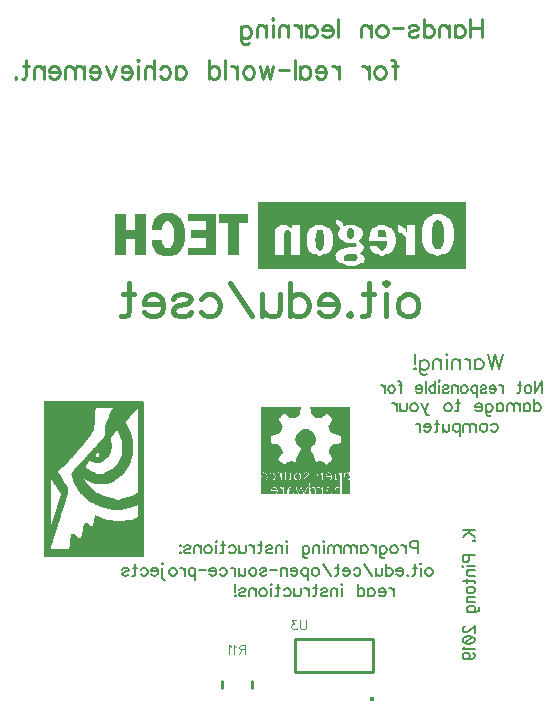
<source format=gbr>
G04 DipTrace 3.3.1.3*
G04 BottomSilk.gbr*
%MOIN*%
G04 #@! TF.FileFunction,Legend,Bot*
G04 #@! TF.Part,Single*
%ADD10C,0.009843*%
%ADD12C,0.003*%
%ADD31C,0.015403*%
%ADD77C,0.004632*%
%ADD78C,0.00772*%
%ADD79C,0.006176*%
%ADD80C,0.009264*%
%ADD82C,0.016983*%
%FSLAX26Y26*%
G04*
G70*
G90*
G75*
G01*
G04 BotSilk*
%LPD*%
X1306292Y891241D2*
D10*
Y914800D1*
X1207859Y891241D2*
Y914800D1*
D31*
X1707861Y855216D3*
X1708901Y944448D2*
D10*
X1449071D1*
X1708901Y1054696D2*
X1449071D1*
Y944448D2*
Y1054696D1*
X1708901Y944448D2*
Y1054696D1*
X1335427Y1828451D2*
D12*
X1467427D1*
X1500427D2*
X1629427D1*
X1335427Y1825451D2*
X1466401D1*
X1500891D2*
X1629427D1*
X1335427Y1822451D2*
X1465509D1*
X1501634D2*
X1629427D1*
X1335427Y1819451D2*
X1464940D1*
X1502411D2*
X1629427D1*
X1335427Y1816451D2*
X1464634D1*
X1502948D2*
X1629427D1*
X1335427Y1813451D2*
X1464396D1*
X1503333D2*
X1629427D1*
X1335427Y1810451D2*
X1463948D1*
X1503854D2*
X1629427D1*
X1335427Y1807451D2*
X1463068D1*
X1504766D2*
X1629427D1*
X1335427Y1804451D2*
X1407427D1*
X1419902D2*
X1461558D1*
X1506289D2*
X1548902D1*
X1560427D2*
X1629427D1*
X1335427Y1801451D2*
X1404427D1*
X1423761D2*
X1459440D1*
X1508413D2*
X1543761D1*
X1563427D2*
X1629427D1*
X1335427Y1798451D2*
X1401439D1*
X1428009D2*
X1454294D1*
X1513560D2*
X1539009D1*
X1566415D2*
X1629427D1*
X1335427Y1795451D2*
X1398556D1*
X1432605D2*
X1447720D1*
X1520134D2*
X1534605D1*
X1569286D2*
X1629427D1*
X1335427Y1792451D2*
X1396067D1*
X1437427D2*
X1440427D1*
X1527427D2*
X1530427D1*
X1571681D2*
X1629427D1*
X1335427Y1789451D2*
X1394038D1*
X1573499D2*
X1629427D1*
X1335427Y1786451D2*
X1393466D1*
X1573354D2*
X1629427D1*
X1335427Y1783451D2*
X1394500D1*
X1572506D2*
X1629427D1*
X1335427Y1780451D2*
X1396250D1*
X1571061D2*
X1629427D1*
X1335427Y1777451D2*
X1398314D1*
X1569257D2*
X1629427D1*
X1335427Y1774451D2*
X1400345D1*
X1567380D2*
X1629427D1*
X1335427Y1771451D2*
X1402353D1*
X1565436D2*
X1629427D1*
X1335427Y1768451D2*
X1404190D1*
X1563538D2*
X1629427D1*
X1335427Y1765451D2*
X1405653D1*
X1561880D2*
X1629427D1*
X1335427Y1762451D2*
X1405436D1*
X1561363D2*
X1629427D1*
X1335427Y1759451D2*
X1404651D1*
X1561993D2*
X1629427D1*
X1335427Y1756451D2*
X1403571D1*
X1563026D2*
X1629427D1*
X1335427Y1753451D2*
X1402491D1*
X1479427D2*
X1488427D1*
X1564312D2*
X1629427D1*
X1335427Y1750451D2*
X1401427D1*
X1472632D2*
X1495222D1*
X1565775D2*
X1629427D1*
X1335427Y1747451D2*
X1400205D1*
X1467016D2*
X1500827D1*
X1567733D2*
X1629427D1*
X1335427Y1744451D2*
X1397324D1*
X1462587D2*
X1505162D1*
X1570420D2*
X1629427D1*
X1335427Y1741451D2*
X1389448D1*
X1459023D2*
X1508448D1*
X1578356D2*
X1629427D1*
X1335427Y1738451D2*
X1378315D1*
X1456234D2*
X1510902D1*
X1589520D2*
X1629427D1*
X1335427Y1735451D2*
X1365427D1*
X1454026D2*
X1512747D1*
X1602427D2*
X1629427D1*
X1335427Y1732451D2*
X1365427D1*
X1453194D2*
X1514048D1*
X1602427D2*
X1629427D1*
X1335427Y1729451D2*
X1365427D1*
X1452633D2*
X1514797D1*
X1602427D2*
X1629427D1*
X1335427Y1726451D2*
X1365427D1*
X1451967D2*
X1515165D1*
X1602427D2*
X1629427D1*
X1335427Y1723451D2*
X1365427D1*
X1450857D2*
X1515325D1*
X1602427D2*
X1629427D1*
X1335427Y1720451D2*
X1365427D1*
X1449427D2*
X1515389D1*
X1602427D2*
X1629427D1*
X1335427Y1717451D2*
X1365427D1*
X1450824D2*
X1515402D1*
X1602427D2*
X1629427D1*
X1335427Y1714451D2*
X1365427D1*
X1451802D2*
X1515294D1*
X1602427D2*
X1629427D1*
X1335427Y1711451D2*
X1365427D1*
X1452726D2*
X1514797D1*
X1602427D2*
X1629427D1*
X1335427Y1708451D2*
X1365427D1*
X1454044D2*
X1513580D1*
X1602427D2*
X1629427D1*
X1335427Y1705451D2*
X1377954D1*
X1455832D2*
X1511593D1*
X1589900D2*
X1629427D1*
X1335427Y1702451D2*
X1387576D1*
X1458036D2*
X1509083D1*
X1580278D2*
X1629427D1*
X1335427Y1699451D2*
X1394715D1*
X1460785D2*
X1506306D1*
X1573139D2*
X1629427D1*
X1335427Y1696451D2*
X1397690D1*
X1463956D2*
X1503519D1*
X1570062D2*
X1629427D1*
X1335427Y1693451D2*
X1399717D1*
X1467200D2*
X1501156D1*
X1567743D2*
X1629427D1*
X1335427Y1690451D2*
X1401137D1*
X1470427D2*
X1499352D1*
X1565893D2*
X1629427D1*
X1335427Y1687451D2*
X1402447D1*
X1468579D2*
X1499487D1*
X1564276D2*
X1629427D1*
X1335427Y1684451D2*
X1403889D1*
X1466961D2*
X1500242D1*
X1562951D2*
X1629427D1*
X1335427Y1681451D2*
X1405564D1*
X1465643D2*
X1501398D1*
X1561948D2*
X1629427D1*
X1335427Y1678451D2*
X1407427D1*
X1464530D2*
X1502761D1*
X1562654D2*
X1629427D1*
X1335427Y1675451D2*
X1404891D1*
X1463349D2*
X1504205D1*
X1563987D2*
X1629427D1*
X1335427Y1672451D2*
X1402646D1*
X1462029D2*
X1505677D1*
X1565633D2*
X1629427D1*
X1335427Y1669451D2*
X1400528D1*
X1460618D2*
X1507074D1*
X1567490D2*
X1629427D1*
X1335427Y1666451D2*
X1398436D1*
X1459153D2*
X1508285D1*
X1569466D2*
X1629427D1*
X1335427Y1663451D2*
X1396434D1*
X1457670D2*
X1509352D1*
X1571301D2*
X1629427D1*
X1335427Y1660451D2*
X1394338D1*
X1456185D2*
X1510515D1*
X1572774D2*
X1629427D1*
X1335427Y1657451D2*
X1391961D1*
X1454794D2*
X1511819D1*
X1573869D2*
X1629427D1*
X1335427Y1654451D2*
X1389427D1*
X1453678D2*
X1513149D1*
X1573391D2*
X1629427D1*
X1335427Y1651451D2*
X1393453D1*
X1452953D2*
X1514360D1*
X1571443D2*
X1629427D1*
X1335427Y1648451D2*
X1397346D1*
X1434427D2*
X1440427D1*
X1452427D2*
X1515427D1*
X1527427D2*
X1533427D1*
X1569010D2*
X1629427D1*
X1335427Y1645451D2*
X1400917D1*
X1429480D2*
X1538278D1*
X1566264D2*
X1629427D1*
X1335427Y1642451D2*
X1404226D1*
X1424500D2*
X1542912D1*
X1563367D2*
X1629427D1*
X1335427Y1639451D2*
X1407427D1*
X1419427D2*
X1547270D1*
X1560407D2*
X1629427D1*
X1335427Y1636451D2*
X1551427D1*
X1557427D2*
X1629427D1*
X1335427Y1633451D2*
X1629427D1*
X1335427Y1630451D2*
X1629427D1*
X1335427Y1627451D2*
X1629427D1*
X1335427Y1624451D2*
X1629427D1*
X1335427Y1621451D2*
X1629427D1*
X1335427Y1618451D2*
X1629404D1*
X1335439Y1615451D2*
X1629175D1*
X1335544Y1612451D2*
X1628630D1*
X1335927Y1609451D2*
X1341427D1*
X1347427D2*
X1368427D1*
X1374427D2*
X1389427D1*
X1395427D2*
X1401427D1*
X1407427D2*
X1413427D1*
X1419427D2*
X1453492D1*
X1458439D2*
X1482427D1*
X1488427D2*
X1525606D1*
X1530553D2*
X1557427D1*
X1563427D2*
X1620415D1*
X1626427D2*
X1626292D1*
X1336646Y1606451D2*
X1335427D1*
X1341427D2*
X1347427D1*
X1353427D2*
X1362427D1*
X1368427D2*
X1374427D1*
X1380301D2*
X1395427D1*
X1407427D2*
X1413427D1*
X1419427D2*
X1431427D1*
X1437427D2*
X1449598D1*
X1455556D2*
X1458427D1*
X1467891D2*
X1476427D1*
X1482427D2*
X1491240D1*
X1497266D2*
X1521550D1*
X1528055D2*
X1532837D1*
X1542427D2*
X1552017D1*
X1557427D2*
X1563427D1*
X1568952D2*
X1582017D1*
X1588017D2*
X1592837D1*
X1605427D2*
X1610963D1*
X1620427D2*
X1623298D1*
X1340031Y1603451D2*
X1350427D1*
X1356427D2*
X1376826D1*
X1382788D2*
X1396812D1*
X1407427D2*
X1413427D1*
X1419427D2*
X1431427D1*
X1437427D2*
X1446870D1*
X1453055D2*
X1460837D1*
X1468634D2*
X1489927D1*
X1496876D2*
X1519951D1*
X1526273D2*
X1534592D1*
X1542427D2*
X1550262D1*
X1555833D2*
X1565021D1*
X1571079D2*
X1580262D1*
X1586262D2*
X1594592D1*
X1605427D2*
X1610219D1*
X1618016D2*
X1625799D1*
X1339104Y1600451D2*
X1378819D1*
X1384816D2*
X1397673D1*
X1407427D2*
X1413427D1*
X1419427D2*
X1431427D1*
X1437427D2*
X1444825D1*
X1451285D2*
X1462580D1*
X1469399D2*
X1486095D1*
X1494773D2*
X1519079D1*
X1525261D2*
X1535597D1*
X1542427D2*
X1549254D1*
X1554427D2*
X1566427D1*
X1572697D2*
X1579257D1*
X1585269D2*
X1595597D1*
X1605427D2*
X1609435D1*
X1616251D2*
X1627569D1*
X1359427Y1597451D2*
X1379436D1*
X1385435D2*
X1398109D1*
X1407427D2*
X1413427D1*
X1419427D2*
X1431380D1*
X1437415D2*
X1444220D1*
X1450102D2*
X1463752D1*
X1469808D2*
X1481812D1*
X1490233D2*
X1518683D1*
X1524771D2*
X1536084D1*
X1542427D2*
X1548744D1*
X1573897D2*
X1578782D1*
X1584923D2*
X1596084D1*
X1605427D2*
X1608864D1*
X1615177D2*
X1628752D1*
X1335427Y1594451D2*
X1353427D1*
X1359427D2*
X1378807D1*
X1384827D2*
X1398303D1*
X1407427D2*
X1413427D1*
X1419427D2*
X1431240D1*
X1437301D2*
X1444218D1*
X1450209D2*
X1463566D1*
X1469866D2*
X1478315D1*
X1485730D2*
X1518522D1*
X1524560D2*
X1536295D1*
X1542427D2*
X1566427D1*
X1573545D2*
X1578685D1*
X1585011D2*
X1596295D1*
X1605427D2*
X1608427D1*
X1614427D2*
X1628645D1*
X1335427Y1591451D2*
X1376289D1*
X1383732D2*
X1398381D1*
X1407427D2*
X1413427D1*
X1419427D2*
X1429833D1*
X1436837D2*
X1444786D1*
X1452264D2*
X1462706D1*
X1468577D2*
X1475760D1*
X1482237D2*
X1518460D1*
X1524476D2*
X1536379D1*
X1542427D2*
X1565876D1*
X1572604D2*
X1579065D1*
X1586812D2*
X1596379D1*
X1605427D2*
X1626590D1*
X1335427Y1588451D2*
X1350427D1*
X1356427D2*
X1369976D1*
X1382208D2*
X1398412D1*
X1407427D2*
X1413427D1*
X1419427D2*
X1425158D1*
X1435812D2*
X1445605D1*
X1457847D2*
X1461427D1*
X1466661D2*
X1475580D1*
X1479427D2*
X1518438D1*
X1524443D2*
X1536411D1*
X1542427D2*
X1564823D1*
X1571159D2*
X1580058D1*
X1591258D2*
X1596410D1*
X1605427D2*
X1613156D1*
X1617427D2*
X1621007D1*
X1335427Y1585451D2*
D3*
X1341427D2*
X1347427D1*
X1353427D2*
X1362427D1*
X1380427D2*
X1398427D1*
X1407427D2*
X1413427D1*
X1419427D2*
D3*
X1434427D2*
X1446427D1*
X1464427D2*
X1476427D1*
X1485427D2*
X1488427D1*
X1497427D2*
X1518427D1*
X1524427D2*
X1536427D1*
X1542427D2*
X1551427D1*
X1557427D2*
X1563427D1*
X1569427D2*
X1581427D1*
X1596427D2*
X1596421D1*
X1605427D2*
X1618629D1*
X1335427Y1582451D2*
X1596425D1*
X1605427D2*
X1623517D1*
X1335427Y1579451D2*
X1596426D1*
X1605427D2*
X1627209D1*
X1335427Y1576451D2*
X1596427D1*
X1605427D2*
X1628381D1*
X1335427Y1573451D2*
X1494427D1*
X1500427D2*
X1596427D1*
X1605427D2*
X1628994D1*
X1335427Y1570451D2*
X1494427D1*
X1500439D2*
X1596427D1*
X1605427D2*
X1629261D1*
X1335427Y1567451D2*
X1494427D1*
X1500553D2*
X1596427D1*
X1605427D2*
X1629367D1*
X1335427Y1564451D2*
X1494427D1*
X1501017D2*
X1596427D1*
X1605427D2*
X1629406D1*
X1335427Y1561451D2*
X1371902D1*
X1386301D2*
X1394122D1*
X1407427D2*
D3*
X1413427D2*
X1425902D1*
X1443427D2*
X1449541D1*
X1455541D2*
X1467427D1*
X1473427D2*
X1486005D1*
X1492005D2*
X1494427D1*
X1502042D2*
X1501772D1*
X1515301D2*
X1521427D1*
X1533427D2*
X1536427D1*
X1542427D2*
X1552017D1*
X1569427D2*
X1582017D1*
X1596427D2*
D3*
X1605427D2*
X1629420D1*
X1335427Y1558451D2*
X1369763D1*
X1374427D2*
X1383427D1*
X1388799D2*
X1400129D1*
X1413427D2*
X1423763D1*
X1428427D2*
X1449926D1*
X1455926D2*
X1464427D1*
X1473427D2*
X1484145D1*
X1490145D2*
X1494427D1*
X1503427D2*
X1507421D1*
X1517799D2*
X1533427D1*
X1542427D2*
X1550262D1*
X1554427D2*
X1580262D1*
X1587427D2*
X1596427D1*
X1605427D2*
X1629425D1*
X1335427Y1555451D2*
X1368039D1*
X1374427D2*
X1385021D1*
X1390581D2*
X1404607D1*
X1413427D2*
X1422040D1*
X1428427D2*
X1450645D1*
X1456645D2*
X1482758D1*
X1488758D2*
X1494427D1*
X1502054D2*
X1511698D1*
X1519581D2*
X1534812D1*
X1542427D2*
X1549257D1*
X1554427D2*
X1579257D1*
X1586042D2*
X1596427D1*
X1605427D2*
X1629426D1*
X1335427Y1552451D2*
X1366774D1*
X1374427D2*
X1386427D1*
X1391582D2*
X1406079D1*
X1413427D2*
X1420783D1*
X1428427D2*
X1451422D1*
X1457422D2*
X1470427D1*
X1476427D2*
X1481552D1*
X1487540D2*
X1494427D1*
X1501298D2*
X1513751D1*
X1520582D2*
X1535673D1*
X1542427D2*
X1548770D1*
X1554427D2*
X1578770D1*
X1585181D2*
X1596427D1*
X1605427D2*
X1629427D1*
X1335427Y1549451D2*
X1365987D1*
X1391957D2*
X1406861D1*
X1413427D2*
X1420049D1*
X1436378D2*
X1451991D1*
X1457991D2*
X1461427D1*
X1467427D2*
X1470427D1*
X1476427D2*
X1480564D1*
X1486446D2*
X1494427D1*
X1501246D2*
X1514427D1*
X1520957D2*
X1536109D1*
X1542427D2*
X1548559D1*
X1563010D2*
X1578559D1*
X1584745D2*
X1596427D1*
X1605427D2*
X1629427D1*
X1335427Y1546451D2*
X1386427D1*
X1391705D2*
X1407209D1*
X1413427D2*
X1419686D1*
X1428427D2*
X1440427D1*
X1442513D2*
X1452427D1*
X1458427D2*
X1479909D1*
X1485373D2*
X1494427D1*
X1501796D2*
X1513923D1*
X1520705D2*
X1536303D1*
X1542427D2*
X1548475D1*
X1554427D2*
X1566427D1*
X1569720D2*
X1578475D1*
X1584551D2*
X1596427D1*
X1605427D2*
X1629427D1*
X1335427Y1543451D2*
X1385021D1*
X1390766D2*
X1407351D1*
X1413427D2*
X1419522D1*
X1428427D2*
X1440427D1*
X1444737D2*
X1458427D1*
X1464427D2*
X1473427D1*
X1479427D2*
D3*
X1484021D2*
X1494427D1*
X1502609D2*
X1513186D1*
X1519766D2*
X1536384D1*
X1542427D2*
X1548443D1*
X1554427D2*
X1569427D1*
X1575427D2*
X1578443D1*
X1584470D2*
X1596427D1*
X1605427D2*
X1629427D1*
X1335427Y1540451D2*
X1368427D1*
X1374427D2*
X1383427D1*
X1389427D2*
X1407427D1*
X1413427D2*
X1419427D1*
X1428427D2*
X1440427D1*
X1446427D2*
X1455427D1*
X1464427D2*
X1473427D1*
X1482427D2*
X1494427D1*
X1503427D2*
X1512427D1*
X1518427D2*
X1536427D1*
X1542427D2*
X1548427D1*
X1554427D2*
X1566427D1*
X1572427D2*
X1578427D1*
X1584427D2*
X1596427D1*
X1605427D2*
X1629427D1*
X1325945Y2509501D2*
X2015945D1*
X1325945Y2506501D2*
X2015945D1*
X1325945Y2503501D2*
X2015945D1*
X1325945Y2500501D2*
X2015945D1*
X1325945Y2497501D2*
X2015945D1*
X1325945Y2494501D2*
X2015945D1*
X1325945Y2491501D2*
X2015945D1*
X1325945Y2488501D2*
X2015945D1*
X1325945Y2485501D2*
X2015945D1*
X1325945Y2482501D2*
X2015945D1*
X1325945Y2479501D2*
X2015945D1*
X1325945Y2476501D2*
X2015945D1*
X1007945Y2473501D2*
X1037945D1*
X1325945D2*
X2015945D1*
X848945Y2470501D2*
X881945D1*
X917945D2*
X950945D1*
X1001509D2*
X1044855D1*
X1091945D2*
X1181945D1*
X1196945D2*
X1289945D1*
X1325945D2*
X1905071D1*
X1943831D2*
X2015945D1*
X848945Y2467501D2*
X881945D1*
X917945D2*
X950945D1*
X995862D2*
X1050844D1*
X1091945D2*
X1181945D1*
X1196945D2*
X1289945D1*
X1325945D2*
X1899573D1*
X1949423D2*
X2015945D1*
X848945Y2464501D2*
X881945D1*
X917945D2*
X950945D1*
X991300D2*
X1055898D1*
X1091945D2*
X1181945D1*
X1196945D2*
X1289945D1*
X1325945D2*
X1894792D1*
X1954481D2*
X2015945D1*
X848945Y2461501D2*
X881945D1*
X917945D2*
X950945D1*
X987636D2*
X1059966D1*
X1091945D2*
X1181945D1*
X1196945D2*
X1289945D1*
X1325945D2*
X1890791D1*
X1958830D2*
X2015945D1*
X848945Y2458501D2*
X881945D1*
X917945D2*
X950945D1*
X984781D2*
X1063048D1*
X1091945D2*
X1181945D1*
X1196945D2*
X1289945D1*
X1325945D2*
X1887407D1*
X1962359D2*
X2015945D1*
X848945Y2455501D2*
X881945D1*
X917945D2*
X950945D1*
X982755D2*
X1065565D1*
X1091945D2*
X1181945D1*
X1196945D2*
X1289945D1*
X1325945D2*
X1884578D1*
X1965219D2*
X2015945D1*
X848945Y2452501D2*
X881945D1*
X917945D2*
X950945D1*
X981296D2*
X1067817D1*
X1091945D2*
X1181945D1*
X1196945D2*
X1289945D1*
X1325945D2*
X1588125D1*
X1594291D2*
X1882224D1*
X1967664D2*
X2015945D1*
X848945Y2449501D2*
X881945D1*
X917945D2*
X950945D1*
X979964D2*
X1069771D1*
X1091945D2*
X1181945D1*
X1196945D2*
X1289945D1*
X1325945D2*
X1584068D1*
X1599951D2*
X1880079D1*
X1922945D2*
X1925945D1*
X1969709D2*
X2015945D1*
X848945Y2446501D2*
X881945D1*
X917945D2*
X950945D1*
X978595D2*
X1015010D1*
X1030880D2*
X1071412D1*
X1151945D2*
X1181945D1*
X1196945D2*
X1289945D1*
X1325945D2*
X1582201D1*
X1603789D2*
X1878078D1*
X1917651D2*
X1931240D1*
X1971388D2*
X2015945D1*
X848945Y2443501D2*
X881945D1*
X917945D2*
X950945D1*
X977255D2*
X1011117D1*
X1034786D2*
X1072733D1*
X1151945D2*
X1181945D1*
X1226945D2*
X1259945D1*
X1325945D2*
X1581791D1*
X1606405D2*
X1876465D1*
X1913789D2*
X1935102D1*
X1972724D2*
X2015945D1*
X848945Y2440501D2*
X881945D1*
X917945D2*
X950945D1*
X976070D2*
X1008377D1*
X1037620D2*
X1073832D1*
X1151945D2*
X1181945D1*
X1226945D2*
X1259945D1*
X1325945D2*
X1581773D1*
X1608307D2*
X1875196D1*
X1911193D2*
X1937698D1*
X1973829D2*
X2015945D1*
X848945Y2437501D2*
X881945D1*
X917945D2*
X950945D1*
X975025D2*
X1006527D1*
X1039746D2*
X1074907D1*
X1151945D2*
X1181945D1*
X1226945D2*
X1259945D1*
X1325945D2*
X1586023D1*
X1609753D2*
X1874028D1*
X1909550D2*
X1939353D1*
X1974906D2*
X2015945D1*
X848945Y2434501D2*
X881945D1*
X917945D2*
X950945D1*
X973972D2*
X1005200D1*
X1041409D2*
X1075844D1*
X1151945D2*
X1181945D1*
X1226945D2*
X1259945D1*
X1325945D2*
X1395547D1*
X1424357D2*
X1436945D1*
X1466945D2*
X1512071D1*
X1546869D2*
X1590478D1*
X1610945D2*
X1616945D1*
X1651869D2*
X1722071D1*
X1753766D2*
X1790945D1*
X1801652D2*
X1820945D1*
X1850945D2*
X1872962D1*
X1908659D2*
X1940349D1*
X1975844D2*
X2015945D1*
X848945Y2431501D2*
X881945D1*
X917945D2*
X950945D1*
X973054D2*
X1004036D1*
X1042636D2*
X1076536D1*
X1151945D2*
X1181945D1*
X1226945D2*
X1259945D1*
X1325945D2*
X1390898D1*
X1429122D2*
X1436945D1*
X1466945D2*
X1506585D1*
X1553657D2*
X1594040D1*
X1658657D2*
X1716573D1*
X1760275D2*
X1790945D1*
X1807776D2*
X1820945D1*
X1850945D2*
X1871980D1*
X1908226D2*
X1941153D1*
X1976536D2*
X2015945D1*
X848945Y2428501D2*
X881945D1*
X917945D2*
X950945D1*
X972471D2*
X1003076D1*
X1043455D2*
X1077220D1*
X1151945D2*
X1181945D1*
X1226945D2*
X1259945D1*
X1325945D2*
X1387287D1*
X1433195D2*
X1436945D1*
X1466945D2*
X1501909D1*
X1558991D2*
X1596642D1*
X1663991D2*
X1711803D1*
X1765273D2*
X1790945D1*
X1812055D2*
X1820945D1*
X1850945D2*
X1870955D1*
X1907940D2*
X1942051D1*
X1977220D2*
X2015945D1*
X848945Y2425501D2*
X881945D1*
X917945D2*
X950945D1*
X972169D2*
X1002476D1*
X1044190D2*
X1078075D1*
X1151945D2*
X1181945D1*
X1226945D2*
X1259945D1*
X1325945D2*
X1384635D1*
X1436945D2*
D3*
X1466945D2*
X1498290D1*
X1562911D2*
X1596981D1*
X1667911D2*
X1707896D1*
X1769142D2*
X1790945D1*
X1815143D2*
X1820945D1*
X1850945D2*
X1870048D1*
X1907487D2*
X1942892D1*
X1978075D2*
X2015945D1*
X848945Y2422501D2*
X881945D1*
X917945D2*
X950945D1*
X972028D2*
X1002153D1*
X1045064D2*
X1078900D1*
X1151945D2*
X1181945D1*
X1226945D2*
X1259945D1*
X1325945D2*
X1382693D1*
X1466945D2*
X1495625D1*
X1565704D2*
X1596128D1*
X1628945D2*
X1637945D1*
X1670693D2*
X1704801D1*
X1772181D2*
X1790945D1*
X1817542D2*
X1820945D1*
X1850945D2*
X1869468D1*
X1906742D2*
X1943441D1*
X1978900D2*
X2015945D1*
X848945Y2419501D2*
X881945D1*
X917945D2*
X950945D1*
X971945D2*
X1001945D1*
X1045896D2*
X1079444D1*
X1151945D2*
X1181945D1*
X1226945D2*
X1259945D1*
X1325945D2*
X1381351D1*
X1466945D2*
X1493577D1*
X1567897D2*
X1594965D1*
X1627097D2*
X1640356D1*
X1672780D2*
X1702425D1*
X1774619D2*
X1790945D1*
X1819224D2*
X1820945D1*
X1850945D2*
X1869169D1*
X1905963D2*
X1943729D1*
X1979444D2*
X2015945D1*
X848945Y2416501D2*
X950945D1*
X1046443D2*
X1079730D1*
X1103945D2*
X1181945D1*
X1226945D2*
X1259945D1*
X1325945D2*
X1380585D1*
X1421945D2*
X1424945D1*
X1466945D2*
X1491851D1*
X1523945D2*
X1538945D1*
X1569923D2*
X1593618D1*
X1625492D2*
X1642110D1*
X1674423D2*
X1700598D1*
X1727945D2*
X1745945D1*
X1776795D2*
X1790945D1*
X1820238D2*
X1820945D1*
X1850945D2*
X1869034D1*
X1905437D2*
X1943860D1*
X1979730D2*
X2015945D1*
X848945Y2413501D2*
X950945D1*
X1046730D2*
X1079860D1*
X1103945D2*
X1181945D1*
X1226945D2*
X1259945D1*
X1325945D2*
X1380211D1*
X1418150D2*
X1428741D1*
X1466945D2*
X1490355D1*
X1522561D2*
X1539971D1*
X1571848D2*
X1592282D1*
X1624279D2*
X1643115D1*
X1675630D2*
X1699202D1*
X1726920D2*
X1747444D1*
X1778807D2*
X1790945D1*
X1820945D2*
D3*
X1850945D2*
X1868978D1*
X1905157D2*
X1943913D1*
X1979860D2*
X2015945D1*
X848945Y2410501D2*
X950945D1*
X1046860D2*
X1079913D1*
X1103945D2*
X1181945D1*
X1226945D2*
X1259945D1*
X1325945D2*
X1380048D1*
X1415097D2*
X1431794D1*
X1466945D2*
X1489107D1*
X1521699D2*
X1540864D1*
X1573339D2*
X1591195D1*
X1623560D2*
X1643602D1*
X1676340D2*
X1698074D1*
X1726027D2*
X1748691D1*
X1780424D2*
X1790945D1*
X1850945D2*
X1868957D1*
X1905030D2*
X1943934D1*
X1979913D2*
X2015945D1*
X848945Y2407501D2*
X950945D1*
X1046913D2*
X1079934D1*
X1103945D2*
X1181945D1*
X1226945D2*
X1259945D1*
X1325945D2*
X1379983D1*
X1413984D2*
X1432907D1*
X1466945D2*
X1488039D1*
X1521251D2*
X1541433D1*
X1574319D2*
X1590540D1*
X1623203D2*
X1643813D1*
X1676680D2*
X1696989D1*
X1725458D2*
X1749846D1*
X1781694D2*
X1799473D1*
X1850945D2*
X1868949D1*
X1904977D2*
X1943941D1*
X1979934D2*
X2015945D1*
X848945Y2404501D2*
X950945D1*
X1046934D2*
X1079941D1*
X1103945D2*
X1181945D1*
X1226945D2*
X1259945D1*
X1325945D2*
X1379959D1*
X1413385D2*
X1433505D1*
X1466945D2*
X1486977D1*
X1520952D2*
X1541726D1*
X1575135D2*
X1590309D1*
X1623058D2*
X1643885D1*
X1676729D2*
X1696060D1*
X1725164D2*
X1750809D1*
X1782850D2*
X1805802D1*
X1850945D2*
X1868947D1*
X1904957D2*
X1943944D1*
X1979941D2*
X2015945D1*
X848945Y2401501D2*
X950945D1*
X1046941D2*
X1079944D1*
X1103945D2*
X1181945D1*
X1226945D2*
X1259945D1*
X1325945D2*
X1379950D1*
X1413117D2*
X1433774D1*
X1466945D2*
X1486056D1*
X1520492D2*
X1541859D1*
X1576043D2*
X1590553D1*
X1623111D2*
X1643799D1*
X1676398D2*
X1695472D1*
X1725032D2*
X1751412D1*
X1783811D2*
X1810656D1*
X1850945D2*
X1868946D1*
X1904949D2*
X1943945D1*
X1979944D2*
X2015945D1*
X848945Y2398501D2*
X950945D1*
X1046944D2*
X1079945D1*
X1103945D2*
X1181945D1*
X1226945D2*
X1259945D1*
X1325945D2*
X1379947D1*
X1413008D2*
X1433882D1*
X1466945D2*
X1485471D1*
X1519744D2*
X1541925D1*
X1576888D2*
X1591316D1*
X1623586D2*
X1643312D1*
X1675586D2*
X1695158D1*
X1724976D2*
X1751737D1*
X1784411D2*
X1812869D1*
X1850945D2*
X1868946D1*
X1904947D2*
X1943945D1*
X1979945D2*
X2015945D1*
X848945Y2395501D2*
X950945D1*
X1046945D2*
X1079945D1*
X1103945D2*
X1181945D1*
X1226945D2*
X1259945D1*
X1325945D2*
X1379946D1*
X1412968D2*
X1433923D1*
X1466945D2*
X1485170D1*
X1518964D2*
X1542051D1*
X1577440D2*
X1592468D1*
X1624785D2*
X1642108D1*
X1674314D2*
X1694917D1*
X1724945D2*
X1751945D1*
X1784718D2*
X1814465D1*
X1850945D2*
X1868945D1*
X1904958D2*
X1943945D1*
X1979945D2*
X2015945D1*
X848945Y2392501D2*
X950945D1*
X1046934D2*
X1079945D1*
X1103945D2*
X1181945D1*
X1226945D2*
X1259945D1*
X1325945D2*
X1379946D1*
X1412953D2*
X1433938D1*
X1466945D2*
X1485034D1*
X1518437D2*
X1542429D1*
X1577729D2*
X1593936D1*
X1626700D2*
X1640191D1*
X1672482D2*
X1694479D1*
X1784856D2*
X1815764D1*
X1850945D2*
X1868945D1*
X1905063D2*
X1943945D1*
X1979934D2*
X2015945D1*
X848945Y2389501D2*
X950945D1*
X1046828D2*
X1079934D1*
X1151945D2*
X1181945D1*
X1226945D2*
X1259945D1*
X1325945D2*
X1379945D1*
X1412948D2*
X1433943D1*
X1466945D2*
X1484978D1*
X1518157D2*
X1543045D1*
X1577860D2*
X1595979D1*
X1628945D2*
X1637945D1*
X1669947D2*
X1693739D1*
X1784912D2*
X1816780D1*
X1850945D2*
X1868957D1*
X1905445D2*
X1943934D1*
X1979828D2*
X2015945D1*
X848945Y2386501D2*
X881945D1*
X917945D2*
X950945D1*
X1046446D2*
X1079828D1*
X1151945D2*
X1181945D1*
X1226945D2*
X1259945D1*
X1325945D2*
X1379945D1*
X1412946D2*
X1433945D1*
X1466945D2*
X1484957D1*
X1518030D2*
X1543433D1*
X1577913D2*
X1599065D1*
X1667030D2*
X1692954D1*
X1784934D2*
X1817401D1*
X1850945D2*
X1869063D1*
X1906163D2*
X1943828D1*
X1979446D2*
X2015945D1*
X848945Y2383501D2*
X881945D1*
X917945D2*
X950945D1*
X971945D2*
X1001945D1*
X1045727D2*
X1079446D1*
X1151945D2*
X1181945D1*
X1226945D2*
X1259945D1*
X1325945D2*
X1379945D1*
X1412946D2*
X1433945D1*
X1466945D2*
X1484949D1*
X1517989D2*
X1543238D1*
X1577934D2*
X1603370D1*
X1664328D2*
X1692383D1*
X1784941D2*
X1817715D1*
X1850945D2*
X1869445D1*
X1906933D2*
X1943446D1*
X1978727D2*
X2015945D1*
X848945Y2380501D2*
X881945D1*
X917945D2*
X950945D1*
X971945D2*
X1002421D1*
X1044946D2*
X1078716D1*
X1151945D2*
X1181945D1*
X1226945D2*
X1259945D1*
X1325945D2*
X1379945D1*
X1412945D2*
X1433945D1*
X1466945D2*
X1484947D1*
X1518074D2*
X1542747D1*
X1577930D2*
X1608537D1*
X1661945D2*
X1751945D1*
X1784944D2*
X1817855D1*
X1850945D2*
X1870163D1*
X1907456D2*
X1942727D1*
X1977946D2*
X2015945D1*
X848945Y2377501D2*
X881945D1*
X917945D2*
X950945D1*
X971957D2*
X1003270D1*
X1044318D2*
X1077841D1*
X1151945D2*
X1181945D1*
X1226945D2*
X1259945D1*
X1325945D2*
X1379945D1*
X1412945D2*
X1433945D1*
X1466945D2*
X1484958D1*
X1518449D2*
X1542351D1*
X1577827D2*
X1614160D1*
X1666319D2*
X1751945D1*
X1784945D2*
X1817912D1*
X1850945D2*
X1870944D1*
X1907746D2*
X1941946D1*
X1977318D2*
X2015945D1*
X848945Y2374501D2*
X881945D1*
X917945D2*
X950945D1*
X972063D2*
X1004441D1*
X1043646D2*
X1076935D1*
X1151945D2*
X1181945D1*
X1226945D2*
X1259945D1*
X1325945D2*
X1379945D1*
X1412945D2*
X1433945D1*
X1466945D2*
X1485063D1*
X1519165D2*
X1542125D1*
X1577445D2*
X1649945D1*
X1670075D2*
X1751945D1*
X1784934D2*
X1817933D1*
X1850945D2*
X1871573D1*
X1907978D2*
X1941318D1*
X1976657D2*
X2015945D1*
X848945Y2371501D2*
X881945D1*
X917945D2*
X950945D1*
X972457D2*
X1005802D1*
X1042683D2*
X1075927D1*
X1151945D2*
X1181945D1*
X1226945D2*
X1259945D1*
X1325945D2*
X1379945D1*
X1412945D2*
X1433945D1*
X1466945D2*
X1485445D1*
X1519933D2*
X1542018D1*
X1576727D2*
X1651207D1*
X1673117D2*
X1751934D1*
X1784828D2*
X1817941D1*
X1850945D2*
X1872245D1*
X1908425D2*
X1940646D1*
X1975800D2*
X2015945D1*
X848945Y2368501D2*
X881945D1*
X917945D2*
X950945D1*
X973281D2*
X1007349D1*
X1041362D2*
X1074925D1*
X1151945D2*
X1181945D1*
X1226945D2*
X1259945D1*
X1325945D2*
X1379945D1*
X1412945D2*
X1433945D1*
X1466945D2*
X1486175D1*
X1520456D2*
X1541961D1*
X1575946D2*
X1651958D1*
X1675474D2*
X1751828D1*
X1784434D2*
X1817944D1*
X1850945D2*
X1873196D1*
X1909281D2*
X1939683D1*
X1974873D2*
X2015945D1*
X848945Y2365501D2*
X881945D1*
X917945D2*
X950945D1*
X974444D2*
X1009209D1*
X1039609D2*
X1073955D1*
X1151945D2*
X1181945D1*
X1226945D2*
X1259945D1*
X1325945D2*
X1379945D1*
X1412945D2*
X1433945D1*
X1466945D2*
X1487050D1*
X1520746D2*
X1541838D1*
X1575318D2*
X1651126D1*
X1677284D2*
X1695060D1*
X1721470D2*
X1751434D1*
X1783610D2*
X1817945D1*
X1850945D2*
X1874412D1*
X1910557D2*
X1938362D1*
X1973935D2*
X2015945D1*
X848945Y2362501D2*
X881945D1*
X917945D2*
X950945D1*
X975791D2*
X1011476D1*
X1037389D2*
X1072821D1*
X1151945D2*
X1181945D1*
X1226945D2*
X1259945D1*
X1325945D2*
X1379945D1*
X1412945D2*
X1433945D1*
X1466945D2*
X1487955D1*
X1521002D2*
X1541426D1*
X1574646D2*
X1649945D1*
X1678561D2*
X1695456D1*
X1723644D2*
X1750587D1*
X1782447D2*
X1817945D1*
X1850945D2*
X1875780D1*
X1912292D2*
X1936609D1*
X1972814D2*
X2015945D1*
X848945Y2359501D2*
X881945D1*
X917945D2*
X950945D1*
X977232D2*
X1013945D1*
X1034945D2*
X1071430D1*
X1151945D2*
X1181945D1*
X1226945D2*
X1259945D1*
X1325945D2*
X1379945D1*
X1412945D2*
X1433945D1*
X1466945D2*
X1488964D1*
X1521384D2*
X1540476D1*
X1573683D2*
X1615840D1*
X1679189D2*
X1696280D1*
X1725711D2*
X1749204D1*
X1781100D2*
X1817945D1*
X1850945D2*
X1877229D1*
X1914505D2*
X1934389D1*
X1971427D2*
X2015945D1*
X848945Y2356501D2*
X881945D1*
X917945D2*
X950945D1*
X978719D2*
X1069739D1*
X1091945D2*
X1181945D1*
X1226945D2*
X1259945D1*
X1325945D2*
X1379945D1*
X1412945D2*
X1433945D1*
X1466945D2*
X1489977D1*
X1522900D2*
X1538771D1*
X1572373D2*
X1605078D1*
X1679357D2*
X1697444D1*
X1728367D2*
X1747008D1*
X1779658D2*
X1817945D1*
X1850945D2*
X1878717D1*
X1916945D2*
X1931945D1*
X1969738D2*
X2015945D1*
X848945Y2353501D2*
X881945D1*
X917945D2*
X950945D1*
X980318D2*
X1067834D1*
X1091945D2*
X1181945D1*
X1226945D2*
X1259945D1*
X1325945D2*
X1379945D1*
X1412945D2*
X1433945D1*
X1466945D2*
X1491053D1*
X1526196D2*
X1536151D1*
X1570705D2*
X1597295D1*
X1678061D2*
X1698814D1*
X1732231D2*
X1743770D1*
X1778160D2*
X1817945D1*
X1850945D2*
X1880329D1*
X1967822D2*
X2015945D1*
X848945Y2350501D2*
X881945D1*
X917945D2*
X950945D1*
X982219D2*
X1065896D1*
X1091945D2*
X1181945D1*
X1226945D2*
X1259945D1*
X1325945D2*
X1379945D1*
X1412945D2*
X1433945D1*
X1466945D2*
X1492581D1*
X1529945D2*
X1532945D1*
X1568709D2*
X1591926D1*
X1675967D2*
X1700467D1*
X1736945D2*
X1739945D1*
X1776455D2*
X1817945D1*
X1850945D2*
X1882324D1*
X1965790D2*
X2015945D1*
X848945Y2347501D2*
X881945D1*
X917945D2*
X950945D1*
X984649D2*
X1063704D1*
X1091945D2*
X1181945D1*
X1226945D2*
X1259945D1*
X1325945D2*
X1379945D1*
X1412945D2*
X1433945D1*
X1466945D2*
X1494820D1*
X1566382D2*
X1588198D1*
X1673004D2*
X1702729D1*
X1774173D2*
X1817945D1*
X1850945D2*
X1885055D1*
X1963310D2*
X2015945D1*
X848945Y2344501D2*
X881945D1*
X917945D2*
X950945D1*
X987727D2*
X1060779D1*
X1091945D2*
X1181945D1*
X1226945D2*
X1259945D1*
X1325945D2*
X1379945D1*
X1412945D2*
X1433945D1*
X1466945D2*
X1497909D1*
X1563344D2*
X1585570D1*
X1669203D2*
X1705907D1*
X1770988D2*
X1817945D1*
X1850945D2*
X1888680D1*
X1959920D2*
X2015945D1*
X848945Y2341501D2*
X881945D1*
X917945D2*
X950945D1*
X991639D2*
X1056749D1*
X1091945D2*
X1181945D1*
X1226945D2*
X1259945D1*
X1325945D2*
X1379945D1*
X1412945D2*
X1433945D1*
X1466945D2*
X1502165D1*
X1559050D2*
X1583661D1*
X1664945D2*
X1710061D1*
X1766831D2*
X1817945D1*
X1850945D2*
X1893411D1*
X1955226D2*
X2015945D1*
X848945Y2338501D2*
X881945D1*
X917945D2*
X950945D1*
X996745D2*
X1051437D1*
X1091945D2*
X1181945D1*
X1226945D2*
X1259945D1*
X1325945D2*
X1379945D1*
X1412945D2*
X1433945D1*
X1466945D2*
X1507999D1*
X1552949D2*
X1582337D1*
X1643945D2*
X1646945D1*
X1669680D2*
X1715570D1*
X1761322D2*
X1817945D1*
X1850945D2*
X1899754D1*
X1948495D2*
X2015945D1*
X848945Y2335501D2*
X881945D1*
X917945D2*
X950945D1*
X1003367D2*
X1044982D1*
X1091945D2*
X1181945D1*
X1226945D2*
X1259945D1*
X1325945D2*
X1379945D1*
X1412945D2*
X1433945D1*
X1466945D2*
X1515508D1*
X1544934D2*
X1581591D1*
X1629072D2*
X1650179D1*
X1673889D2*
X1722770D1*
X1754121D2*
X1817945D1*
X1850945D2*
X1907886D1*
X1939370D2*
X2015945D1*
X1010945Y2332501D2*
X1037945D1*
X1325945D2*
X1523945D1*
X1535945D2*
X1581326D1*
X1617813D2*
X1652634D1*
X1677265D2*
X1730945D1*
X1745945D2*
X1916945D1*
X1928945D2*
X2015945D1*
X1325945Y2329501D2*
X1581559D1*
X1613552D2*
X1654522D1*
X1679715D2*
X2015945D1*
X1325945Y2326501D2*
X1582318D1*
X1611915D2*
X1654984D1*
X1681319D2*
X2015945D1*
X1325945Y2323501D2*
X1583457D1*
X1611654D2*
X1653909D1*
X1682360D2*
X2015945D1*
X1325945Y2320501D2*
X1584807D1*
X1612639D2*
X1652108D1*
X1682201D2*
X2015945D1*
X1325945Y2317501D2*
X1586363D1*
X1613945D2*
X1649945D1*
X1681500D2*
X2015945D1*
X1325945Y2314501D2*
X1588348D1*
X1680269D2*
X2015945D1*
X1325945Y2311501D2*
X1591200D1*
X1678305D2*
X2015945D1*
X1325945Y2308501D2*
X1595418D1*
X1675599D2*
X2015945D1*
X1325945Y2305501D2*
X1601642D1*
X1669590D2*
X2015945D1*
X1325945Y2302501D2*
X1610142D1*
X1661769D2*
X2015945D1*
X1325945Y2299501D2*
X1619945D1*
X1652945D2*
X2015945D1*
X1325945Y2296501D2*
X2015945D1*
X1325945Y2293501D2*
X2015945D1*
X1325945Y2290501D2*
X2015945D1*
X613630Y1848140D2*
X940630D1*
X613630Y1845140D2*
X942015D1*
X613630Y1842140D2*
X942877D1*
X613630Y1839140D2*
X943313D1*
X613630Y1836140D2*
X943506D1*
X613630Y1833140D2*
X943585D1*
X613630Y1830140D2*
X943614D1*
X613630Y1827140D2*
X943625D1*
X613630Y1824140D2*
X781619D1*
X842106D2*
X943629D1*
X613630Y1821140D2*
X781513D1*
X839955D2*
X919980D1*
X925630D2*
X943630D1*
X613630Y1818140D2*
X781131D1*
X838126D2*
X917339D1*
X925630D2*
X943630D1*
X613630Y1815140D2*
X780412D1*
X836475D2*
X914397D1*
X925630D2*
X943630D1*
X613630Y1812140D2*
X779643D1*
X834917D2*
X911165D1*
X925630D2*
X943630D1*
X613630Y1809140D2*
X779120D1*
X833404D2*
X908026D1*
X925630D2*
X943630D1*
X613630Y1806140D2*
X778842D1*
X832003D2*
X905257D1*
X925630D2*
X943630D1*
X613630Y1803140D2*
X778715D1*
X830880D2*
X902901D1*
X925630D2*
X943630D1*
X613630Y1800140D2*
X778662D1*
X830100D2*
X900638D1*
X925630D2*
X943630D1*
X613630Y1797140D2*
X778642D1*
X829367D2*
X898148D1*
X925630D2*
X943630D1*
X613630Y1794140D2*
X778634D1*
X828392D2*
X895422D1*
X925630D2*
X943630D1*
X613630Y1791140D2*
X778632D1*
X827168D2*
X892547D1*
X925630D2*
X943630D1*
X613630Y1788140D2*
X778631D1*
X825798D2*
X889611D1*
X925630D2*
X943630D1*
X613630Y1785140D2*
X778631D1*
X824359D2*
X886760D1*
X925630D2*
X943630D1*
X613630Y1782140D2*
X778630D1*
X822976D2*
X884372D1*
X925630D2*
X943630D1*
X613630Y1779140D2*
X778630D1*
X821769D2*
X882558D1*
X925630D2*
X943630D1*
X613630Y1776140D2*
X778630D1*
X820716D2*
X882703D1*
X925630D2*
X943630D1*
X613630Y1773140D2*
X778619D1*
X819648D2*
X883551D1*
X925630D2*
X943630D1*
X613630Y1770140D2*
X778513D1*
X818623D2*
X884996D1*
X925630D2*
X943630D1*
X613630Y1767140D2*
X778131D1*
X817656D2*
X886788D1*
X925630D2*
X943630D1*
X613630Y1764140D2*
X777412D1*
X816636D2*
X888572D1*
X925630D2*
X943630D1*
X613630Y1761140D2*
X776643D1*
X815743D2*
X890239D1*
X925630D2*
X943630D1*
X613630Y1758140D2*
X776108D1*
X815270D2*
X891824D1*
X925630D2*
X943630D1*
X613630Y1755140D2*
X775725D1*
X815353D2*
X893357D1*
X925630D2*
X943630D1*
X613630Y1752140D2*
X775203D1*
X815937D2*
X894874D1*
X925630D2*
X943630D1*
X613630Y1749140D2*
X774315D1*
X816650D2*
X896376D1*
X925630D2*
X943630D1*
X613630Y1746140D2*
X773038D1*
X817153D2*
X850630D1*
X860208D2*
X897869D1*
X925630D2*
X943630D1*
X613630Y1743140D2*
X771395D1*
X817411D2*
X847630D1*
X861337D2*
X899262D1*
X925630D2*
X943630D1*
X613630Y1740140D2*
X769509D1*
X817419D2*
X844630D1*
X862844D2*
X900382D1*
X925630D2*
X943630D1*
X613630Y1737140D2*
X767589D1*
X816971D2*
X841630D1*
X864244D2*
X901161D1*
X925630D2*
X943630D1*
X613630Y1734140D2*
X765517D1*
X815785D2*
X838642D1*
X865440D2*
X901883D1*
X925630D2*
X943630D1*
X613630Y1731140D2*
X763115D1*
X813910D2*
X835771D1*
X866670D2*
X902752D1*
X925630D2*
X943630D1*
X613630Y1728140D2*
X760523D1*
X811785D2*
X833376D1*
X868002D2*
X903582D1*
X925630D2*
X943630D1*
X613630Y1725140D2*
X758041D1*
X809715D2*
X831558D1*
X869316D2*
X904140D1*
X925630D2*
X943630D1*
X613630Y1722140D2*
X755815D1*
X807569D2*
X831589D1*
X870403D2*
X904532D1*
X925630D2*
X943630D1*
X613630Y1719140D2*
X753606D1*
X805124D2*
X832053D1*
X871169D2*
X905044D1*
X925630D2*
X943630D1*
X613630Y1716140D2*
X751149D1*
X802413D2*
X832767D1*
X871885D2*
X905816D1*
X925630D2*
X943630D1*
X613630Y1713140D2*
X748535D1*
X799556D2*
X833684D1*
X872753D2*
X906606D1*
X925630D2*
X943630D1*
X613630Y1710140D2*
X746045D1*
X796704D2*
X834550D1*
X873582D2*
X907137D1*
X925630D2*
X943630D1*
X613630Y1707140D2*
X743817D1*
X794001D2*
X835115D1*
X874128D2*
X907418D1*
X925630D2*
X943630D1*
X613630Y1704140D2*
X741606D1*
X791345D2*
X835410D1*
X874415D2*
X907546D1*
X925630D2*
X943630D1*
X613630Y1701140D2*
X739137D1*
X788410D2*
X835543D1*
X874545D2*
X907599D1*
X925630D2*
X943630D1*
X613630Y1698140D2*
X736429D1*
X785270D2*
X835598D1*
X874598D2*
X907619D1*
X925630D2*
X943630D1*
X613630Y1695140D2*
X733663D1*
X782408D2*
X835607D1*
X874619D2*
X907627D1*
X925630D2*
X943630D1*
X613630Y1692140D2*
X731098D1*
X779976D2*
X835509D1*
X874627D2*
X907629D1*
X925630D2*
X943630D1*
X613630Y1689140D2*
X728837D1*
X777670D2*
X835130D1*
X874629D2*
X907630D1*
X925630D2*
X943630D1*
X613630Y1686140D2*
X726614D1*
X775161D2*
X834400D1*
X874630D2*
X907630D1*
X925630D2*
X943630D1*
X613630Y1683140D2*
X724140D1*
X772426D2*
X833526D1*
X874619D2*
X907619D1*
X925630D2*
X943630D1*
X613630Y1680140D2*
X721419D1*
X769549D2*
X832620D1*
X874513D2*
X907513D1*
X925630D2*
X943630D1*
X613630Y1677140D2*
X718546D1*
X766600D2*
X788821D1*
X793493D2*
X831612D1*
X874131D2*
X907131D1*
X925630D2*
X943630D1*
X613630Y1674140D2*
X715599D1*
X763631D2*
X784800D1*
X795878D2*
X830598D1*
X873401D2*
X906412D1*
X925630D2*
X943630D1*
X613630Y1671140D2*
X712631D1*
X760744D2*
X783283D1*
X797670D2*
X829523D1*
X872526D2*
X905632D1*
X925630D2*
X943630D1*
X613630Y1668140D2*
X709744D1*
X758129D2*
X783731D1*
X797378D2*
X828007D1*
X871621D2*
X905003D1*
X925630D2*
X943630D1*
X613630Y1665140D2*
X707129D1*
X755848D2*
X784630D1*
X796630D2*
X825885D1*
X870612D2*
X904342D1*
X925630D2*
X943630D1*
X613630Y1662140D2*
X704848D1*
X753618D2*
X823319D1*
X869610D2*
X903497D1*
X925630D2*
X943630D1*
X613630Y1659140D2*
X702618D1*
X751141D2*
X820486D1*
X868640D2*
X902663D1*
X925630D2*
X943630D1*
X613630Y1656140D2*
X700141D1*
X748419D2*
X817340D1*
X867518D2*
X902014D1*
X925630D2*
X943630D1*
X613630Y1653140D2*
X697419D1*
X745546D2*
X813485D1*
X866220D2*
X901346D1*
X925630D2*
X943630D1*
X613630Y1650140D2*
X694546D1*
X742599D2*
X808545D1*
X864806D2*
X900486D1*
X925630D2*
X943630D1*
X613630Y1647140D2*
X691599D1*
X739619D2*
X760745D1*
X772630D2*
X802737D1*
X863238D2*
X899558D1*
X925630D2*
X943630D1*
X613630Y1644140D2*
X688619D1*
X736627D2*
X758129D1*
X781630D2*
X796630D1*
X861373D2*
X898620D1*
X925630D2*
X943630D1*
X613630Y1641140D2*
X685627D1*
X733629D2*
X755848D1*
X859158D2*
X897499D1*
X925630D2*
X943630D1*
X613630Y1638140D2*
X682617D1*
X730630D2*
X753618D1*
X856882D2*
X896112D1*
X925630D2*
X943630D1*
X613630Y1635140D2*
X679525D1*
X727630D2*
X751143D1*
X854740D2*
X894434D1*
X925630D2*
X943630D1*
X613630Y1632140D2*
X676236D1*
X724642D2*
X748437D1*
X852465D2*
X892636D1*
X925630D2*
X943630D1*
X613630Y1629140D2*
X672795D1*
X721748D2*
X745630D1*
X849629D2*
X891092D1*
X925630D2*
X943630D1*
X613630Y1626140D2*
X669362D1*
X719130D2*
X748756D1*
X846185D2*
X889736D1*
X925630D2*
X943630D1*
X613630Y1623140D2*
X665901D1*
X716848D2*
X752258D1*
X842429D2*
X888091D1*
X925630D2*
X943630D1*
X613630Y1620140D2*
X662506D1*
X714618D2*
X756500D1*
X838436D2*
X885928D1*
X925630D2*
X943630D1*
X613630Y1617140D2*
X659750D1*
X712153D2*
X761716D1*
X833732D2*
X883448D1*
X925630D2*
X943630D1*
X613630Y1614140D2*
X657721D1*
X709548D2*
X768153D1*
X827701D2*
X881013D1*
X925630D2*
X943630D1*
X613630Y1611140D2*
X657865D1*
X707186D2*
X775985D1*
X820111D2*
X878794D1*
X925630D2*
X943630D1*
X613630Y1608140D2*
X659591D1*
X705224D2*
X784630D1*
X811630D2*
X876485D1*
X925630D2*
X943630D1*
X613630Y1605140D2*
X661573D1*
X704616D2*
X873636D1*
X925630D2*
X943630D1*
X613630Y1602140D2*
X663472D1*
X705116D2*
X870188D1*
X925630D2*
X943630D1*
X613630Y1599140D2*
X665197D1*
X705845D2*
X866441D1*
X925630D2*
X943630D1*
X613630Y1596140D2*
X666807D1*
X706683D2*
X862589D1*
X925630D2*
X943630D1*
X613630Y1593140D2*
X668363D1*
X707653D2*
X858601D1*
X925630D2*
X943630D1*
X613630Y1590140D2*
X669977D1*
X708551D2*
X743220D1*
X748167D2*
X854595D1*
X925630D2*
X943630D1*
X613630Y1587140D2*
X671770D1*
X709228D2*
X744454D1*
X753446D2*
X850498D1*
X925630D2*
X943630D1*
X613630Y1584140D2*
X634630D1*
X641208D2*
X673704D1*
X709920D2*
X746344D1*
X758898D2*
X845754D1*
X925630D2*
X943630D1*
X613630Y1581140D2*
X634630D1*
X642348D2*
X675542D1*
X710878D2*
X748474D1*
X765298D2*
X839709D1*
X925630D2*
X943630D1*
X613630Y1578140D2*
X634630D1*
X643961D2*
X677240D1*
X712096D2*
X750545D1*
X773054D2*
X832113D1*
X925630D2*
X943630D1*
X613630Y1575140D2*
X634630D1*
X645744D2*
X678938D1*
X713464D2*
X752692D1*
X781630D2*
X823630D1*
X925630D2*
X943630D1*
X613630Y1572140D2*
X634630D1*
X647658D2*
X680856D1*
X714913D2*
X755137D1*
X925630D2*
X943630D1*
X613630Y1569140D2*
X634630D1*
X649669D2*
X683091D1*
X716402D2*
X757836D1*
X925630D2*
X943630D1*
X613630Y1566140D2*
X634630D1*
X651629D2*
X685364D1*
X717991D2*
X760611D1*
X925630D2*
X943630D1*
X613630Y1563140D2*
X634630D1*
X653616D2*
X687379D1*
X719775D2*
X763280D1*
X925630D2*
X943630D1*
X613630Y1560140D2*
X634630D1*
X655654D2*
X689050D1*
X721718D2*
X765923D1*
X925630D2*
X943630D1*
X613630Y1557140D2*
X634630D1*
X657636D2*
X690286D1*
X723648D2*
X768877D1*
X925630D2*
X943630D1*
X613630Y1554140D2*
X634630D1*
X659720D2*
X691013D1*
X725623D2*
X772226D1*
X925630D2*
X943630D1*
X613630Y1551140D2*
X634630D1*
X662036D2*
X691360D1*
X727656D2*
X775852D1*
X925630D2*
X943630D1*
X613630Y1548140D2*
X634630D1*
X664352D2*
X691413D1*
X729637D2*
X779733D1*
X925607D2*
X943630D1*
X613630Y1545140D2*
X634630D1*
X666473D2*
X691094D1*
X731732D2*
X783694D1*
X925373D2*
X943630D1*
X613630Y1542140D2*
X634630D1*
X668523D2*
X690388D1*
X734153D2*
X787761D1*
X924810D2*
X943630D1*
X613630Y1539140D2*
X634630D1*
X670630D2*
X689522D1*
X736854D2*
X792375D1*
X922035D2*
X943630D1*
X613630Y1536140D2*
X634630D1*
X669234D2*
X688619D1*
X739719D2*
X797900D1*
X917862D2*
X943630D1*
X613630Y1533140D2*
X634630D1*
X668267D2*
X687612D1*
X742663D2*
X804453D1*
X912262D2*
X943630D1*
X613630Y1530140D2*
X634630D1*
X667448D2*
X686610D1*
X745654D2*
X812372D1*
X904891D2*
X943630D1*
X613630Y1527140D2*
X634630D1*
X666525D2*
X685652D1*
X748752D2*
X822627D1*
X894756D2*
X943630D1*
X613630Y1524140D2*
X634630D1*
X665572D2*
X684623D1*
X752143D2*
X835805D1*
X881205D2*
X943630D1*
X613630Y1521140D2*
X634630D1*
X664637D2*
X683614D1*
X755978D2*
X850630D1*
X865630D2*
X943630D1*
X613630Y1518140D2*
X634630D1*
X663618D2*
X682653D1*
X760234D2*
X943630D1*
X613630Y1515140D2*
X634630D1*
X662612D2*
X681635D1*
X764882D2*
X943630D1*
X613630Y1512140D2*
X634630D1*
X661653D2*
X680720D1*
X769870D2*
X943630D1*
X613630Y1509140D2*
X634630D1*
X660624D2*
X680036D1*
X775184D2*
X943630D1*
X613630Y1506140D2*
X634630D1*
X659614D2*
X679354D1*
X781091D2*
X943630D1*
X613630Y1503140D2*
X634630D1*
X658653D2*
X678489D1*
X787785D2*
X943630D1*
X613630Y1500140D2*
X634630D1*
X657635D2*
X677559D1*
X795376D2*
X916469D1*
X925630D2*
X943630D1*
X613630Y1497140D2*
X634630D1*
X656720D2*
X676620D1*
X804347D2*
X906626D1*
X925630D2*
X943630D1*
X613630Y1494140D2*
X634630D1*
X656036D2*
X675511D1*
X815526D2*
X895027D1*
X925630D2*
X943630D1*
X613630Y1491140D2*
X634630D1*
X655354D2*
X674229D1*
X829335D2*
X881031D1*
X925630D2*
X943630D1*
X613630Y1488140D2*
X634630D1*
X654489D2*
X672922D1*
X844630D2*
X865630D1*
X925630D2*
X943630D1*
X613630Y1485140D2*
X634630D1*
X653559D2*
X671749D1*
X925630D2*
X943630D1*
X613630Y1482140D2*
X634630D1*
X652632D2*
X670709D1*
X925630D2*
X943630D1*
X613630Y1479140D2*
X634630D1*
X651616D2*
X669657D1*
X925630D2*
X943630D1*
X613630Y1476140D2*
X634630D1*
X650612D2*
X668739D1*
X925630D2*
X943630D1*
X613630Y1473140D2*
X634630D1*
X649652D2*
X668144D1*
X925630D2*
X943630D1*
X613630Y1470140D2*
X634630D1*
X648623D2*
X667737D1*
X925619D2*
X943630D1*
X613630Y1467140D2*
X634630D1*
X647614D2*
X667208D1*
X781630D2*
D3*
X925502D2*
X943630D1*
X613630Y1464140D2*
X634630D1*
X646653D2*
X666328D1*
X781619D2*
X790630D1*
X924967D2*
X943630D1*
X613630Y1461140D2*
X634630D1*
X645624D2*
X665155D1*
X781513D2*
X796780D1*
X923925D2*
X943630D1*
X613630Y1458140D2*
X634630D1*
X644614D2*
X663894D1*
X781131D2*
X803516D1*
X919918D2*
X943630D1*
X613630Y1455140D2*
X634630D1*
X643653D2*
X662739D1*
X780412D2*
X811732D1*
X913154D2*
X943630D1*
X613630Y1452140D2*
X634630D1*
X642636D2*
X661705D1*
X779643D2*
X822131D1*
X903180D2*
X943630D1*
X613630Y1449140D2*
X634630D1*
X641731D2*
X660644D1*
X779108D2*
X834455D1*
X890880D2*
X943630D1*
X613630Y1446140D2*
X634630D1*
X641150D2*
X659621D1*
X778725D2*
X943630D1*
X613630Y1443140D2*
X634630D1*
X640835D2*
X658656D1*
X778213D2*
X943630D1*
X613630Y1440140D2*
X634630D1*
X640630D2*
X657636D1*
X748630D2*
X757630D1*
X777416D2*
X943630D1*
X613630Y1437140D2*
X656720D1*
X747131D2*
X760630D1*
X776503D2*
X943630D1*
X613630Y1434140D2*
X656036D1*
X745885D2*
X763630D1*
X775630D2*
X943630D1*
X613630Y1431140D2*
X655354D1*
X744730D2*
X943630D1*
X613630Y1428140D2*
X654489D1*
X743767D2*
X943630D1*
X613630Y1425140D2*
X653559D1*
X743166D2*
X943630D1*
X613630Y1422140D2*
X652632D1*
X742858D2*
X943630D1*
X613630Y1419140D2*
X651616D1*
X742708D2*
X943630D1*
X613630Y1416140D2*
X650612D1*
X742547D2*
X943630D1*
X613630Y1413140D2*
X649652D1*
X742143D2*
X943630D1*
X613630Y1410140D2*
X648623D1*
X741405D2*
X943630D1*
X613630Y1407140D2*
X647614D1*
X740527D2*
X943630D1*
X613630Y1404140D2*
X646653D1*
X703630D2*
X712630D1*
X739609D2*
X943630D1*
X613630Y1401140D2*
X645624D1*
X703167D2*
X715753D1*
X738497D2*
X943630D1*
X613630Y1398140D2*
X644614D1*
X702423D2*
X719219D1*
X737130D2*
X943630D1*
X613630Y1395140D2*
X643653D1*
X701646D2*
X723245D1*
X735481D2*
X943630D1*
X613630Y1392140D2*
X642636D1*
X701121D2*
X727630D1*
X733630D2*
X943630D1*
X613630Y1389140D2*
X641720D1*
X700842D2*
X943630D1*
X613630Y1386140D2*
X641036D1*
X700715D2*
X943630D1*
X613630Y1383140D2*
X640342D1*
X700662D2*
X943630D1*
X613630Y1380140D2*
X639383D1*
X700642D2*
X943630D1*
X613630Y1377140D2*
X638177D1*
X700634D2*
X943630D1*
X613630Y1374140D2*
X636902D1*
X700620D2*
X943630D1*
X613630Y1371140D2*
X635741D1*
X700514D2*
X943630D1*
X613630Y1368140D2*
X634706D1*
X700131D2*
X943630D1*
X613630Y1365140D2*
X633656D1*
X699412D2*
X943630D1*
X613630Y1362140D2*
X632739D1*
X698643D2*
X943630D1*
X613630Y1359140D2*
X632153D1*
X698118D2*
X943630D1*
X613630Y1356140D2*
X631836D1*
X697824D2*
X943630D1*
X613630Y1353140D2*
X943630D1*
X613630Y1350140D2*
X943630D1*
X613630Y1347140D2*
X943630D1*
X613630Y1344140D2*
X943630D1*
X613630Y1341140D2*
X943630D1*
X613630Y1338140D2*
X943630D1*
X613630Y1335140D2*
X943630D1*
X613630Y1332140D2*
X943630D1*
X1335427Y1828451D2*
Y1825451D1*
Y1822451D1*
Y1819451D1*
Y1816451D1*
Y1813451D1*
Y1810451D1*
Y1807451D1*
Y1804451D1*
Y1801451D1*
Y1798451D1*
Y1795451D1*
Y1792451D1*
Y1789451D1*
Y1786451D1*
Y1783451D1*
Y1780451D1*
Y1777451D1*
Y1774451D1*
Y1771451D1*
Y1768451D1*
Y1765451D1*
Y1762451D1*
Y1759451D1*
Y1756451D1*
Y1753451D1*
Y1750451D1*
Y1747451D1*
Y1744451D1*
Y1741451D1*
Y1738451D1*
Y1735451D1*
Y1732451D1*
Y1729451D1*
Y1726451D1*
Y1723451D1*
Y1720451D1*
Y1717451D1*
Y1714451D1*
Y1711451D1*
Y1708451D1*
Y1705451D1*
Y1702451D1*
Y1699451D1*
Y1696451D1*
Y1693451D1*
Y1690451D1*
Y1687451D1*
Y1684451D1*
Y1681451D1*
Y1678451D1*
Y1675451D1*
Y1672451D1*
Y1669451D1*
Y1666451D1*
Y1663451D1*
Y1660451D1*
Y1657451D1*
Y1654451D1*
Y1651451D1*
Y1648451D1*
Y1645451D1*
Y1642451D1*
Y1639451D1*
Y1636451D1*
Y1633451D1*
Y1630451D1*
Y1627451D1*
Y1624451D1*
Y1621451D1*
Y1618451D1*
X1335439Y1615451D1*
X1335544Y1612451D1*
X1335927Y1609451D1*
X1336646Y1606451D1*
X1337422Y1603451D1*
X1337991Y1600451D1*
X1338427Y1597451D1*
X1359427D1*
Y1594451D1*
X1467427Y1828451D2*
X1466401Y1825451D1*
X1465509Y1822451D1*
X1464940Y1819451D1*
X1464634Y1816451D1*
X1464396Y1813451D1*
X1463948Y1810451D1*
X1463068Y1807451D1*
X1461558Y1804451D1*
X1459440Y1801451D1*
X1454294Y1798451D1*
X1447720Y1795451D1*
X1440427Y1792451D1*
X1500427Y1828451D2*
X1500891Y1825451D1*
X1501634Y1822451D1*
X1502411Y1819451D1*
X1502948Y1816451D1*
X1503333Y1813451D1*
X1503854Y1810451D1*
X1504766Y1807451D1*
X1506289Y1804451D1*
X1508413Y1801451D1*
X1513560Y1798451D1*
X1520134Y1795451D1*
X1527427Y1792451D1*
X1629427Y1828451D2*
Y1825451D1*
Y1822451D1*
Y1819451D1*
Y1816451D1*
Y1813451D1*
Y1810451D1*
Y1807451D1*
Y1804451D1*
Y1801451D1*
Y1798451D1*
Y1795451D1*
Y1792451D1*
Y1789451D1*
Y1786451D1*
Y1783451D1*
Y1780451D1*
Y1777451D1*
Y1774451D1*
Y1771451D1*
Y1768451D1*
Y1765451D1*
Y1762451D1*
Y1759451D1*
Y1756451D1*
Y1753451D1*
Y1750451D1*
Y1747451D1*
Y1744451D1*
Y1741451D1*
Y1738451D1*
Y1735451D1*
Y1732451D1*
Y1729451D1*
Y1726451D1*
Y1723451D1*
Y1720451D1*
Y1717451D1*
Y1714451D1*
Y1711451D1*
Y1708451D1*
Y1705451D1*
Y1702451D1*
Y1699451D1*
Y1696451D1*
Y1693451D1*
Y1690451D1*
Y1687451D1*
Y1684451D1*
Y1681451D1*
Y1678451D1*
Y1675451D1*
Y1672451D1*
Y1669451D1*
Y1666451D1*
Y1663451D1*
Y1660451D1*
Y1657451D1*
Y1654451D1*
Y1651451D1*
Y1648451D1*
Y1645451D1*
Y1642451D1*
Y1639451D1*
Y1636451D1*
Y1633451D1*
Y1630451D1*
Y1627451D1*
Y1624451D1*
Y1621451D1*
X1629404Y1618451D1*
X1629175Y1615451D1*
X1628630Y1612451D1*
X1626292Y1609451D1*
X1623427Y1606451D1*
X1625837Y1603451D1*
X1627580Y1600451D1*
X1628752Y1597451D1*
X1628645Y1594451D1*
X1626590Y1591451D1*
X1621007Y1588451D1*
X1614427Y1585451D1*
X1629427Y1582451D1*
Y1579451D1*
Y1576451D1*
Y1573451D1*
Y1570451D1*
Y1567451D1*
Y1564451D1*
Y1561451D1*
Y1558451D1*
Y1555451D1*
Y1552451D1*
Y1549451D1*
Y1546451D1*
Y1543451D1*
Y1540451D1*
X1410427Y1807451D2*
X1407427Y1804451D1*
X1404427Y1801451D1*
X1401439Y1798451D1*
X1398556Y1795451D1*
X1396067Y1792451D1*
X1394038Y1789451D1*
X1393466Y1786451D1*
X1394500Y1783451D1*
X1396250Y1780451D1*
X1398314Y1777451D1*
X1400345Y1774451D1*
X1402353Y1771451D1*
X1404190Y1768451D1*
X1405653Y1765451D1*
X1405436Y1762451D1*
X1404651Y1759451D1*
X1403571Y1756451D1*
X1402491Y1753451D1*
X1401427Y1750451D1*
X1400205Y1747451D1*
X1397324Y1744451D1*
X1389448Y1741451D1*
X1378315Y1738451D1*
X1365427Y1735451D1*
Y1732451D1*
Y1729451D1*
Y1726451D1*
Y1723451D1*
Y1720451D1*
Y1717451D1*
Y1714451D1*
Y1711451D1*
Y1708451D1*
X1377954Y1705451D1*
X1387576Y1702451D1*
X1394715Y1699451D1*
X1397690Y1696451D1*
X1399717Y1693451D1*
X1401137Y1690451D1*
X1402447Y1687451D1*
X1403889Y1684451D1*
X1405564Y1681451D1*
X1407427Y1678451D1*
X1404891Y1675451D1*
X1402646Y1672451D1*
X1400528Y1669451D1*
X1398436Y1666451D1*
X1396434Y1663451D1*
X1394338Y1660451D1*
X1391961Y1657451D1*
X1389427Y1654451D1*
X1393453Y1651451D1*
X1397346Y1648451D1*
X1400917Y1645451D1*
X1404226Y1642451D1*
X1407427Y1639451D1*
X1416427Y1807451D2*
X1419902Y1804451D1*
X1423761Y1801451D1*
X1428009Y1798451D1*
X1432605Y1795451D1*
X1437427Y1792451D1*
X1554427Y1807451D2*
X1548902Y1804451D1*
X1543761Y1801451D1*
X1539009Y1798451D1*
X1534605Y1795451D1*
X1530427Y1792451D1*
X1557427Y1807451D2*
X1560427Y1804451D1*
X1563427Y1801451D1*
X1566415Y1798451D1*
X1569286Y1795451D1*
X1571681Y1792451D1*
X1573499Y1789451D1*
X1573354Y1786451D1*
X1572506Y1783451D1*
X1571061Y1780451D1*
X1569257Y1777451D1*
X1567380Y1774451D1*
X1565436Y1771451D1*
X1563538Y1768451D1*
X1561880Y1765451D1*
X1561363Y1762451D1*
X1561993Y1759451D1*
X1563026Y1756451D1*
X1564312Y1753451D1*
X1565775Y1750451D1*
X1567733Y1747451D1*
X1570420Y1744451D1*
X1578356Y1741451D1*
X1589520Y1738451D1*
X1602427Y1735451D1*
Y1732451D1*
Y1729451D1*
Y1726451D1*
Y1723451D1*
Y1720451D1*
Y1717451D1*
Y1714451D1*
Y1711451D1*
Y1708451D1*
X1589900Y1705451D1*
X1580278Y1702451D1*
X1573139Y1699451D1*
X1570062Y1696451D1*
X1567743Y1693451D1*
X1565893Y1690451D1*
X1564276Y1687451D1*
X1562951Y1684451D1*
X1561948Y1681451D1*
X1562654Y1678451D1*
X1563987Y1675451D1*
X1565633Y1672451D1*
X1567490Y1669451D1*
X1569466Y1666451D1*
X1571301Y1663451D1*
X1572774Y1660451D1*
X1573869Y1657451D1*
X1573391Y1654451D1*
X1571443Y1651451D1*
X1569010Y1648451D1*
X1566264Y1645451D1*
X1563367Y1642451D1*
X1560407Y1639451D1*
X1557427Y1636451D1*
X1479427Y1753451D2*
X1472632Y1750451D1*
X1467016Y1747451D1*
X1462587Y1744451D1*
X1459023Y1741451D1*
X1456234Y1738451D1*
X1454026Y1735451D1*
X1453194Y1732451D1*
X1452633Y1729451D1*
X1451967Y1726451D1*
X1450857Y1723451D1*
X1449427Y1720451D1*
X1450824Y1717451D1*
X1451802Y1714451D1*
X1452726Y1711451D1*
X1454044Y1708451D1*
X1455832Y1705451D1*
X1458036Y1702451D1*
X1460785Y1699451D1*
X1463956Y1696451D1*
X1467200Y1693451D1*
X1470427Y1690451D1*
X1468579Y1687451D1*
X1466961Y1684451D1*
X1465643Y1681451D1*
X1464530Y1678451D1*
X1463349Y1675451D1*
X1462029Y1672451D1*
X1460618Y1669451D1*
X1459153Y1666451D1*
X1457670Y1663451D1*
X1456185Y1660451D1*
X1454794Y1657451D1*
X1453678Y1654451D1*
X1452953Y1651451D1*
X1452427Y1648451D1*
X1488427Y1753451D2*
X1495222Y1750451D1*
X1500827Y1747451D1*
X1505162Y1744451D1*
X1508448Y1741451D1*
X1510902Y1738451D1*
X1512747Y1735451D1*
X1514048Y1732451D1*
X1514797Y1729451D1*
X1515165Y1726451D1*
X1515325Y1723451D1*
X1515389Y1720451D1*
X1515402Y1717451D1*
X1515294Y1714451D1*
X1514797Y1711451D1*
X1513580Y1708451D1*
X1511593Y1705451D1*
X1509083Y1702451D1*
X1506306Y1699451D1*
X1503519Y1696451D1*
X1501156Y1693451D1*
X1499352Y1690451D1*
X1499487Y1687451D1*
X1500242Y1684451D1*
X1501398Y1681451D1*
X1502761Y1678451D1*
X1504205Y1675451D1*
X1505677Y1672451D1*
X1507074Y1669451D1*
X1508285Y1666451D1*
X1509352Y1663451D1*
X1510515Y1660451D1*
X1511819Y1657451D1*
X1513149Y1654451D1*
X1514360Y1651451D1*
X1515427Y1648451D1*
X1434427D2*
X1429480Y1645451D1*
X1424500Y1642451D1*
X1419427Y1639451D1*
X1440427Y1648451D2*
X1527427D2*
X1533427D2*
X1538278Y1645451D1*
X1542912Y1642451D1*
X1547270Y1639451D1*
X1551427Y1636451D1*
X1344427Y1612451D2*
X1341427Y1609451D1*
X1344427Y1612451D2*
X1347427Y1609451D1*
X1371427Y1612451D2*
X1368427Y1609451D1*
X1371427Y1612451D2*
X1374427Y1609451D1*
X1392427Y1612451D2*
X1389427Y1609451D1*
X1392427Y1612451D2*
X1395427Y1609451D1*
X1407427Y1612451D2*
X1401427Y1609451D1*
X1395427Y1606451D1*
X1396812Y1603451D1*
X1397673Y1600451D1*
X1398109Y1597451D1*
X1398303Y1594451D1*
X1398381Y1591451D1*
X1398412Y1588451D1*
X1398427Y1585451D1*
X1407427Y1612451D2*
Y1609451D1*
Y1606451D1*
Y1603451D1*
Y1600451D1*
Y1597451D1*
Y1594451D1*
Y1591451D1*
Y1588451D1*
Y1585451D1*
X1413427Y1612451D2*
Y1609451D1*
Y1606451D1*
Y1603451D1*
Y1600451D1*
Y1597451D1*
Y1594451D1*
Y1591451D1*
Y1588451D1*
Y1585451D1*
X1419427Y1612451D2*
Y1609451D1*
Y1606451D1*
Y1603451D1*
Y1600451D1*
Y1597451D1*
Y1594451D1*
Y1591451D1*
Y1588451D1*
Y1585451D1*
X1458427Y1612451D2*
X1453492Y1609451D1*
X1449598Y1606451D1*
X1446870Y1603451D1*
X1444825Y1600451D1*
X1444220Y1597451D1*
X1444218Y1594451D1*
X1444786Y1591451D1*
X1445605Y1588451D1*
X1446427Y1585451D1*
X1461427Y1612451D2*
X1458439Y1609451D1*
X1455556Y1606451D1*
X1453055Y1603451D1*
X1451285Y1600451D1*
X1450102Y1597451D1*
X1450209Y1594451D1*
X1452264Y1591451D1*
X1457847Y1588451D1*
X1464427Y1585451D1*
X1485427Y1612451D2*
X1482427Y1609451D1*
X1485427Y1612451D2*
X1488427Y1609451D1*
X1530427Y1612451D2*
X1525606Y1609451D1*
X1521550Y1606451D1*
X1519951Y1603451D1*
X1519079Y1600451D1*
X1518683Y1597451D1*
X1518522Y1594451D1*
X1518460Y1591451D1*
X1518438Y1588451D1*
X1518427Y1585451D1*
X1533427Y1612451D2*
X1530553Y1609451D1*
X1528055Y1606451D1*
X1526273Y1603451D1*
X1525261Y1600451D1*
X1524771Y1597451D1*
X1524560Y1594451D1*
X1524476Y1591451D1*
X1524443Y1588451D1*
X1524427Y1585451D1*
X1560427Y1612451D2*
X1557427Y1609451D1*
X1560427Y1612451D2*
X1563427Y1609451D1*
X1617427Y1612451D2*
X1620415Y1609451D1*
X1623298Y1606451D1*
X1625799Y1603451D1*
X1627569Y1600451D1*
X1628752Y1597451D1*
X1628645Y1594451D1*
X1626590Y1591451D1*
X1621007Y1588451D1*
X1614427Y1585451D1*
X1629427Y1582451D1*
Y1579451D1*
Y1576451D1*
Y1573451D1*
Y1570451D1*
Y1567451D1*
Y1564451D1*
Y1561451D1*
Y1558451D1*
Y1555451D1*
Y1552451D1*
Y1549451D1*
Y1546451D1*
Y1543451D1*
Y1540451D1*
X1623427Y1612451D2*
X1626427Y1609451D1*
X1341427Y1606451D2*
X1340031Y1603451D1*
X1339104Y1600451D1*
X1338427Y1597451D1*
X1359427D1*
Y1594451D1*
X1347427Y1606451D2*
X1350427Y1603451D1*
Y1609451D2*
X1353427Y1606451D1*
X1356427Y1603451D1*
X1365427Y1609451D2*
X1362427Y1606451D1*
X1368427D2*
X1374427D2*
X1376826Y1603451D1*
X1378819Y1600451D1*
X1379436Y1597451D1*
X1378807Y1594451D1*
X1376289Y1591451D1*
X1369976Y1588451D1*
X1362427Y1585451D1*
X1377427Y1609451D2*
X1380301Y1606451D1*
X1382788Y1603451D1*
X1384816Y1600451D1*
X1385435Y1597451D1*
X1384827Y1594451D1*
X1383732Y1591451D1*
X1382208Y1588451D1*
X1380427Y1585451D1*
X1431427Y1609451D2*
Y1606451D1*
Y1603451D1*
Y1600451D1*
X1431380Y1597451D1*
X1431240Y1594451D1*
X1429833Y1591451D1*
X1425158Y1588451D1*
X1419427Y1585451D1*
X1437427Y1609451D2*
Y1606451D1*
Y1603451D1*
Y1600451D1*
X1437415Y1597451D1*
X1437301Y1594451D1*
X1436837Y1591451D1*
X1435812Y1588451D1*
X1434427Y1585451D1*
X1458427Y1606451D2*
X1460837Y1603451D1*
X1462580Y1600451D1*
X1463752Y1597451D1*
X1463566Y1594451D1*
X1462706Y1591451D1*
X1461427Y1588451D1*
X1467427Y1609451D2*
X1467891Y1606451D1*
X1468634Y1603451D1*
X1469399Y1600451D1*
X1469808Y1597451D1*
X1469866Y1594451D1*
X1468577Y1591451D1*
X1466661Y1588451D1*
X1464427Y1585451D1*
X1479427Y1609451D2*
X1476427Y1606451D1*
X1482427D2*
X1491427Y1609451D2*
X1491240Y1606451D1*
X1489927Y1603451D1*
X1486095Y1600451D1*
X1481812Y1597451D1*
X1478315Y1594451D1*
X1475760Y1591451D1*
X1475580Y1588451D1*
X1476427Y1585451D1*
X1497427Y1609451D2*
X1497266Y1606451D1*
X1496876Y1603451D1*
X1494773Y1600451D1*
X1490233Y1597451D1*
X1485730Y1594451D1*
X1482237Y1591451D1*
X1479427Y1588451D1*
X1485427Y1585451D1*
X1530427Y1609451D2*
X1532837Y1606451D1*
X1534592Y1603451D1*
X1535597Y1600451D1*
X1536084Y1597451D1*
X1536295Y1594451D1*
X1536379Y1591451D1*
X1536411Y1588451D1*
X1536427Y1585451D1*
X1542427Y1609451D2*
Y1606451D1*
Y1603451D1*
Y1600451D1*
Y1597451D1*
Y1594451D1*
Y1591451D1*
Y1588451D1*
Y1585451D1*
X1554427Y1609451D2*
X1552017Y1606451D1*
X1550262Y1603451D1*
X1549254Y1600451D1*
X1548744Y1597451D1*
X1548427Y1594451D1*
X1566427D1*
X1565876Y1591451D1*
X1564823Y1588451D1*
X1563427Y1585451D1*
X1557427Y1606451D2*
X1555833Y1603451D1*
X1554427Y1600451D1*
X1563427Y1606451D2*
X1565021Y1603451D1*
X1566427Y1600451D1*
Y1609451D2*
X1568952Y1606451D1*
X1571079Y1603451D1*
X1572697Y1600451D1*
X1573897Y1597451D1*
X1573545Y1594451D1*
X1572604Y1591451D1*
X1571159Y1588451D1*
X1569427Y1585451D1*
X1584427Y1609451D2*
X1582017Y1606451D1*
X1580262Y1603451D1*
X1579257Y1600451D1*
X1578782Y1597451D1*
X1578685Y1594451D1*
X1579065Y1591451D1*
X1580058Y1588451D1*
X1581427Y1585451D1*
X1590427Y1609451D2*
X1588017Y1606451D1*
X1586262Y1603451D1*
X1585269Y1600451D1*
X1584923Y1597451D1*
X1585011Y1594451D1*
X1586812Y1591451D1*
X1591258Y1588451D1*
X1596427Y1585451D1*
X1590427Y1609451D2*
X1592837Y1606451D1*
X1594592Y1603451D1*
X1595597Y1600451D1*
X1596084Y1597451D1*
X1596295Y1594451D1*
X1596379Y1591451D1*
X1596410Y1588451D1*
X1596421Y1585451D1*
X1596425Y1582451D1*
X1596426Y1579451D1*
X1596427Y1576451D1*
Y1573451D1*
Y1570451D1*
Y1567451D1*
Y1564451D1*
Y1561451D1*
Y1558451D1*
Y1555451D1*
Y1552451D1*
Y1549451D1*
Y1546451D1*
Y1543451D1*
Y1540451D1*
X1605427Y1609451D2*
Y1606451D1*
Y1603451D1*
Y1600451D1*
Y1597451D1*
Y1594451D1*
Y1591451D1*
Y1588451D1*
Y1585451D1*
Y1582451D1*
Y1579451D1*
Y1576451D1*
Y1573451D1*
Y1570451D1*
Y1567451D1*
Y1564451D1*
Y1561451D1*
Y1558451D1*
Y1555451D1*
Y1552451D1*
Y1549451D1*
Y1546451D1*
Y1543451D1*
Y1540451D1*
X1611427Y1609451D2*
X1610963Y1606451D1*
X1610219Y1603451D1*
X1609435Y1600451D1*
X1608864Y1597451D1*
X1608427Y1594451D1*
X1620427Y1606451D2*
X1618016Y1603451D1*
X1616251Y1600451D1*
X1615177Y1597451D1*
X1614427Y1594451D1*
X1335427D2*
Y1591451D1*
Y1588451D1*
Y1585451D1*
Y1582451D1*
Y1579451D1*
Y1576451D1*
Y1573451D1*
Y1570451D1*
Y1567451D1*
Y1564451D1*
Y1561451D1*
Y1558451D1*
Y1555451D1*
Y1552451D1*
Y1549451D1*
Y1546451D1*
Y1543451D1*
Y1540451D1*
X1353427Y1594451D2*
Y1591451D2*
X1350427Y1588451D1*
X1347427Y1585451D1*
X1359427Y1591451D2*
X1356427Y1588451D1*
X1353427Y1585451D1*
X1608427Y1591451D2*
X1613156Y1588451D1*
X1618629Y1585451D1*
X1623517Y1582451D1*
X1627209Y1579451D1*
X1628381Y1576451D1*
X1628994Y1573451D1*
X1629261Y1570451D1*
X1629367Y1567451D1*
X1629406Y1564451D1*
X1629420Y1561451D1*
X1629425Y1558451D1*
X1629426Y1555451D1*
X1629427Y1552451D1*
Y1549451D1*
Y1546451D1*
Y1543451D1*
Y1540451D1*
X1614427Y1591451D2*
X1617427Y1588451D1*
X1338427D2*
X1341427Y1585451D1*
X1491427Y1588451D2*
X1488427Y1585451D1*
X1494427Y1588451D2*
X1497427Y1585451D1*
X1554427Y1588451D2*
X1551427Y1585451D1*
X1554427Y1588451D2*
X1557427Y1585451D1*
X1494427Y1576451D2*
Y1573451D1*
Y1570451D1*
Y1567451D1*
Y1564451D1*
Y1561451D1*
Y1558451D1*
Y1555451D1*
Y1552451D1*
Y1549451D1*
Y1546451D1*
Y1543451D1*
Y1540451D1*
X1500427Y1576451D2*
Y1573451D1*
X1500439Y1570451D1*
X1500553Y1567451D1*
X1501017Y1564451D1*
X1502042Y1561451D1*
X1503427Y1558451D1*
X1502054Y1555451D1*
X1501298Y1552451D1*
X1501246Y1549451D1*
X1501796Y1546451D1*
X1502609Y1543451D1*
X1503427Y1540451D1*
X1374427Y1564451D2*
X1371902Y1561451D1*
X1369763Y1558451D1*
X1368039Y1555451D1*
X1366774Y1552451D1*
X1365987Y1549451D1*
X1365427Y1546451D1*
X1386427D1*
X1385021Y1543451D1*
X1383427Y1540451D1*
Y1564451D2*
X1386301Y1561451D1*
X1388799Y1558451D1*
X1390581Y1555451D1*
X1391582Y1552451D1*
X1391957Y1549451D1*
X1391705Y1546451D1*
X1390766Y1543451D1*
X1389427Y1540451D1*
X1386427Y1564451D2*
X1394122Y1561451D1*
X1400129Y1558451D1*
X1404607Y1555451D1*
X1406079Y1552451D1*
X1406861Y1549451D1*
X1407209Y1546451D1*
X1407351Y1543451D1*
X1407427Y1540451D1*
X1404427Y1564451D2*
X1407427Y1561451D1*
X1413427Y1564451D2*
Y1561451D1*
Y1558451D1*
Y1555451D1*
Y1552451D1*
Y1549451D1*
Y1546451D1*
Y1543451D1*
Y1540451D1*
X1428427Y1564451D2*
X1425902Y1561451D1*
X1423763Y1558451D1*
X1422040Y1555451D1*
X1420783Y1552451D1*
X1420049Y1549451D1*
X1419686Y1546451D1*
X1419522Y1543451D1*
X1419427Y1540451D1*
X1458427Y1564451D2*
X1443427Y1561451D1*
X1428427Y1558451D1*
Y1555451D1*
Y1552451D1*
X1436378Y1549451D1*
X1442513Y1546451D1*
X1444737Y1543451D1*
X1446427Y1540451D1*
X1449427Y1564451D2*
X1449541Y1561451D1*
X1449926Y1558451D1*
X1450645Y1555451D1*
X1451422Y1552451D1*
X1451991Y1549451D1*
X1452427Y1546451D1*
X1455427Y1564451D2*
X1455541Y1561451D1*
X1455926Y1558451D1*
X1456645Y1555451D1*
X1457422Y1552451D1*
X1457991Y1549451D1*
X1458427Y1546451D1*
X1470427Y1564451D2*
X1467427Y1561451D1*
X1464427Y1558451D1*
X1473427Y1564451D2*
Y1561451D1*
Y1558451D1*
X1488427Y1564451D2*
X1486005Y1561451D1*
X1484145Y1558451D1*
X1482758Y1555451D1*
X1481552Y1552451D1*
X1480564Y1549451D1*
X1479909Y1546451D1*
X1479427Y1543451D1*
X1494427Y1564451D2*
X1492005Y1561451D1*
X1490145Y1558451D1*
X1488758Y1555451D1*
X1487540Y1552451D1*
X1486446Y1549451D1*
X1485373Y1546451D1*
X1484021Y1543451D1*
X1482427Y1540451D1*
X1494427Y1564451D2*
X1501772Y1561451D1*
X1507421Y1558451D1*
X1511698Y1555451D1*
X1513751Y1552451D1*
X1514427Y1549451D1*
X1513923Y1546451D1*
X1513186Y1543451D1*
X1512427Y1540451D1*
Y1564451D2*
X1515301Y1561451D1*
X1517799Y1558451D1*
X1519581Y1555451D1*
X1520582Y1552451D1*
X1520957Y1549451D1*
X1520705Y1546451D1*
X1519766Y1543451D1*
X1518427Y1540451D1*
X1524427Y1564451D2*
X1521427Y1561451D1*
X1530427Y1564451D2*
X1533427Y1561451D1*
X1539427Y1564451D2*
X1536427Y1561451D1*
X1533427Y1558451D1*
X1534812Y1555451D1*
X1535673Y1552451D1*
X1536109Y1549451D1*
X1536303Y1546451D1*
X1536384Y1543451D1*
X1536427Y1540451D1*
X1542427Y1564451D2*
Y1561451D1*
Y1558451D1*
Y1555451D1*
Y1552451D1*
Y1549451D1*
Y1546451D1*
Y1543451D1*
Y1540451D1*
X1554427Y1564451D2*
X1552017Y1561451D1*
X1550262Y1558451D1*
X1549257Y1555451D1*
X1548770Y1552451D1*
X1548559Y1549451D1*
X1548475Y1546451D1*
X1548443Y1543451D1*
X1548427Y1540451D1*
X1584427Y1564451D2*
X1569427Y1561451D1*
X1554427Y1558451D1*
Y1555451D1*
Y1552451D1*
X1563010Y1549451D1*
X1569720Y1546451D1*
X1575427Y1543451D1*
X1572427Y1540451D1*
X1584427Y1564451D2*
X1582017Y1561451D1*
X1580262Y1558451D1*
X1579257Y1555451D1*
X1578770Y1552451D1*
X1578559Y1549451D1*
X1578475Y1546451D1*
X1578443Y1543451D1*
X1578427Y1540451D1*
X1374427Y1558451D2*
Y1555451D1*
Y1552451D1*
X1383427Y1558451D2*
X1385021Y1555451D1*
X1386427Y1552451D1*
X1587427Y1558451D2*
X1586042Y1555451D1*
X1585181Y1552451D1*
X1584745Y1549451D1*
X1584551Y1546451D1*
X1584470Y1543451D1*
X1584427Y1540451D1*
X1470427Y1555451D2*
Y1552451D1*
Y1549451D1*
X1476427Y1555451D2*
Y1552451D1*
Y1549451D1*
X1464427Y1552451D2*
X1461427Y1549451D1*
X1464427Y1552451D2*
X1467427Y1549451D1*
X1428427Y1546451D2*
Y1543451D1*
Y1540451D1*
X1440427Y1546451D2*
Y1543451D1*
Y1540451D1*
X1554427Y1546451D2*
Y1543451D1*
Y1540451D1*
X1566427Y1546451D2*
X1569427Y1543451D1*
X1566427Y1540451D1*
X1458427Y1543451D2*
X1455427Y1540451D1*
X1464427Y1546451D2*
Y1543451D1*
Y1540451D1*
X1473427Y1546451D2*
Y1543451D1*
Y1540451D1*
X1371427Y1543451D2*
X1368427Y1540451D1*
X1371427Y1543451D2*
X1374427Y1540451D1*
X1325945Y2509501D2*
Y2506501D1*
Y2503501D1*
Y2500501D1*
Y2497501D1*
Y2494501D1*
Y2491501D1*
Y2488501D1*
Y2485501D1*
Y2482501D1*
Y2479501D1*
Y2476501D1*
Y2473501D1*
Y2470501D1*
Y2467501D1*
Y2464501D1*
Y2461501D1*
Y2458501D1*
Y2455501D1*
Y2452501D1*
Y2449501D1*
Y2446501D1*
Y2443501D1*
Y2440501D1*
Y2437501D1*
Y2434501D1*
Y2431501D1*
Y2428501D1*
Y2425501D1*
Y2422501D1*
Y2419501D1*
Y2416501D1*
Y2413501D1*
Y2410501D1*
Y2407501D1*
Y2404501D1*
Y2401501D1*
Y2398501D1*
Y2395501D1*
Y2392501D1*
Y2389501D1*
Y2386501D1*
Y2383501D1*
Y2380501D1*
Y2377501D1*
Y2374501D1*
Y2371501D1*
Y2368501D1*
Y2365501D1*
Y2362501D1*
Y2359501D1*
Y2356501D1*
Y2353501D1*
Y2350501D1*
Y2347501D1*
Y2344501D1*
Y2341501D1*
Y2338501D1*
Y2335501D1*
Y2332501D1*
Y2329501D1*
Y2326501D1*
Y2323501D1*
Y2320501D1*
Y2317501D1*
Y2314501D1*
Y2311501D1*
Y2308501D1*
Y2305501D1*
Y2302501D1*
Y2299501D1*
Y2296501D1*
Y2293501D1*
Y2290501D1*
X2015945Y2509501D2*
Y2506501D1*
Y2503501D1*
Y2500501D1*
Y2497501D1*
Y2494501D1*
Y2491501D1*
Y2488501D1*
Y2485501D1*
Y2482501D1*
Y2479501D1*
Y2476501D1*
Y2473501D1*
Y2470501D1*
Y2467501D1*
Y2464501D1*
Y2461501D1*
Y2458501D1*
Y2455501D1*
Y2452501D1*
Y2449501D1*
Y2446501D1*
Y2443501D1*
Y2440501D1*
Y2437501D1*
Y2434501D1*
Y2431501D1*
Y2428501D1*
Y2425501D1*
Y2422501D1*
Y2419501D1*
Y2416501D1*
Y2413501D1*
Y2410501D1*
Y2407501D1*
Y2404501D1*
Y2401501D1*
Y2398501D1*
Y2395501D1*
Y2392501D1*
Y2389501D1*
Y2386501D1*
Y2383501D1*
Y2380501D1*
Y2377501D1*
Y2374501D1*
Y2371501D1*
Y2368501D1*
Y2365501D1*
Y2362501D1*
Y2359501D1*
Y2356501D1*
Y2353501D1*
Y2350501D1*
Y2347501D1*
Y2344501D1*
Y2341501D1*
Y2338501D1*
Y2335501D1*
Y2332501D1*
Y2329501D1*
Y2326501D1*
Y2323501D1*
Y2320501D1*
Y2317501D1*
Y2314501D1*
Y2311501D1*
Y2308501D1*
Y2305501D1*
Y2302501D1*
Y2299501D1*
Y2296501D1*
Y2293501D1*
Y2290501D1*
X1007945Y2473501D2*
X1001509Y2470501D1*
X995862Y2467501D1*
X991300Y2464501D1*
X987636Y2461501D1*
X984781Y2458501D1*
X982755Y2455501D1*
X981296Y2452501D1*
X979964Y2449501D1*
X978595Y2446501D1*
X977255Y2443501D1*
X976070Y2440501D1*
X975025Y2437501D1*
X973972Y2434501D1*
X973054Y2431501D1*
X972471Y2428501D1*
X972169Y2425501D1*
X972028Y2422501D1*
X971945Y2419501D1*
X1037945Y2473501D2*
X1044855Y2470501D1*
X1050844Y2467501D1*
X1055898Y2464501D1*
X1059966Y2461501D1*
X1063048Y2458501D1*
X1065565Y2455501D1*
X1067817Y2452501D1*
X1069771Y2449501D1*
X1071412Y2446501D1*
X1072733Y2443501D1*
X1073832Y2440501D1*
X1074907Y2437501D1*
X1075844Y2434501D1*
X1076536Y2431501D1*
X1077220Y2428501D1*
X1078075Y2425501D1*
X1078900Y2422501D1*
X1079444Y2419501D1*
X1079730Y2416501D1*
X1079860Y2413501D1*
X1079913Y2410501D1*
X1079934Y2407501D1*
X1079941Y2404501D1*
X1079944Y2401501D1*
X1079945Y2398501D1*
Y2395501D1*
Y2392501D1*
X1079934Y2389501D1*
X1079828Y2386501D1*
X1079446Y2383501D1*
X1078716Y2380501D1*
X1077841Y2377501D1*
X1076935Y2374501D1*
X1075927Y2371501D1*
X1074925Y2368501D1*
X1073955Y2365501D1*
X1072821Y2362501D1*
X1071430Y2359501D1*
X1069739Y2356501D1*
X1067834Y2353501D1*
X1065896Y2350501D1*
X1063704Y2347501D1*
X1060779Y2344501D1*
X1056749Y2341501D1*
X1051437Y2338501D1*
X1044982Y2335501D1*
X1037945Y2332501D1*
X848945Y2470501D2*
Y2467501D1*
Y2464501D1*
Y2461501D1*
Y2458501D1*
Y2455501D1*
Y2452501D1*
Y2449501D1*
Y2446501D1*
Y2443501D1*
Y2440501D1*
Y2437501D1*
Y2434501D1*
Y2431501D1*
Y2428501D1*
Y2425501D1*
Y2422501D1*
Y2419501D1*
Y2416501D1*
Y2413501D1*
Y2410501D1*
Y2407501D1*
Y2404501D1*
Y2401501D1*
Y2398501D1*
Y2395501D1*
Y2392501D1*
Y2389501D1*
Y2386501D1*
Y2383501D1*
Y2380501D1*
Y2377501D1*
Y2374501D1*
Y2371501D1*
Y2368501D1*
Y2365501D1*
Y2362501D1*
Y2359501D1*
Y2356501D1*
Y2353501D1*
Y2350501D1*
Y2347501D1*
Y2344501D1*
Y2341501D1*
Y2338501D1*
Y2335501D1*
X881945Y2470501D2*
Y2467501D1*
Y2464501D1*
Y2461501D1*
Y2458501D1*
Y2455501D1*
Y2452501D1*
Y2449501D1*
Y2446501D1*
Y2443501D1*
Y2440501D1*
Y2437501D1*
Y2434501D1*
Y2431501D1*
Y2428501D1*
Y2425501D1*
Y2422501D1*
Y2419501D1*
X917945Y2470501D2*
Y2467501D1*
Y2464501D1*
Y2461501D1*
Y2458501D1*
Y2455501D1*
Y2452501D1*
Y2449501D1*
Y2446501D1*
Y2443501D1*
Y2440501D1*
Y2437501D1*
Y2434501D1*
Y2431501D1*
Y2428501D1*
Y2425501D1*
Y2422501D1*
Y2419501D1*
X950945Y2470501D2*
Y2467501D1*
Y2464501D1*
Y2461501D1*
Y2458501D1*
Y2455501D1*
Y2452501D1*
Y2449501D1*
Y2446501D1*
Y2443501D1*
Y2440501D1*
Y2437501D1*
Y2434501D1*
Y2431501D1*
Y2428501D1*
Y2425501D1*
Y2422501D1*
Y2419501D1*
Y2416501D1*
Y2413501D1*
Y2410501D1*
Y2407501D1*
Y2404501D1*
Y2401501D1*
Y2398501D1*
Y2395501D1*
Y2392501D1*
Y2389501D1*
Y2386501D1*
Y2383501D1*
Y2380501D1*
Y2377501D1*
Y2374501D1*
Y2371501D1*
Y2368501D1*
Y2365501D1*
Y2362501D1*
Y2359501D1*
Y2356501D1*
Y2353501D1*
Y2350501D1*
Y2347501D1*
Y2344501D1*
Y2341501D1*
Y2338501D1*
Y2335501D1*
X1091945Y2470501D2*
Y2467501D1*
Y2464501D1*
Y2461501D1*
Y2458501D1*
Y2455501D1*
Y2452501D1*
Y2449501D1*
X1181945Y2470501D2*
Y2467501D1*
Y2464501D1*
Y2461501D1*
Y2458501D1*
Y2455501D1*
Y2452501D1*
Y2449501D1*
Y2446501D1*
Y2443501D1*
Y2440501D1*
Y2437501D1*
Y2434501D1*
Y2431501D1*
Y2428501D1*
Y2425501D1*
Y2422501D1*
Y2419501D1*
Y2416501D1*
Y2413501D1*
Y2410501D1*
Y2407501D1*
Y2404501D1*
Y2401501D1*
Y2398501D1*
Y2395501D1*
Y2392501D1*
Y2389501D1*
Y2386501D1*
Y2383501D1*
Y2380501D1*
Y2377501D1*
Y2374501D1*
Y2371501D1*
Y2368501D1*
Y2365501D1*
Y2362501D1*
Y2359501D1*
Y2356501D1*
Y2353501D1*
Y2350501D1*
Y2347501D1*
Y2344501D1*
Y2341501D1*
Y2338501D1*
Y2335501D1*
X1196945Y2470501D2*
Y2467501D1*
Y2464501D1*
Y2461501D1*
Y2458501D1*
Y2455501D1*
Y2452501D1*
Y2449501D1*
Y2446501D1*
Y2443501D1*
X1226945D1*
Y2440501D1*
Y2437501D1*
Y2434501D1*
Y2431501D1*
Y2428501D1*
Y2425501D1*
Y2422501D1*
Y2419501D1*
Y2416501D1*
Y2413501D1*
Y2410501D1*
Y2407501D1*
Y2404501D1*
Y2401501D1*
Y2398501D1*
Y2395501D1*
Y2392501D1*
Y2389501D1*
Y2386501D1*
Y2383501D1*
Y2380501D1*
Y2377501D1*
Y2374501D1*
Y2371501D1*
Y2368501D1*
Y2365501D1*
Y2362501D1*
Y2359501D1*
Y2356501D1*
Y2353501D1*
Y2350501D1*
Y2347501D1*
Y2344501D1*
Y2341501D1*
Y2338501D1*
Y2335501D1*
X1289945Y2470501D2*
Y2467501D1*
Y2464501D1*
Y2461501D1*
Y2458501D1*
Y2455501D1*
Y2452501D1*
Y2449501D1*
Y2446501D1*
Y2443501D1*
X1259945D1*
Y2440501D1*
Y2437501D1*
Y2434501D1*
Y2431501D1*
Y2428501D1*
Y2425501D1*
Y2422501D1*
Y2419501D1*
Y2416501D1*
Y2413501D1*
Y2410501D1*
Y2407501D1*
Y2404501D1*
Y2401501D1*
Y2398501D1*
Y2395501D1*
Y2392501D1*
Y2389501D1*
Y2386501D1*
Y2383501D1*
Y2380501D1*
Y2377501D1*
Y2374501D1*
Y2371501D1*
Y2368501D1*
Y2365501D1*
Y2362501D1*
Y2359501D1*
Y2356501D1*
Y2353501D1*
Y2350501D1*
Y2347501D1*
Y2344501D1*
Y2341501D1*
Y2338501D1*
Y2335501D1*
X1910945Y2473501D2*
X1905071Y2470501D1*
X1899573Y2467501D1*
X1894792Y2464501D1*
X1890791Y2461501D1*
X1887407Y2458501D1*
X1884578Y2455501D1*
X1882224Y2452501D1*
X1880079Y2449501D1*
X1878078Y2446501D1*
X1876465Y2443501D1*
X1875196Y2440501D1*
X1874028Y2437501D1*
X1872962Y2434501D1*
X1871980Y2431501D1*
X1870955Y2428501D1*
X1870048Y2425501D1*
X1869468Y2422501D1*
X1869169Y2419501D1*
X1869034Y2416501D1*
X1868978Y2413501D1*
X1868957Y2410501D1*
X1868949Y2407501D1*
X1868947Y2404501D1*
X1868946Y2401501D1*
Y2398501D1*
X1868945Y2395501D1*
Y2392501D1*
X1868957Y2389501D1*
X1869063Y2386501D1*
X1869445Y2383501D1*
X1870163Y2380501D1*
X1870944Y2377501D1*
X1871573Y2374501D1*
X1872245Y2371501D1*
X1873196Y2368501D1*
X1874412Y2365501D1*
X1875780Y2362501D1*
X1877229Y2359501D1*
X1878717Y2356501D1*
X1880329Y2353501D1*
X1882324Y2350501D1*
X1885055Y2347501D1*
X1888680Y2344501D1*
X1893411Y2341501D1*
X1899754Y2338501D1*
X1907886Y2335501D1*
X1916945Y2332501D1*
X1937945Y2473501D2*
X1943831Y2470501D1*
X1949423Y2467501D1*
X1954481Y2464501D1*
X1958830Y2461501D1*
X1962359Y2458501D1*
X1965219Y2455501D1*
X1967664Y2452501D1*
X1969709Y2449501D1*
X1971388Y2446501D1*
X1972724Y2443501D1*
X1973829Y2440501D1*
X1974906Y2437501D1*
X1975844Y2434501D1*
X1976536Y2431501D1*
X1977220Y2428501D1*
X1978075Y2425501D1*
X1978900Y2422501D1*
X1979444Y2419501D1*
X1979730Y2416501D1*
X1979860Y2413501D1*
X1979913Y2410501D1*
X1979934Y2407501D1*
X1979941Y2404501D1*
X1979944Y2401501D1*
X1979945Y2398501D1*
Y2395501D1*
X1979934Y2392501D1*
X1979828Y2389501D1*
X1979446Y2386501D1*
X1978727Y2383501D1*
X1977946Y2380501D1*
X1977318Y2377501D1*
X1976657Y2374501D1*
X1975800Y2371501D1*
X1974873Y2368501D1*
X1973935Y2365501D1*
X1972814Y2362501D1*
X1971427Y2359501D1*
X1969738Y2356501D1*
X1967822Y2353501D1*
X1965790Y2350501D1*
X1963310Y2347501D1*
X1959920Y2344501D1*
X1955226Y2341501D1*
X1948495Y2338501D1*
X1939370Y2335501D1*
X1928945Y2332501D1*
X1592945Y2455501D2*
X1588125Y2452501D1*
X1584068Y2449501D1*
X1582201Y2446501D1*
X1581791Y2443501D1*
X1581773Y2440501D1*
X1586023Y2437501D1*
X1590478Y2434501D1*
X1594040Y2431501D1*
X1596642Y2428501D1*
X1596981Y2425501D1*
X1596128Y2422501D1*
X1594965Y2419501D1*
X1593618Y2416501D1*
X1592282Y2413501D1*
X1591195Y2410501D1*
X1590540Y2407501D1*
X1590309Y2404501D1*
X1590553Y2401501D1*
X1591316Y2398501D1*
X1592468Y2395501D1*
X1593936Y2392501D1*
X1595979Y2389501D1*
X1599065Y2386501D1*
X1603370Y2383501D1*
X1608537Y2380501D1*
X1614160Y2377501D1*
X1619945Y2374501D1*
X1586945Y2455501D2*
X1594291Y2452501D1*
X1599951Y2449501D1*
X1603789Y2446501D1*
X1606405Y2443501D1*
X1608307Y2440501D1*
X1609753Y2437501D1*
X1610945Y2434501D1*
X1922945Y2449501D2*
X1917651Y2446501D1*
X1913789Y2443501D1*
X1911193Y2440501D1*
X1909550Y2437501D1*
X1908659Y2434501D1*
X1908226Y2431501D1*
X1907940Y2428501D1*
X1907487Y2425501D1*
X1906742Y2422501D1*
X1905963Y2419501D1*
X1905437Y2416501D1*
X1905157Y2413501D1*
X1905030Y2410501D1*
X1904977Y2407501D1*
X1904957Y2404501D1*
X1904949Y2401501D1*
X1904947Y2398501D1*
X1904958Y2395501D1*
X1905063Y2392501D1*
X1905445Y2389501D1*
X1906163Y2386501D1*
X1906933Y2383501D1*
X1907456Y2380501D1*
X1907746Y2377501D1*
X1907978Y2374501D1*
X1908425Y2371501D1*
X1909281Y2368501D1*
X1910557Y2365501D1*
X1912292Y2362501D1*
X1914505Y2359501D1*
X1916945Y2356501D1*
X1925945Y2449501D2*
X1931240Y2446501D1*
X1935102Y2443501D1*
X1937698Y2440501D1*
X1939353Y2437501D1*
X1940349Y2434501D1*
X1941153Y2431501D1*
X1942051Y2428501D1*
X1942892Y2425501D1*
X1943441Y2422501D1*
X1943729Y2419501D1*
X1943860Y2416501D1*
X1943913Y2413501D1*
X1943934Y2410501D1*
X1943941Y2407501D1*
X1943944Y2404501D1*
X1943945Y2401501D1*
Y2398501D1*
Y2395501D1*
Y2392501D1*
X1943934Y2389501D1*
X1943828Y2386501D1*
X1943446Y2383501D1*
X1942727Y2380501D1*
X1941946Y2377501D1*
X1941318Y2374501D1*
X1940646Y2371501D1*
X1939683Y2368501D1*
X1938362Y2365501D1*
X1936609Y2362501D1*
X1934389Y2359501D1*
X1931945Y2356501D1*
X1019945Y2449501D2*
X1015010Y2446501D1*
X1011117Y2443501D1*
X1008377Y2440501D1*
X1006527Y2437501D1*
X1005200Y2434501D1*
X1004036Y2431501D1*
X1003076Y2428501D1*
X1002476Y2425501D1*
X1002153Y2422501D1*
X1001945Y2419501D1*
X1025945Y2449501D2*
X1030880Y2446501D1*
X1034786Y2443501D1*
X1037620Y2440501D1*
X1039746Y2437501D1*
X1041409Y2434501D1*
X1042636Y2431501D1*
X1043455Y2428501D1*
X1044190Y2425501D1*
X1045064Y2422501D1*
X1045896Y2419501D1*
X1046443Y2416501D1*
X1046730Y2413501D1*
X1046860Y2410501D1*
X1046913Y2407501D1*
X1046934Y2404501D1*
X1046941Y2401501D1*
X1046944Y2398501D1*
X1046945Y2395501D1*
X1046934Y2392501D1*
X1046828Y2389501D1*
X1046446Y2386501D1*
X1045727Y2383501D1*
X1044946Y2380501D1*
X1044318Y2377501D1*
X1043646Y2374501D1*
X1042683Y2371501D1*
X1041362Y2368501D1*
X1039609Y2365501D1*
X1037389Y2362501D1*
X1034945Y2359501D1*
X1151945Y2449501D2*
Y2446501D1*
Y2443501D1*
Y2440501D1*
Y2437501D1*
Y2434501D1*
Y2431501D1*
Y2428501D1*
Y2425501D1*
Y2422501D1*
Y2419501D1*
Y2416501D1*
X1400945Y2437501D2*
X1395547Y2434501D1*
X1390898Y2431501D1*
X1387287Y2428501D1*
X1384635Y2425501D1*
X1382693Y2422501D1*
X1381351Y2419501D1*
X1380585Y2416501D1*
X1380211Y2413501D1*
X1380048Y2410501D1*
X1379983Y2407501D1*
X1379959Y2404501D1*
X1379950Y2401501D1*
X1379947Y2398501D1*
X1379946Y2395501D1*
Y2392501D1*
X1379945Y2389501D1*
Y2386501D1*
Y2383501D1*
Y2380501D1*
Y2377501D1*
Y2374501D1*
Y2371501D1*
Y2368501D1*
Y2365501D1*
Y2362501D1*
Y2359501D1*
Y2356501D1*
Y2353501D1*
Y2350501D1*
Y2347501D1*
Y2344501D1*
Y2341501D1*
Y2338501D1*
Y2335501D1*
X1418945Y2437501D2*
X1424357Y2434501D1*
X1429122Y2431501D1*
X1433195Y2428501D1*
X1436945Y2425501D1*
Y2437501D2*
Y2434501D1*
Y2431501D1*
Y2428501D1*
Y2425501D1*
X1466945Y2437501D2*
Y2434501D1*
Y2431501D1*
Y2428501D1*
Y2425501D1*
Y2422501D1*
Y2419501D1*
Y2416501D1*
Y2413501D1*
Y2410501D1*
Y2407501D1*
Y2404501D1*
Y2401501D1*
Y2398501D1*
Y2395501D1*
Y2392501D1*
Y2389501D1*
Y2386501D1*
Y2383501D1*
Y2380501D1*
Y2377501D1*
Y2374501D1*
Y2371501D1*
Y2368501D1*
Y2365501D1*
Y2362501D1*
Y2359501D1*
Y2356501D1*
Y2353501D1*
Y2350501D1*
Y2347501D1*
Y2344501D1*
Y2341501D1*
Y2338501D1*
Y2335501D1*
X1517945Y2437501D2*
X1512071Y2434501D1*
X1506585Y2431501D1*
X1501909Y2428501D1*
X1498290Y2425501D1*
X1495625Y2422501D1*
X1493577Y2419501D1*
X1491851Y2416501D1*
X1490355Y2413501D1*
X1489107Y2410501D1*
X1488039Y2407501D1*
X1486977Y2404501D1*
X1486056Y2401501D1*
X1485471Y2398501D1*
X1485170Y2395501D1*
X1485034Y2392501D1*
X1484978Y2389501D1*
X1484957Y2386501D1*
X1484949Y2383501D1*
X1484947Y2380501D1*
X1484958Y2377501D1*
X1485063Y2374501D1*
X1485445Y2371501D1*
X1486175Y2368501D1*
X1487050Y2365501D1*
X1487955Y2362501D1*
X1488964Y2359501D1*
X1489977Y2356501D1*
X1491053Y2353501D1*
X1492581Y2350501D1*
X1494820Y2347501D1*
X1497909Y2344501D1*
X1502165Y2341501D1*
X1507999Y2338501D1*
X1515508Y2335501D1*
X1523945Y2332501D1*
X1538945Y2437501D2*
X1546869Y2434501D1*
X1553657Y2431501D1*
X1558991Y2428501D1*
X1562911Y2425501D1*
X1565704Y2422501D1*
X1567897Y2419501D1*
X1569923Y2416501D1*
X1571848Y2413501D1*
X1573339Y2410501D1*
X1574319Y2407501D1*
X1575135Y2404501D1*
X1576043Y2401501D1*
X1576888Y2398501D1*
X1577440Y2395501D1*
X1577729Y2392501D1*
X1577860Y2389501D1*
X1577913Y2386501D1*
X1577934Y2383501D1*
X1577930Y2380501D1*
X1577827Y2377501D1*
X1577445Y2374501D1*
X1576727Y2371501D1*
X1575946Y2368501D1*
X1575318Y2365501D1*
X1574646Y2362501D1*
X1573683Y2359501D1*
X1572373Y2356501D1*
X1570705Y2353501D1*
X1568709Y2350501D1*
X1566382Y2347501D1*
X1563344Y2344501D1*
X1559050Y2341501D1*
X1552949Y2338501D1*
X1544934Y2335501D1*
X1535945Y2332501D1*
X1619945Y2437501D2*
X1616945Y2434501D1*
X1643945Y2437501D2*
X1651869Y2434501D1*
X1658657Y2431501D1*
X1663991Y2428501D1*
X1667911Y2425501D1*
X1670693Y2422501D1*
X1672780Y2419501D1*
X1674423Y2416501D1*
X1675630Y2413501D1*
X1676340Y2410501D1*
X1676680Y2407501D1*
X1676729Y2404501D1*
X1676398Y2401501D1*
X1675586Y2398501D1*
X1674314Y2395501D1*
X1672482Y2392501D1*
X1669947Y2389501D1*
X1667030Y2386501D1*
X1664328Y2383501D1*
X1661945Y2380501D1*
X1666319Y2377501D1*
X1670075Y2374501D1*
X1673117Y2371501D1*
X1675474Y2368501D1*
X1677284Y2365501D1*
X1678561Y2362501D1*
X1679189Y2359501D1*
X1679357Y2356501D1*
X1678061Y2353501D1*
X1675967Y2350501D1*
X1673004Y2347501D1*
X1669203Y2344501D1*
X1664945Y2341501D1*
X1669680Y2338501D1*
X1673889Y2335501D1*
X1677265Y2332501D1*
X1679715Y2329501D1*
X1681319Y2326501D1*
X1682360Y2323501D1*
X1682201Y2320501D1*
X1681500Y2317501D1*
X1680269Y2314501D1*
X1678305Y2311501D1*
X1675599Y2308501D1*
X1669590Y2305501D1*
X1661769Y2302501D1*
X1652945Y2299501D1*
X1727945Y2437501D2*
X1722071Y2434501D1*
X1716573Y2431501D1*
X1711803Y2428501D1*
X1707896Y2425501D1*
X1704801Y2422501D1*
X1702425Y2419501D1*
X1700598Y2416501D1*
X1699202Y2413501D1*
X1698074Y2410501D1*
X1696989Y2407501D1*
X1696060Y2404501D1*
X1695472Y2401501D1*
X1695158Y2398501D1*
X1694917Y2395501D1*
X1694479Y2392501D1*
X1693739Y2389501D1*
X1692954Y2386501D1*
X1692383Y2383501D1*
X1691945Y2380501D1*
X1745945Y2437501D2*
X1753766Y2434501D1*
X1760275Y2431501D1*
X1765273Y2428501D1*
X1769142Y2425501D1*
X1772181Y2422501D1*
X1774619Y2419501D1*
X1776795Y2416501D1*
X1778807Y2413501D1*
X1780424Y2410501D1*
X1781694Y2407501D1*
X1782850Y2404501D1*
X1783811Y2401501D1*
X1784411Y2398501D1*
X1784718Y2395501D1*
X1784856Y2392501D1*
X1784912Y2389501D1*
X1784934Y2386501D1*
X1784941Y2383501D1*
X1784944Y2380501D1*
X1784945Y2377501D1*
X1784934Y2374501D1*
X1784828Y2371501D1*
X1784434Y2368501D1*
X1783610Y2365501D1*
X1782447Y2362501D1*
X1781100Y2359501D1*
X1779658Y2356501D1*
X1778160Y2353501D1*
X1776455Y2350501D1*
X1774173Y2347501D1*
X1770988Y2344501D1*
X1766831Y2341501D1*
X1761322Y2338501D1*
X1754121Y2335501D1*
X1745945Y2332501D1*
X1790945Y2437501D2*
Y2434501D1*
Y2431501D1*
Y2428501D1*
Y2425501D1*
Y2422501D1*
Y2419501D1*
Y2416501D1*
Y2413501D1*
Y2410501D1*
X1799473Y2407501D1*
X1805802Y2404501D1*
X1810656Y2401501D1*
X1812869Y2398501D1*
X1814465Y2395501D1*
X1815764Y2392501D1*
X1816780Y2389501D1*
X1817401Y2386501D1*
X1817715Y2383501D1*
X1817855Y2380501D1*
X1817912Y2377501D1*
X1817933Y2374501D1*
X1817941Y2371501D1*
X1817944Y2368501D1*
X1817945Y2365501D1*
Y2362501D1*
Y2359501D1*
Y2356501D1*
Y2353501D1*
Y2350501D1*
Y2347501D1*
Y2344501D1*
Y2341501D1*
Y2338501D1*
Y2335501D1*
X1793945Y2437501D2*
X1801652Y2434501D1*
X1807776Y2431501D1*
X1812055Y2428501D1*
X1815143Y2425501D1*
X1817542Y2422501D1*
X1819224Y2419501D1*
X1820238Y2416501D1*
X1820945Y2413501D1*
Y2437501D2*
Y2434501D1*
Y2431501D1*
Y2428501D1*
Y2425501D1*
Y2422501D1*
Y2419501D1*
Y2416501D1*
Y2413501D1*
X1850945Y2437501D2*
Y2434501D1*
Y2431501D1*
Y2428501D1*
Y2425501D1*
Y2422501D1*
Y2419501D1*
Y2416501D1*
Y2413501D1*
Y2410501D1*
Y2407501D1*
Y2404501D1*
Y2401501D1*
Y2398501D1*
Y2395501D1*
Y2392501D1*
Y2389501D1*
Y2386501D1*
Y2383501D1*
Y2380501D1*
Y2377501D1*
Y2374501D1*
Y2371501D1*
Y2368501D1*
Y2365501D1*
Y2362501D1*
Y2359501D1*
Y2356501D1*
Y2353501D1*
Y2350501D1*
Y2347501D1*
Y2344501D1*
Y2341501D1*
Y2338501D1*
Y2335501D1*
X1628945Y2422501D2*
X1627097Y2419501D1*
X1625492Y2416501D1*
X1624279Y2413501D1*
X1623560Y2410501D1*
X1623203Y2407501D1*
X1623058Y2404501D1*
X1623111Y2401501D1*
X1623586Y2398501D1*
X1624785Y2395501D1*
X1626700Y2392501D1*
X1628945Y2389501D1*
X1637945Y2422501D2*
X1640356Y2419501D1*
X1642110Y2416501D1*
X1643115Y2413501D1*
X1643602Y2410501D1*
X1643813Y2407501D1*
X1643885Y2404501D1*
X1643799Y2401501D1*
X1643312Y2398501D1*
X1642108Y2395501D1*
X1640191Y2392501D1*
X1637945Y2389501D1*
X1103945Y2416501D2*
Y2413501D1*
Y2410501D1*
Y2407501D1*
Y2404501D1*
Y2401501D1*
Y2398501D1*
Y2395501D1*
Y2392501D1*
X1421945Y2416501D2*
X1418150Y2413501D1*
X1415097Y2410501D1*
X1413984Y2407501D1*
X1413385Y2404501D1*
X1413117Y2401501D1*
X1413008Y2398501D1*
X1412968Y2395501D1*
X1412953Y2392501D1*
X1412948Y2389501D1*
X1412946Y2386501D1*
Y2383501D1*
X1412945Y2380501D1*
Y2377501D1*
Y2374501D1*
Y2371501D1*
Y2368501D1*
Y2365501D1*
Y2362501D1*
Y2359501D1*
Y2356501D1*
Y2353501D1*
Y2350501D1*
Y2347501D1*
Y2344501D1*
Y2341501D1*
Y2338501D1*
Y2335501D1*
X1424945Y2416501D2*
X1428741Y2413501D1*
X1431794Y2410501D1*
X1432907Y2407501D1*
X1433505Y2404501D1*
X1433774Y2401501D1*
X1433882Y2398501D1*
X1433923Y2395501D1*
X1433938Y2392501D1*
X1433943Y2389501D1*
X1433945Y2386501D1*
Y2383501D1*
Y2380501D1*
Y2377501D1*
Y2374501D1*
Y2371501D1*
Y2368501D1*
Y2365501D1*
Y2362501D1*
Y2359501D1*
Y2356501D1*
Y2353501D1*
Y2350501D1*
Y2347501D1*
Y2344501D1*
Y2341501D1*
Y2338501D1*
Y2335501D1*
X1523945Y2416501D2*
X1522561Y2413501D1*
X1521699Y2410501D1*
X1521251Y2407501D1*
X1520952Y2404501D1*
X1520492Y2401501D1*
X1519744Y2398501D1*
X1518964Y2395501D1*
X1518437Y2392501D1*
X1518157Y2389501D1*
X1518030Y2386501D1*
X1517989Y2383501D1*
X1518074Y2380501D1*
X1518449Y2377501D1*
X1519165Y2374501D1*
X1519933Y2371501D1*
X1520456Y2368501D1*
X1520746Y2365501D1*
X1521002Y2362501D1*
X1521384Y2359501D1*
X1522900Y2356501D1*
X1526196Y2353501D1*
X1529945Y2350501D1*
X1538945Y2416501D2*
X1539971Y2413501D1*
X1540864Y2410501D1*
X1541433Y2407501D1*
X1541726Y2404501D1*
X1541859Y2401501D1*
X1541925Y2398501D1*
X1542051Y2395501D1*
X1542429Y2392501D1*
X1543045Y2389501D1*
X1543433Y2386501D1*
X1543238Y2383501D1*
X1542747Y2380501D1*
X1542351Y2377501D1*
X1542125Y2374501D1*
X1542018Y2371501D1*
X1541961Y2368501D1*
X1541838Y2365501D1*
X1541426Y2362501D1*
X1540476Y2359501D1*
X1538771Y2356501D1*
X1536151Y2353501D1*
X1532945Y2350501D1*
X1727945Y2416501D2*
X1726920Y2413501D1*
X1726027Y2410501D1*
X1725458Y2407501D1*
X1725164Y2404501D1*
X1725032Y2401501D1*
X1724976Y2398501D1*
X1724945Y2395501D1*
X1745945Y2416501D2*
X1747444Y2413501D1*
X1748691Y2410501D1*
X1749846Y2407501D1*
X1750809Y2404501D1*
X1751412Y2401501D1*
X1751737Y2398501D1*
X1751945Y2395501D1*
X1151945Y2392501D2*
Y2389501D1*
Y2386501D1*
Y2383501D1*
Y2380501D1*
Y2377501D1*
Y2374501D1*
Y2371501D1*
Y2368501D1*
Y2365501D1*
Y2362501D1*
Y2359501D1*
Y2356501D1*
X881945Y2389501D2*
Y2386501D1*
Y2383501D1*
Y2380501D1*
Y2377501D1*
Y2374501D1*
Y2371501D1*
Y2368501D1*
Y2365501D1*
Y2362501D1*
Y2359501D1*
Y2356501D1*
Y2353501D1*
Y2350501D1*
Y2347501D1*
Y2344501D1*
Y2341501D1*
Y2338501D1*
Y2335501D1*
X917945Y2389501D2*
Y2386501D1*
Y2383501D1*
Y2380501D1*
Y2377501D1*
Y2374501D1*
Y2371501D1*
Y2368501D1*
Y2365501D1*
Y2362501D1*
Y2359501D1*
Y2356501D1*
Y2353501D1*
Y2350501D1*
Y2347501D1*
Y2344501D1*
Y2341501D1*
Y2338501D1*
Y2335501D1*
X971945Y2383501D2*
Y2380501D1*
X971957Y2377501D1*
X972063Y2374501D1*
X972457Y2371501D1*
X973281Y2368501D1*
X974444Y2365501D1*
X975791Y2362501D1*
X977232Y2359501D1*
X978719Y2356501D1*
X980318Y2353501D1*
X982219Y2350501D1*
X984649Y2347501D1*
X987727Y2344501D1*
X991639Y2341501D1*
X996745Y2338501D1*
X1003367Y2335501D1*
X1010945Y2332501D1*
X1001945Y2383501D2*
X1002421Y2380501D1*
X1003270Y2377501D1*
X1004441Y2374501D1*
X1005802Y2371501D1*
X1007349Y2368501D1*
X1009209Y2365501D1*
X1011476Y2362501D1*
X1013945Y2359501D1*
X1751945Y2380501D2*
Y2377501D1*
Y2374501D1*
X1751934Y2371501D1*
X1751828Y2368501D1*
X1751434Y2365501D1*
X1750587Y2362501D1*
X1749204Y2359501D1*
X1747008Y2356501D1*
X1743770Y2353501D1*
X1739945Y2350501D1*
X1649945Y2374501D2*
X1651207Y2371501D1*
X1651958Y2368501D1*
X1651126Y2365501D1*
X1649945Y2362501D1*
X1694945Y2368501D2*
X1695060Y2365501D1*
X1695456Y2362501D1*
X1696280Y2359501D1*
X1697444Y2356501D1*
X1698814Y2353501D1*
X1700467Y2350501D1*
X1702729Y2347501D1*
X1705907Y2344501D1*
X1710061Y2341501D1*
X1715570Y2338501D1*
X1722770Y2335501D1*
X1730945Y2332501D1*
X1718945Y2368501D2*
X1721470Y2365501D1*
X1723644Y2362501D1*
X1725711Y2359501D1*
X1728367Y2356501D1*
X1732231Y2353501D1*
X1736945Y2350501D1*
X1628945Y2362501D2*
X1615840Y2359501D1*
X1605078Y2356501D1*
X1597295Y2353501D1*
X1591926Y2350501D1*
X1588198Y2347501D1*
X1585570Y2344501D1*
X1583661Y2341501D1*
X1582337Y2338501D1*
X1581591Y2335501D1*
X1581326Y2332501D1*
X1581559Y2329501D1*
X1582318Y2326501D1*
X1583457Y2323501D1*
X1584807Y2320501D1*
X1586363Y2317501D1*
X1588348Y2314501D1*
X1591200Y2311501D1*
X1595418Y2308501D1*
X1601642Y2305501D1*
X1610142Y2302501D1*
X1619945Y2299501D1*
X1091945Y2356501D2*
Y2353501D1*
Y2350501D1*
Y2347501D1*
Y2344501D1*
Y2341501D1*
Y2338501D1*
Y2335501D1*
X1643945Y2338501D2*
X1629072Y2335501D1*
X1617813Y2332501D1*
X1613552Y2329501D1*
X1611915Y2326501D1*
X1611654Y2323501D1*
X1612639Y2320501D1*
X1613945Y2317501D1*
X1646945Y2338501D2*
X1650179Y2335501D1*
X1652634Y2332501D1*
X1654522Y2329501D1*
X1654984Y2326501D1*
X1653909Y2323501D1*
X1652108Y2320501D1*
X1649945Y2317501D1*
X613630Y1848140D2*
Y1845140D1*
Y1842140D1*
Y1839140D1*
Y1836140D1*
Y1833140D1*
Y1830140D1*
Y1827140D1*
Y1824140D1*
Y1821140D1*
Y1818140D1*
Y1815140D1*
Y1812140D1*
Y1809140D1*
Y1806140D1*
Y1803140D1*
Y1800140D1*
Y1797140D1*
Y1794140D1*
Y1791140D1*
Y1788140D1*
Y1785140D1*
Y1782140D1*
Y1779140D1*
Y1776140D1*
Y1773140D1*
Y1770140D1*
Y1767140D1*
Y1764140D1*
Y1761140D1*
Y1758140D1*
Y1755140D1*
Y1752140D1*
Y1749140D1*
Y1746140D1*
Y1743140D1*
Y1740140D1*
Y1737140D1*
Y1734140D1*
Y1731140D1*
Y1728140D1*
Y1725140D1*
Y1722140D1*
Y1719140D1*
Y1716140D1*
Y1713140D1*
Y1710140D1*
Y1707140D1*
Y1704140D1*
Y1701140D1*
Y1698140D1*
Y1695140D1*
Y1692140D1*
Y1689140D1*
Y1686140D1*
Y1683140D1*
Y1680140D1*
Y1677140D1*
Y1674140D1*
Y1671140D1*
Y1668140D1*
Y1665140D1*
Y1662140D1*
Y1659140D1*
Y1656140D1*
Y1653140D1*
Y1650140D1*
Y1647140D1*
Y1644140D1*
Y1641140D1*
Y1638140D1*
Y1635140D1*
Y1632140D1*
Y1629140D1*
Y1626140D1*
Y1623140D1*
Y1620140D1*
Y1617140D1*
Y1614140D1*
Y1611140D1*
Y1608140D1*
Y1605140D1*
Y1602140D1*
Y1599140D1*
Y1596140D1*
Y1593140D1*
Y1590140D1*
Y1587140D1*
Y1584140D1*
Y1581140D1*
Y1578140D1*
Y1575140D1*
Y1572140D1*
Y1569140D1*
Y1566140D1*
Y1563140D1*
Y1560140D1*
Y1557140D1*
Y1554140D1*
Y1551140D1*
Y1548140D1*
Y1545140D1*
Y1542140D1*
Y1539140D1*
Y1536140D1*
Y1533140D1*
Y1530140D1*
Y1527140D1*
Y1524140D1*
Y1521140D1*
Y1518140D1*
Y1515140D1*
Y1512140D1*
Y1509140D1*
Y1506140D1*
Y1503140D1*
Y1500140D1*
Y1497140D1*
Y1494140D1*
Y1491140D1*
Y1488140D1*
Y1485140D1*
Y1482140D1*
Y1479140D1*
Y1476140D1*
Y1473140D1*
Y1470140D1*
Y1467140D1*
Y1464140D1*
Y1461140D1*
Y1458140D1*
Y1455140D1*
Y1452140D1*
Y1449140D1*
Y1446140D1*
Y1443140D1*
Y1440140D1*
Y1437140D1*
Y1434140D1*
Y1431140D1*
Y1428140D1*
Y1425140D1*
Y1422140D1*
Y1419140D1*
Y1416140D1*
Y1413140D1*
Y1410140D1*
Y1407140D1*
Y1404140D1*
Y1401140D1*
Y1398140D1*
Y1395140D1*
Y1392140D1*
Y1389140D1*
Y1386140D1*
Y1383140D1*
Y1380140D1*
Y1377140D1*
Y1374140D1*
Y1371140D1*
Y1368140D1*
Y1365140D1*
Y1362140D1*
Y1359140D1*
Y1356140D1*
Y1353140D1*
Y1350140D1*
Y1347140D1*
Y1344140D1*
Y1341140D1*
Y1338140D1*
Y1335140D1*
Y1332140D1*
X940630Y1848140D2*
X942015Y1845140D1*
X942877Y1842140D1*
X943313Y1839140D1*
X943506Y1836140D1*
X943585Y1833140D1*
X943614Y1830140D1*
X943625Y1827140D1*
X943629Y1824140D1*
X943630Y1821140D1*
Y1818140D1*
Y1815140D1*
Y1812140D1*
Y1809140D1*
Y1806140D1*
Y1803140D1*
Y1800140D1*
Y1797140D1*
Y1794140D1*
Y1791140D1*
Y1788140D1*
Y1785140D1*
Y1782140D1*
Y1779140D1*
Y1776140D1*
Y1773140D1*
Y1770140D1*
Y1767140D1*
Y1764140D1*
Y1761140D1*
Y1758140D1*
Y1755140D1*
Y1752140D1*
Y1749140D1*
Y1746140D1*
Y1743140D1*
Y1740140D1*
Y1737140D1*
Y1734140D1*
Y1731140D1*
Y1728140D1*
Y1725140D1*
Y1722140D1*
Y1719140D1*
Y1716140D1*
Y1713140D1*
Y1710140D1*
Y1707140D1*
Y1704140D1*
Y1701140D1*
Y1698140D1*
Y1695140D1*
Y1692140D1*
Y1689140D1*
Y1686140D1*
Y1683140D1*
Y1680140D1*
Y1677140D1*
Y1674140D1*
Y1671140D1*
Y1668140D1*
Y1665140D1*
Y1662140D1*
Y1659140D1*
Y1656140D1*
Y1653140D1*
Y1650140D1*
Y1647140D1*
Y1644140D1*
Y1641140D1*
Y1638140D1*
Y1635140D1*
Y1632140D1*
Y1629140D1*
Y1626140D1*
Y1623140D1*
Y1620140D1*
Y1617140D1*
Y1614140D1*
Y1611140D1*
Y1608140D1*
Y1605140D1*
Y1602140D1*
Y1599140D1*
Y1596140D1*
Y1593140D1*
Y1590140D1*
Y1587140D1*
Y1584140D1*
Y1581140D1*
Y1578140D1*
Y1575140D1*
Y1572140D1*
Y1569140D1*
Y1566140D1*
Y1563140D1*
Y1560140D1*
Y1557140D1*
Y1554140D1*
Y1551140D1*
Y1548140D1*
Y1545140D1*
Y1542140D1*
Y1539140D1*
Y1536140D1*
Y1533140D1*
Y1530140D1*
Y1527140D1*
Y1524140D1*
Y1521140D1*
Y1518140D1*
Y1515140D1*
Y1512140D1*
Y1509140D1*
Y1506140D1*
Y1503140D1*
Y1500140D1*
Y1497140D1*
Y1494140D1*
Y1491140D1*
Y1488140D1*
Y1485140D1*
Y1482140D1*
Y1479140D1*
Y1476140D1*
Y1473140D1*
Y1470140D1*
Y1467140D1*
Y1464140D1*
Y1461140D1*
Y1458140D1*
Y1455140D1*
Y1452140D1*
Y1449140D1*
Y1446140D1*
Y1443140D1*
Y1440140D1*
Y1437140D1*
Y1434140D1*
Y1431140D1*
Y1428140D1*
Y1425140D1*
Y1422140D1*
Y1419140D1*
Y1416140D1*
Y1413140D1*
Y1410140D1*
Y1407140D1*
Y1404140D1*
Y1401140D1*
Y1398140D1*
Y1395140D1*
Y1392140D1*
Y1389140D1*
Y1386140D1*
Y1383140D1*
Y1380140D1*
Y1377140D1*
Y1374140D1*
Y1371140D1*
Y1368140D1*
Y1365140D1*
Y1362140D1*
Y1359140D1*
Y1356140D1*
Y1353140D1*
Y1350140D1*
Y1347140D1*
Y1344140D1*
Y1341140D1*
Y1338140D1*
Y1335140D1*
Y1332140D1*
X781630Y1827140D2*
X781619Y1824140D1*
X781513Y1821140D1*
X781131Y1818140D1*
X780412Y1815140D1*
X779643Y1812140D1*
X779120Y1809140D1*
X778842Y1806140D1*
X778715Y1803140D1*
X778662Y1800140D1*
X778642Y1797140D1*
X778634Y1794140D1*
X778632Y1791140D1*
X778631Y1788140D1*
Y1785140D1*
X778630Y1782140D1*
Y1779140D1*
Y1776140D1*
X778619Y1773140D1*
X778513Y1770140D1*
X778131Y1767140D1*
X777412Y1764140D1*
X776643Y1761140D1*
X776108Y1758140D1*
X775725Y1755140D1*
X775203Y1752140D1*
X774315Y1749140D1*
X773038Y1746140D1*
X771395Y1743140D1*
X769509Y1740140D1*
X767589Y1737140D1*
X765517Y1734140D1*
X763115Y1731140D1*
X760523Y1728140D1*
X758041Y1725140D1*
X755815Y1722140D1*
X753606Y1719140D1*
X751149Y1716140D1*
X748535Y1713140D1*
X746045Y1710140D1*
X743817Y1707140D1*
X741606Y1704140D1*
X739137Y1701140D1*
X736429Y1698140D1*
X733663Y1695140D1*
X731098Y1692140D1*
X728837Y1689140D1*
X726614Y1686140D1*
X724140Y1683140D1*
X721419Y1680140D1*
X718546Y1677140D1*
X715599Y1674140D1*
X712631Y1671140D1*
X709744Y1668140D1*
X707129Y1665140D1*
X704848Y1662140D1*
X702618Y1659140D1*
X700141Y1656140D1*
X697419Y1653140D1*
X694546Y1650140D1*
X691599Y1647140D1*
X688619Y1644140D1*
X685627Y1641140D1*
X682617Y1638140D1*
X679525Y1635140D1*
X676236Y1632140D1*
X672795Y1629140D1*
X669362Y1626140D1*
X665901Y1623140D1*
X662506Y1620140D1*
X659750Y1617140D1*
X657721Y1614140D1*
X657865Y1611140D1*
X659591Y1608140D1*
X661573Y1605140D1*
X663472Y1602140D1*
X665197Y1599140D1*
X666807Y1596140D1*
X668363Y1593140D1*
X669977Y1590140D1*
X671770Y1587140D1*
X673704Y1584140D1*
X675542Y1581140D1*
X677240Y1578140D1*
X678938Y1575140D1*
X680856Y1572140D1*
X683091Y1569140D1*
X685364Y1566140D1*
X687379Y1563140D1*
X689050Y1560140D1*
X690286Y1557140D1*
X691013Y1554140D1*
X691360Y1551140D1*
X691413Y1548140D1*
X691094Y1545140D1*
X690388Y1542140D1*
X689522Y1539140D1*
X688619Y1536140D1*
X687612Y1533140D1*
X686610Y1530140D1*
X685652Y1527140D1*
X684623Y1524140D1*
X683614Y1521140D1*
X682653Y1518140D1*
X681635Y1515140D1*
X680720Y1512140D1*
X680036Y1509140D1*
X679354Y1506140D1*
X678489Y1503140D1*
X677559Y1500140D1*
X676620Y1497140D1*
X675511Y1494140D1*
X674229Y1491140D1*
X672922Y1488140D1*
X671749Y1485140D1*
X670709Y1482140D1*
X669657Y1479140D1*
X668739Y1476140D1*
X668144Y1473140D1*
X667737Y1470140D1*
X667208Y1467140D1*
X666328Y1464140D1*
X665155Y1461140D1*
X663894Y1458140D1*
X662739Y1455140D1*
X661705Y1452140D1*
X660644Y1449140D1*
X659621Y1446140D1*
X658656Y1443140D1*
X657636Y1440140D1*
X656720Y1437140D1*
X656036Y1434140D1*
X655354Y1431140D1*
X654489Y1428140D1*
X653559Y1425140D1*
X652632Y1422140D1*
X651616Y1419140D1*
X650612Y1416140D1*
X649652Y1413140D1*
X648623Y1410140D1*
X647614Y1407140D1*
X646653Y1404140D1*
X645624Y1401140D1*
X644614Y1398140D1*
X643653Y1395140D1*
X642636Y1392140D1*
X641720Y1389140D1*
X641036Y1386140D1*
X640342Y1383140D1*
X639383Y1380140D1*
X638177Y1377140D1*
X636902Y1374140D1*
X635741Y1371140D1*
X634706Y1368140D1*
X633656Y1365140D1*
X632739Y1362140D1*
X632153Y1359140D1*
X631836Y1356140D1*
X631630Y1353140D1*
X844630Y1827140D2*
X842106Y1824140D1*
X839955Y1821140D1*
X838126Y1818140D1*
X836475Y1815140D1*
X834917Y1812140D1*
X833404Y1809140D1*
X832003Y1806140D1*
X830880Y1803140D1*
X830100Y1800140D1*
X829367Y1797140D1*
X828392Y1794140D1*
X827168Y1791140D1*
X825798Y1788140D1*
X824359Y1785140D1*
X822976Y1782140D1*
X821769Y1779140D1*
X820716Y1776140D1*
X819648Y1773140D1*
X818623Y1770140D1*
X817656Y1767140D1*
X816636Y1764140D1*
X815743Y1761140D1*
X815270Y1758140D1*
X815353Y1755140D1*
X815937Y1752140D1*
X816650Y1749140D1*
X817153Y1746140D1*
X817411Y1743140D1*
X817419Y1740140D1*
X816971Y1737140D1*
X815785Y1734140D1*
X813910Y1731140D1*
X811785Y1728140D1*
X809715Y1725140D1*
X807569Y1722140D1*
X805124Y1719140D1*
X802413Y1716140D1*
X799556Y1713140D1*
X796704Y1710140D1*
X794001Y1707140D1*
X791345Y1704140D1*
X788410Y1701140D1*
X785270Y1698140D1*
X782408Y1695140D1*
X779976Y1692140D1*
X777670Y1689140D1*
X775161Y1686140D1*
X772426Y1683140D1*
X769549Y1680140D1*
X766600Y1677140D1*
X763631Y1674140D1*
X760744Y1671140D1*
X758129Y1668140D1*
X755848Y1665140D1*
X753618Y1662140D1*
X751141Y1659140D1*
X748419Y1656140D1*
X745546Y1653140D1*
X742599Y1650140D1*
X739619Y1647140D1*
X736627Y1644140D1*
X733629Y1641140D1*
X730630Y1638140D1*
X727630Y1635140D1*
X724642Y1632140D1*
X721748Y1629140D1*
X719130Y1626140D1*
X716848Y1623140D1*
X714618Y1620140D1*
X712153Y1617140D1*
X709548Y1614140D1*
X707186Y1611140D1*
X705224Y1608140D1*
X704616Y1605140D1*
X705116Y1602140D1*
X705845Y1599140D1*
X706683Y1596140D1*
X707653Y1593140D1*
X708551Y1590140D1*
X709228Y1587140D1*
X709920Y1584140D1*
X710878Y1581140D1*
X712096Y1578140D1*
X713464Y1575140D1*
X714913Y1572140D1*
X716402Y1569140D1*
X717991Y1566140D1*
X719775Y1563140D1*
X721718Y1560140D1*
X723648Y1557140D1*
X725623Y1554140D1*
X727656Y1551140D1*
X729637Y1548140D1*
X731732Y1545140D1*
X734153Y1542140D1*
X736854Y1539140D1*
X739719Y1536140D1*
X742663Y1533140D1*
X745654Y1530140D1*
X748752Y1527140D1*
X752143Y1524140D1*
X755978Y1521140D1*
X760234Y1518140D1*
X764882Y1515140D1*
X769870Y1512140D1*
X775184Y1509140D1*
X781091Y1506140D1*
X787785Y1503140D1*
X795376Y1500140D1*
X804347Y1497140D1*
X815526Y1494140D1*
X829335Y1491140D1*
X844630Y1488140D1*
X922630Y1824140D2*
X919980Y1821140D1*
X917339Y1818140D1*
X914397Y1815140D1*
X911165Y1812140D1*
X908026Y1809140D1*
X905257Y1806140D1*
X902901Y1803140D1*
X900638Y1800140D1*
X898148Y1797140D1*
X895422Y1794140D1*
X892547Y1791140D1*
X889611Y1788140D1*
X886760Y1785140D1*
X884372Y1782140D1*
X882558Y1779140D1*
X882703Y1776140D1*
X883551Y1773140D1*
X884996Y1770140D1*
X886788Y1767140D1*
X888572Y1764140D1*
X890239Y1761140D1*
X891824Y1758140D1*
X893357Y1755140D1*
X894874Y1752140D1*
X896376Y1749140D1*
X897869Y1746140D1*
X899262Y1743140D1*
X900382Y1740140D1*
X901161Y1737140D1*
X901883Y1734140D1*
X902752Y1731140D1*
X903582Y1728140D1*
X904140Y1725140D1*
X904532Y1722140D1*
X905044Y1719140D1*
X905816Y1716140D1*
X906606Y1713140D1*
X907137Y1710140D1*
X907418Y1707140D1*
X907546Y1704140D1*
X907599Y1701140D1*
X907619Y1698140D1*
X907627Y1695140D1*
X907629Y1692140D1*
X907630Y1689140D1*
Y1686140D1*
X907619Y1683140D1*
X907513Y1680140D1*
X907131Y1677140D1*
X906412Y1674140D1*
X905632Y1671140D1*
X905003Y1668140D1*
X904342Y1665140D1*
X903497Y1662140D1*
X902663Y1659140D1*
X902014Y1656140D1*
X901346Y1653140D1*
X900486Y1650140D1*
X899558Y1647140D1*
X898620Y1644140D1*
X897499Y1641140D1*
X896112Y1638140D1*
X894434Y1635140D1*
X892636Y1632140D1*
X891092Y1629140D1*
X889736Y1626140D1*
X888091Y1623140D1*
X885928Y1620140D1*
X883448Y1617140D1*
X881013Y1614140D1*
X878794Y1611140D1*
X876485Y1608140D1*
X873636Y1605140D1*
X870188Y1602140D1*
X866441Y1599140D1*
X862589Y1596140D1*
X858601Y1593140D1*
X854595Y1590140D1*
X850498Y1587140D1*
X845754Y1584140D1*
X839709Y1581140D1*
X832113Y1578140D1*
X823630Y1575140D1*
X925630Y1824140D2*
Y1821140D1*
Y1818140D1*
Y1815140D1*
Y1812140D1*
Y1809140D1*
Y1806140D1*
Y1803140D1*
Y1800140D1*
Y1797140D1*
Y1794140D1*
Y1791140D1*
Y1788140D1*
Y1785140D1*
Y1782140D1*
Y1779140D1*
Y1776140D1*
Y1773140D1*
Y1770140D1*
Y1767140D1*
Y1764140D1*
Y1761140D1*
Y1758140D1*
Y1755140D1*
Y1752140D1*
Y1749140D1*
Y1746140D1*
Y1743140D1*
Y1740140D1*
Y1737140D1*
Y1734140D1*
Y1731140D1*
Y1728140D1*
Y1725140D1*
Y1722140D1*
Y1719140D1*
Y1716140D1*
Y1713140D1*
Y1710140D1*
Y1707140D1*
Y1704140D1*
Y1701140D1*
Y1698140D1*
Y1695140D1*
Y1692140D1*
Y1689140D1*
Y1686140D1*
Y1683140D1*
Y1680140D1*
Y1677140D1*
Y1674140D1*
Y1671140D1*
Y1668140D1*
Y1665140D1*
Y1662140D1*
Y1659140D1*
Y1656140D1*
Y1653140D1*
Y1650140D1*
Y1647140D1*
Y1644140D1*
Y1641140D1*
Y1638140D1*
Y1635140D1*
Y1632140D1*
Y1629140D1*
Y1626140D1*
Y1623140D1*
Y1620140D1*
Y1617140D1*
Y1614140D1*
Y1611140D1*
Y1608140D1*
Y1605140D1*
Y1602140D1*
Y1599140D1*
Y1596140D1*
Y1593140D1*
Y1590140D1*
Y1587140D1*
Y1584140D1*
Y1581140D1*
Y1578140D1*
Y1575140D1*
Y1572140D1*
Y1569140D1*
Y1566140D1*
Y1563140D1*
Y1560140D1*
Y1557140D1*
Y1554140D1*
Y1551140D1*
X925607Y1548140D1*
X925373Y1545140D1*
X924810Y1542140D1*
X922035Y1539140D1*
X917862Y1536140D1*
X912262Y1533140D1*
X904891Y1530140D1*
X894756Y1527140D1*
X881205Y1524140D1*
X865630Y1521140D1*
X853630Y1749140D2*
X850630Y1746140D1*
X847630Y1743140D1*
X844630Y1740140D1*
X841630Y1737140D1*
X838642Y1734140D1*
X835771Y1731140D1*
X833376Y1728140D1*
X831558Y1725140D1*
X831589Y1722140D1*
X832053Y1719140D1*
X832767Y1716140D1*
X833684Y1713140D1*
X834550Y1710140D1*
X835115Y1707140D1*
X835410Y1704140D1*
X835543Y1701140D1*
X835598Y1698140D1*
X835607Y1695140D1*
X835509Y1692140D1*
X835130Y1689140D1*
X834400Y1686140D1*
X833526Y1683140D1*
X832620Y1680140D1*
X831612Y1677140D1*
X830598Y1674140D1*
X829523Y1671140D1*
X828007Y1668140D1*
X825885Y1665140D1*
X823319Y1662140D1*
X820486Y1659140D1*
X817340Y1656140D1*
X813485Y1653140D1*
X808545Y1650140D1*
X802737Y1647140D1*
X796630Y1644140D1*
X859630Y1749140D2*
X860208Y1746140D1*
X861337Y1743140D1*
X862844Y1740140D1*
X864244Y1737140D1*
X865440Y1734140D1*
X866670Y1731140D1*
X868002Y1728140D1*
X869316Y1725140D1*
X870403Y1722140D1*
X871169Y1719140D1*
X871885Y1716140D1*
X872753Y1713140D1*
X873582Y1710140D1*
X874128Y1707140D1*
X874415Y1704140D1*
X874545Y1701140D1*
X874598Y1698140D1*
X874619Y1695140D1*
X874627Y1692140D1*
X874629Y1689140D1*
X874630Y1686140D1*
X874619Y1683140D1*
X874513Y1680140D1*
X874131Y1677140D1*
X873401Y1674140D1*
X872526Y1671140D1*
X871621Y1668140D1*
X870612Y1665140D1*
X869610Y1662140D1*
X868640Y1659140D1*
X867518Y1656140D1*
X866220Y1653140D1*
X864806Y1650140D1*
X863238Y1647140D1*
X861373Y1644140D1*
X859158Y1641140D1*
X856882Y1638140D1*
X854740Y1635140D1*
X852465Y1632140D1*
X849629Y1629140D1*
X846185Y1626140D1*
X842429Y1623140D1*
X838436Y1620140D1*
X833732Y1617140D1*
X827701Y1614140D1*
X820111Y1611140D1*
X811630Y1608140D1*
X793630Y1680140D2*
X788821Y1677140D1*
X784800Y1674140D1*
X783283Y1671140D1*
X783731Y1668140D1*
X784630Y1665140D1*
X790630Y1680140D2*
X793493Y1677140D1*
X795878Y1674140D1*
X797670Y1671140D1*
X797378Y1668140D1*
X796630Y1665140D1*
X763630Y1650140D2*
X760745Y1647140D1*
X758129Y1644140D1*
X755848Y1641140D1*
X753618Y1638140D1*
X751143Y1635140D1*
X748437Y1632140D1*
X745630Y1629140D1*
X748756Y1626140D1*
X752258Y1623140D1*
X756500Y1620140D1*
X761716Y1617140D1*
X768153Y1614140D1*
X775985Y1611140D1*
X784630Y1608140D1*
X763630Y1650140D2*
X772630Y1647140D1*
X781630Y1644140D1*
X742630Y1593140D2*
X743220Y1590140D1*
X744454Y1587140D1*
X746344Y1584140D1*
X748474Y1581140D1*
X750545Y1578140D1*
X752692Y1575140D1*
X755137Y1572140D1*
X757836Y1569140D1*
X760611Y1566140D1*
X763280Y1563140D1*
X765923Y1560140D1*
X768877Y1557140D1*
X772226Y1554140D1*
X775852Y1551140D1*
X779733Y1548140D1*
X783694Y1545140D1*
X787761Y1542140D1*
X792375Y1539140D1*
X797900Y1536140D1*
X804453Y1533140D1*
X812372Y1530140D1*
X822627Y1527140D1*
X835805Y1524140D1*
X850630Y1521140D1*
X742630Y1593140D2*
X748167Y1590140D1*
X753446Y1587140D1*
X758898Y1584140D1*
X765298Y1581140D1*
X773054Y1578140D1*
X781630Y1575140D1*
X634630Y1587140D2*
Y1584140D1*
Y1581140D1*
Y1578140D1*
Y1575140D1*
Y1572140D1*
Y1569140D1*
Y1566140D1*
Y1563140D1*
Y1560140D1*
Y1557140D1*
Y1554140D1*
Y1551140D1*
Y1548140D1*
Y1545140D1*
Y1542140D1*
Y1539140D1*
Y1536140D1*
Y1533140D1*
Y1530140D1*
Y1527140D1*
Y1524140D1*
Y1521140D1*
Y1518140D1*
Y1515140D1*
Y1512140D1*
Y1509140D1*
Y1506140D1*
Y1503140D1*
Y1500140D1*
Y1497140D1*
Y1494140D1*
Y1491140D1*
Y1488140D1*
Y1485140D1*
Y1482140D1*
Y1479140D1*
Y1476140D1*
Y1473140D1*
Y1470140D1*
Y1467140D1*
Y1464140D1*
Y1461140D1*
Y1458140D1*
Y1455140D1*
Y1452140D1*
Y1449140D1*
Y1446140D1*
Y1443140D1*
Y1440140D1*
X640630Y1587140D2*
X641208Y1584140D1*
X642348Y1581140D1*
X643961Y1578140D1*
X645744Y1575140D1*
X647658Y1572140D1*
X649669Y1569140D1*
X651629Y1566140D1*
X653616Y1563140D1*
X655654Y1560140D1*
X657636Y1557140D1*
X659720Y1554140D1*
X662036Y1551140D1*
X664352Y1548140D1*
X666473Y1545140D1*
X668523Y1542140D1*
X670630Y1539140D1*
X669234Y1536140D1*
X668267Y1533140D1*
X667448Y1530140D1*
X666525Y1527140D1*
X665572Y1524140D1*
X664637Y1521140D1*
X663618Y1518140D1*
X662612Y1515140D1*
X661653Y1512140D1*
X660624Y1509140D1*
X659614Y1506140D1*
X658653Y1503140D1*
X657635Y1500140D1*
X656720Y1497140D1*
X656036Y1494140D1*
X655354Y1491140D1*
X654489Y1488140D1*
X653559Y1485140D1*
X652632Y1482140D1*
X651616Y1479140D1*
X650612Y1476140D1*
X649652Y1473140D1*
X648623Y1470140D1*
X647614Y1467140D1*
X646653Y1464140D1*
X645624Y1461140D1*
X644614Y1458140D1*
X643653Y1455140D1*
X642636Y1452140D1*
X641731Y1449140D1*
X641150Y1446140D1*
X640835Y1443140D1*
X640630Y1440140D1*
X925630Y1503140D2*
X916469Y1500140D1*
X906626Y1497140D1*
X895027Y1494140D1*
X881031Y1491140D1*
X865630Y1488140D1*
X925630Y1503140D2*
Y1500140D1*
Y1497140D1*
Y1494140D1*
Y1491140D1*
Y1488140D1*
Y1485140D1*
Y1482140D1*
Y1479140D1*
Y1476140D1*
Y1473140D1*
X925619Y1470140D1*
X925502Y1467140D1*
X924967Y1464140D1*
X923925Y1461140D1*
X919918Y1458140D1*
X913154Y1455140D1*
X903180Y1452140D1*
X890880Y1449140D1*
X877630Y1446140D1*
X781630Y1467140D2*
X781619Y1464140D1*
X781513Y1461140D1*
X781131Y1458140D1*
X780412Y1455140D1*
X779643Y1452140D1*
X779108Y1449140D1*
X778725Y1446140D1*
X778213Y1443140D1*
X777416Y1440140D1*
X776503Y1437140D1*
X775630Y1434140D1*
X790630Y1464140D2*
X796780Y1461140D1*
X803516Y1458140D1*
X811732Y1455140D1*
X822131Y1452140D1*
X834455Y1449140D1*
X847630Y1446140D1*
X748630Y1440140D2*
X747131Y1437140D1*
X745885Y1434140D1*
X744730Y1431140D1*
X743767Y1428140D1*
X743166Y1425140D1*
X742858Y1422140D1*
X742708Y1419140D1*
X742547Y1416140D1*
X742143Y1413140D1*
X741405Y1410140D1*
X740527Y1407140D1*
X739609Y1404140D1*
X738497Y1401140D1*
X737130Y1398140D1*
X735481Y1395140D1*
X733630Y1392140D1*
X757630Y1440140D2*
X760630Y1437140D1*
X763630Y1434140D1*
X703630Y1404140D2*
X703167Y1401140D1*
X702423Y1398140D1*
X701646Y1395140D1*
X701121Y1392140D1*
X700842Y1389140D1*
X700715Y1386140D1*
X700662Y1383140D1*
X700642Y1380140D1*
X700634Y1377140D1*
X700620Y1374140D1*
X700514Y1371140D1*
X700131Y1368140D1*
X699412Y1365140D1*
X698643Y1362140D1*
X698118Y1359140D1*
X697824Y1356140D1*
X697630Y1353140D1*
X712630Y1404140D2*
X715753Y1401140D1*
X719219Y1398140D1*
X723245Y1395140D1*
X727630Y1392140D1*
X1283583Y1019209D2*
D77*
X1270683D1*
X1266372Y1020668D1*
X1264913Y1022094D1*
X1263487Y1024946D1*
Y1027831D1*
X1264913Y1030683D1*
X1266372Y1032142D1*
X1270683Y1033568D1*
X1283583D1*
Y1003424D1*
X1273535Y1019209D2*
X1263487Y1003424D1*
X1254223Y1027798D2*
X1251338Y1029257D1*
X1247027Y1033535D1*
Y1003424D1*
X1237764Y1027798D2*
X1234879Y1029257D1*
X1230568Y1033535D1*
Y1003424D1*
X1486764Y1116073D2*
Y1094552D1*
X1485338Y1090240D1*
X1482453Y1087389D1*
X1478142Y1085929D1*
X1475290D1*
X1470979Y1087389D1*
X1468094Y1090240D1*
X1466668Y1094552D1*
Y1116073D1*
X1454519Y1116040D2*
X1438767D1*
X1447356Y1104566D1*
X1443045D1*
X1440193Y1103140D1*
X1438767Y1101714D1*
X1437308Y1097403D1*
Y1094552D1*
X1438767Y1090240D1*
X1441619Y1087355D1*
X1445930Y1085929D1*
X1450241D1*
X1454519Y1087355D1*
X1455945Y1088815D1*
X1457404Y1091666D1*
X1858975Y1358609D2*
D79*
X1841731D1*
X1836027Y1360510D1*
X1834081Y1362455D1*
X1832180Y1366258D1*
Y1372006D1*
X1834081Y1375809D1*
X1836027Y1377754D1*
X1841731Y1379655D1*
X1858975D1*
Y1339463D1*
X1819829Y1366258D2*
Y1339463D1*
Y1354762D2*
X1817883Y1360510D1*
X1814081Y1364357D1*
X1810234Y1366258D1*
X1804486D1*
X1782584D2*
X1786386Y1364357D1*
X1790233Y1360510D1*
X1792134Y1354762D1*
Y1350959D1*
X1790233Y1345211D1*
X1786386Y1341409D1*
X1782584Y1339463D1*
X1776836D1*
X1772989Y1341409D1*
X1769186Y1345211D1*
X1767241Y1350959D1*
Y1354762D1*
X1769186Y1360510D1*
X1772989Y1364357D1*
X1776836Y1366258D1*
X1782584D1*
X1731942Y1364357D2*
Y1333715D1*
X1733843Y1328012D1*
X1735744Y1326066D1*
X1739591Y1324165D1*
X1745339D1*
X1749142Y1326066D1*
X1731942Y1358609D2*
X1735744Y1362411D1*
X1739591Y1364357D1*
X1745339D1*
X1749142Y1362411D1*
X1752988Y1358609D1*
X1754890Y1352861D1*
Y1349014D1*
X1752988Y1343310D1*
X1749142Y1339463D1*
X1745339Y1337562D1*
X1739591D1*
X1735744Y1339463D1*
X1731942Y1343310D1*
X1719590Y1366258D2*
Y1339463D1*
Y1354762D2*
X1717645Y1360510D1*
X1713842Y1364357D1*
X1709995Y1366258D1*
X1704247D1*
X1668948D2*
Y1339463D1*
Y1360510D2*
X1672751Y1364357D1*
X1676597Y1366258D1*
X1682301D1*
X1686148Y1364357D1*
X1689951Y1360510D1*
X1691896Y1354762D1*
Y1350959D1*
X1689951Y1345211D1*
X1686148Y1341409D1*
X1682301Y1339463D1*
X1676597D1*
X1672751Y1341409D1*
X1668948Y1345211D1*
X1656597Y1366258D2*
Y1339463D1*
Y1358609D2*
X1650849Y1364357D1*
X1647002Y1366258D1*
X1641298D1*
X1637451Y1364357D1*
X1635550Y1358609D1*
Y1339463D1*
Y1358609D2*
X1629802Y1364357D1*
X1625955Y1366258D1*
X1620251D1*
X1616405Y1364357D1*
X1614459Y1358609D1*
Y1339463D1*
X1602108Y1366258D2*
Y1339463D1*
Y1358609D2*
X1596360Y1364357D1*
X1592513Y1366258D1*
X1586809D1*
X1582962Y1364357D1*
X1581061Y1358609D1*
Y1339463D1*
Y1358609D2*
X1575313Y1364357D1*
X1571466Y1366258D1*
X1565763D1*
X1561916Y1364357D1*
X1559970Y1358609D1*
Y1339463D1*
X1547619Y1379655D2*
X1545718Y1377754D1*
X1543772Y1379655D1*
X1545718Y1381601D1*
X1547619Y1379655D1*
X1545718Y1366258D2*
Y1339463D1*
X1531421Y1366258D2*
Y1339463D1*
Y1358609D2*
X1525673Y1364357D1*
X1521826Y1366258D1*
X1516122D1*
X1512275Y1364357D1*
X1510374Y1358609D1*
Y1339463D1*
X1475075Y1364357D2*
Y1333715D1*
X1476976Y1328012D1*
X1478877Y1326066D1*
X1482724Y1324165D1*
X1488472D1*
X1492275Y1326066D1*
X1475075Y1358609D2*
X1478877Y1362411D1*
X1482724Y1364357D1*
X1488472D1*
X1492275Y1362411D1*
X1496121Y1358609D1*
X1498023Y1352861D1*
Y1349014D1*
X1496121Y1343310D1*
X1492275Y1339463D1*
X1488472Y1337562D1*
X1482724D1*
X1478877Y1339463D1*
X1475075Y1343310D1*
X1423843Y1379655D2*
X1421941Y1377754D1*
X1419996Y1379655D1*
X1421941Y1381601D1*
X1423843Y1379655D1*
X1421941Y1366258D2*
Y1339463D1*
X1407645Y1366258D2*
Y1339463D1*
Y1358609D2*
X1401897Y1364357D1*
X1398050Y1366258D1*
X1392346D1*
X1388499Y1364357D1*
X1386598Y1358609D1*
Y1339463D1*
X1353200Y1360510D2*
X1355101Y1364357D1*
X1360849Y1366258D1*
X1366597D1*
X1372345Y1364357D1*
X1374246Y1360510D1*
X1372345Y1356707D1*
X1368498Y1354762D1*
X1358948Y1352861D1*
X1355101Y1350959D1*
X1353200Y1347113D1*
Y1345211D1*
X1355101Y1341409D1*
X1360849Y1339463D1*
X1366597D1*
X1372345Y1341409D1*
X1374246Y1345211D1*
X1335100Y1379655D2*
Y1347113D1*
X1333199Y1341409D1*
X1329352Y1339463D1*
X1325550D1*
X1340848Y1366258D2*
X1327451D1*
X1313198D2*
Y1339463D1*
Y1354762D2*
X1311253Y1360510D1*
X1307450Y1364357D1*
X1303604Y1366258D1*
X1297856D1*
X1285504D2*
Y1347113D1*
X1283603Y1341409D1*
X1279756Y1339463D1*
X1274008D1*
X1270206Y1341409D1*
X1264458Y1347113D1*
Y1366258D2*
Y1339463D1*
X1229114Y1360510D2*
X1232961Y1364357D1*
X1236808Y1366258D1*
X1242511D1*
X1246358Y1364357D1*
X1250161Y1360510D1*
X1252106Y1354762D1*
Y1350959D1*
X1250161Y1345211D1*
X1246358Y1341409D1*
X1242511Y1339463D1*
X1236808D1*
X1232961Y1341409D1*
X1229114Y1345211D1*
X1211015Y1379655D2*
Y1347113D1*
X1209113Y1341409D1*
X1205267Y1339463D1*
X1201464D1*
X1216763Y1366258D2*
X1203365D1*
X1189113Y1379655D2*
X1187211Y1377754D1*
X1185266Y1379655D1*
X1187211Y1381601D1*
X1189113Y1379655D1*
X1187211Y1366258D2*
Y1339463D1*
X1163364Y1366258D2*
X1167166Y1364357D1*
X1171013Y1360510D1*
X1172915Y1354762D1*
Y1350959D1*
X1171013Y1345211D1*
X1167166Y1341409D1*
X1163364Y1339463D1*
X1157616D1*
X1153769Y1341409D1*
X1149967Y1345211D1*
X1148021Y1350959D1*
Y1354762D1*
X1149967Y1360510D1*
X1153769Y1364357D1*
X1157616Y1366258D1*
X1163364D1*
X1135670D2*
Y1339463D1*
Y1358609D2*
X1129922Y1364357D1*
X1126075Y1366258D1*
X1120371D1*
X1116524Y1364357D1*
X1114623Y1358609D1*
Y1339463D1*
X1081225Y1360510D2*
X1083126Y1364357D1*
X1088874Y1366258D1*
X1094622D1*
X1100370Y1364357D1*
X1102272Y1360510D1*
X1100370Y1356707D1*
X1096524Y1354762D1*
X1086973Y1352861D1*
X1083126Y1350959D1*
X1081225Y1347113D1*
Y1345211D1*
X1083126Y1341409D1*
X1088874Y1339463D1*
X1094622D1*
X1100370Y1341409D1*
X1102272Y1345211D1*
X1066928Y1366258D2*
X1068874Y1364313D1*
X1066928Y1362411D1*
X1065027Y1364313D1*
X1066928Y1366258D1*
Y1343310D2*
X1068874Y1341365D1*
X1066928Y1339463D1*
X1065027Y1341365D1*
X1066928Y1343310D1*
X1898823Y1290784D2*
X1902625Y1288883D1*
X1906472Y1285036D1*
X1908373Y1279288D1*
Y1275486D1*
X1906472Y1269738D1*
X1902625Y1265935D1*
X1898823Y1263990D1*
X1893075D1*
X1889228Y1265935D1*
X1885426Y1269738D1*
X1883480Y1275486D1*
Y1279288D1*
X1885426Y1285036D1*
X1889228Y1288883D1*
X1893075Y1290784D1*
X1898823D1*
X1871129Y1304182D2*
X1869227Y1302280D1*
X1867282Y1304182D1*
X1869227Y1306127D1*
X1871129Y1304182D1*
X1869227Y1290784D2*
Y1263990D1*
X1849182Y1304182D2*
Y1271639D1*
X1847281Y1265935D1*
X1843434Y1263990D1*
X1839632D1*
X1854931Y1290784D2*
X1841533D1*
X1825379Y1267836D2*
X1827281Y1265891D1*
X1825379Y1263990D1*
X1823434Y1265891D1*
X1825379Y1267836D1*
X1811082Y1279288D2*
X1788134D1*
Y1283135D1*
X1790036Y1286982D1*
X1791937Y1288883D1*
X1795784Y1290784D1*
X1801532D1*
X1805334Y1288883D1*
X1809181Y1285036D1*
X1811082Y1279288D1*
Y1275486D1*
X1809181Y1269738D1*
X1805334Y1265935D1*
X1801532Y1263990D1*
X1795784D1*
X1791937Y1265935D1*
X1788134Y1269738D1*
X1752835Y1304182D2*
Y1263990D1*
Y1285036D2*
X1756638Y1288883D1*
X1760484Y1290784D1*
X1766232D1*
X1770035Y1288883D1*
X1773882Y1285036D1*
X1775783Y1279288D1*
Y1275486D1*
X1773882Y1269738D1*
X1770035Y1265935D1*
X1766232Y1263990D1*
X1760484D1*
X1756638Y1265935D1*
X1752835Y1269738D1*
X1740484Y1290784D2*
Y1271639D1*
X1738582Y1265935D1*
X1734736Y1263990D1*
X1728988D1*
X1725185Y1265935D1*
X1719437Y1271639D1*
Y1290784D2*
Y1263990D1*
X1707086D2*
X1680291Y1304137D1*
X1644948Y1285036D2*
X1648794Y1288883D1*
X1652641Y1290784D1*
X1658345D1*
X1662192Y1288883D1*
X1665994Y1285036D1*
X1667940Y1279288D1*
Y1275486D1*
X1665994Y1269738D1*
X1662192Y1265935D1*
X1658345Y1263990D1*
X1652641D1*
X1648794Y1265935D1*
X1644948Y1269738D1*
X1632596Y1279288D2*
X1609648D1*
Y1283135D1*
X1611549Y1286982D1*
X1613451Y1288883D1*
X1617298Y1290784D1*
X1623046D1*
X1626848Y1288883D1*
X1630695Y1285036D1*
X1632596Y1279288D1*
Y1275486D1*
X1630695Y1269738D1*
X1626848Y1265935D1*
X1623046Y1263990D1*
X1617298D1*
X1613451Y1265935D1*
X1609648Y1269738D1*
X1591549Y1304182D2*
Y1271639D1*
X1589648Y1265935D1*
X1585801Y1263990D1*
X1581998D1*
X1597297Y1290784D2*
X1583899D1*
X1569647Y1263990D2*
X1542852Y1304137D1*
X1520950Y1290784D2*
X1524753Y1288883D1*
X1528599Y1285036D1*
X1530501Y1279288D1*
Y1275486D1*
X1528599Y1269738D1*
X1524753Y1265935D1*
X1520950Y1263990D1*
X1515202D1*
X1511355Y1265935D1*
X1507553Y1269738D1*
X1505607Y1275486D1*
Y1279288D1*
X1507553Y1285036D1*
X1511355Y1288883D1*
X1515202Y1290784D1*
X1520950D1*
X1493256D2*
Y1250592D1*
Y1285036D2*
X1489409Y1288839D1*
X1485607Y1290784D1*
X1479859D1*
X1476012Y1288839D1*
X1472209Y1285036D1*
X1470264Y1279288D1*
Y1275441D1*
X1472209Y1269738D1*
X1476012Y1265891D1*
X1479859Y1263990D1*
X1485607D1*
X1489409Y1265891D1*
X1493256Y1269738D1*
X1457912Y1279288D2*
X1434965D1*
Y1283135D1*
X1436866Y1286982D1*
X1438767Y1288883D1*
X1442614Y1290784D1*
X1448362D1*
X1452164Y1288883D1*
X1456011Y1285036D1*
X1457912Y1279288D1*
Y1275486D1*
X1456011Y1269738D1*
X1452164Y1265935D1*
X1448362Y1263990D1*
X1442614D1*
X1438767Y1265935D1*
X1434965Y1269738D1*
X1422613Y1290784D2*
Y1263990D1*
Y1283135D2*
X1416865Y1288883D1*
X1413018Y1290784D1*
X1407315D1*
X1403468Y1288883D1*
X1401566Y1283135D1*
Y1263990D1*
X1389215Y1284063D2*
X1367107D1*
X1333709Y1285036D2*
X1335610Y1288883D1*
X1341359Y1290784D1*
X1347107D1*
X1352855Y1288883D1*
X1354756Y1285036D1*
X1352855Y1281234D1*
X1349008Y1279288D1*
X1339457Y1277387D1*
X1335610Y1275486D1*
X1333709Y1271639D1*
Y1269738D1*
X1335610Y1265935D1*
X1341359Y1263990D1*
X1347107D1*
X1352855Y1265935D1*
X1354756Y1269738D1*
X1311807Y1290784D2*
X1315610Y1288883D1*
X1319457Y1285036D1*
X1321358Y1279288D1*
Y1275486D1*
X1319457Y1269738D1*
X1315610Y1265935D1*
X1311807Y1263990D1*
X1306059D1*
X1302212Y1265935D1*
X1298410Y1269738D1*
X1296464Y1275486D1*
Y1279288D1*
X1298410Y1285036D1*
X1302212Y1288883D1*
X1306059Y1290784D1*
X1311807D1*
X1284113D2*
Y1271639D1*
X1282212Y1265935D1*
X1278365Y1263990D1*
X1272617D1*
X1268814Y1265935D1*
X1263066Y1271639D1*
Y1290784D2*
Y1263990D1*
X1250715Y1290784D2*
Y1263990D1*
Y1279288D2*
X1248770Y1285036D1*
X1244967Y1288883D1*
X1241120Y1290784D1*
X1235372D1*
X1200029Y1285036D2*
X1203875Y1288883D1*
X1207722Y1290784D1*
X1213426D1*
X1217273Y1288883D1*
X1221075Y1285036D1*
X1223021Y1279288D1*
Y1275486D1*
X1221075Y1269738D1*
X1217273Y1265935D1*
X1213426Y1263990D1*
X1207722D1*
X1203875Y1265935D1*
X1200029Y1269738D1*
X1187677Y1279288D2*
X1164729D1*
Y1283135D1*
X1166631Y1286982D1*
X1168532Y1288883D1*
X1172379Y1290784D1*
X1178127D1*
X1181929Y1288883D1*
X1185776Y1285036D1*
X1187677Y1279288D1*
Y1275486D1*
X1185776Y1269738D1*
X1181929Y1265935D1*
X1178127Y1263990D1*
X1172379D1*
X1168532Y1265935D1*
X1164729Y1269738D1*
X1152378Y1284063D2*
X1130270D1*
X1117919Y1290784D2*
Y1250592D1*
Y1285036D2*
X1114072Y1288839D1*
X1110269Y1290784D1*
X1104521D1*
X1100675Y1288839D1*
X1096872Y1285036D1*
X1094927Y1279288D1*
Y1275441D1*
X1096872Y1269738D1*
X1100675Y1265891D1*
X1104521Y1263990D1*
X1110269D1*
X1114072Y1265891D1*
X1117919Y1269738D1*
X1082575Y1290784D2*
Y1263990D1*
Y1279288D2*
X1080630Y1285036D1*
X1076827Y1288883D1*
X1072980Y1290784D1*
X1067232D1*
X1045330D2*
X1049133Y1288883D1*
X1052980Y1285036D1*
X1054881Y1279288D1*
Y1275486D1*
X1052980Y1269738D1*
X1049133Y1265935D1*
X1045330Y1263990D1*
X1039582D1*
X1035736Y1265935D1*
X1031933Y1269738D1*
X1029988Y1275486D1*
Y1279288D1*
X1031933Y1285036D1*
X1035736Y1288883D1*
X1039582Y1290784D1*
X1045330D1*
X1009987Y1304226D2*
X1008041Y1302325D1*
X1006140Y1304226D1*
X1008041Y1306127D1*
X1009987Y1304226D1*
X1008041Y1290828D2*
Y1258286D1*
X1009987Y1252538D1*
X1013789Y1250636D1*
X1017636D1*
X993789Y1279288D2*
X970841D1*
Y1283135D1*
X972742Y1286982D1*
X974643Y1288883D1*
X978490Y1290784D1*
X984238D1*
X988041Y1288883D1*
X991887Y1285036D1*
X993789Y1279288D1*
Y1275486D1*
X991887Y1269738D1*
X988041Y1265935D1*
X984238Y1263990D1*
X978490D1*
X974643Y1265935D1*
X970841Y1269738D1*
X935497Y1285036D2*
X939344Y1288883D1*
X943191Y1290784D1*
X948895D1*
X952741Y1288883D1*
X956544Y1285036D1*
X958489Y1279288D1*
Y1275486D1*
X956544Y1269738D1*
X952741Y1265935D1*
X948895Y1263990D1*
X943191D1*
X939344Y1265935D1*
X935497Y1269738D1*
X917398Y1304182D2*
Y1271639D1*
X915497Y1265935D1*
X911650Y1263990D1*
X907847D1*
X923146Y1290784D2*
X909749D1*
X874449Y1285036D2*
X876351Y1288883D1*
X882099Y1290784D1*
X887847D1*
X893595Y1288883D1*
X895496Y1285036D1*
X893595Y1281234D1*
X889748Y1279288D1*
X880197Y1277387D1*
X876351Y1275486D1*
X874449Y1271639D1*
Y1269738D1*
X876351Y1265935D1*
X882099Y1263990D1*
X887847D1*
X893595Y1265935D1*
X895496Y1269738D1*
X1834615Y2203034D2*
D82*
X1845072Y2197805D1*
X1855651Y2187227D1*
X1860879Y2171420D1*
Y2160963D1*
X1855651Y2145156D1*
X1845072Y2134699D1*
X1834615Y2129348D1*
X1818808D1*
X1808229Y2134699D1*
X1797772Y2145156D1*
X1792422Y2160963D1*
Y2171420D1*
X1797772Y2187227D1*
X1808229Y2197805D1*
X1818808Y2203034D1*
X1834615D1*
X1758456Y2239876D2*
X1753228Y2234648D1*
X1747877Y2239876D1*
X1753228Y2245227D1*
X1758456Y2239876D1*
X1753228Y2203034D2*
Y2129348D1*
X1698104Y2239876D2*
Y2150384D1*
X1692875Y2134699D1*
X1682297Y2129348D1*
X1671840D1*
X1713911Y2203034D2*
X1677068D1*
X1632645Y2139927D2*
X1637874Y2134577D1*
X1632645Y2129348D1*
X1627295Y2134577D1*
X1632645Y2139927D1*
X1593329Y2171420D2*
X1530222D1*
Y2181998D1*
X1535450Y2192577D1*
X1540679Y2197805D1*
X1551257Y2203034D1*
X1567065D1*
X1577522Y2197805D1*
X1588100Y2187227D1*
X1593329Y2171420D1*
Y2160963D1*
X1588100Y2145156D1*
X1577522Y2134699D1*
X1567065Y2129348D1*
X1551257D1*
X1540679Y2134699D1*
X1530222Y2145156D1*
X1433149Y2239876D2*
Y2129348D1*
Y2187227D2*
X1443606Y2197805D1*
X1454184Y2203034D1*
X1469991D1*
X1480448Y2197805D1*
X1491027Y2187227D1*
X1496256Y2171420D1*
Y2160963D1*
X1491027Y2145156D1*
X1480448Y2134699D1*
X1469991Y2129348D1*
X1454184D1*
X1443606Y2134699D1*
X1433149Y2145156D1*
X1399182Y2203034D2*
Y2150384D1*
X1393954Y2134699D1*
X1383375Y2129348D1*
X1367568D1*
X1357111Y2134699D1*
X1341304Y2150384D1*
Y2203034D2*
Y2129348D1*
X1307338D2*
X1233653Y2239755D1*
X1136458Y2187227D2*
X1147036Y2197805D1*
X1157615Y2203034D1*
X1173300D1*
X1183879Y2197805D1*
X1194336Y2187227D1*
X1199686Y2171420D1*
Y2160963D1*
X1194336Y2145156D1*
X1183879Y2134699D1*
X1173300Y2129348D1*
X1157615D1*
X1147036Y2134699D1*
X1136458Y2145156D1*
X1044613Y2187227D2*
X1049842Y2197805D1*
X1065649Y2203034D1*
X1081456D1*
X1097263Y2197805D1*
X1102491Y2187227D1*
X1097263Y2176770D1*
X1086684Y2171420D1*
X1060420Y2166191D1*
X1049842Y2160963D1*
X1044613Y2150384D1*
Y2145156D1*
X1049842Y2134699D1*
X1065649Y2129348D1*
X1081456D1*
X1097263Y2134699D1*
X1102491Y2145156D1*
X1010647Y2171420D2*
X947540D1*
Y2181998D1*
X952769Y2192577D1*
X957997Y2197805D1*
X968576Y2203034D1*
X984383D1*
X994840Y2197805D1*
X1005418Y2187227D1*
X1010647Y2171420D1*
Y2160963D1*
X1005418Y2145156D1*
X994840Y2134699D1*
X984383Y2129348D1*
X968576D1*
X957997Y2134699D1*
X947540Y2145156D1*
X897767Y2239876D2*
Y2150384D1*
X892538Y2134699D1*
X881960Y2129348D1*
X871503D1*
X913574Y2203034D2*
X876731D1*
X2141702Y2002768D2*
D78*
X2129709Y1952528D1*
X2117771Y2002768D1*
X2105832Y1952528D1*
X2093839Y2002768D1*
X2049715Y1986021D2*
Y1952528D1*
Y1978836D2*
X2054468Y1983644D1*
X2059276Y1986021D1*
X2066406D1*
X2071215Y1983644D1*
X2075968Y1978836D1*
X2078400Y1971651D1*
Y1966898D1*
X2075968Y1959713D1*
X2071215Y1954959D1*
X2066406Y1952528D1*
X2059276D1*
X2054468Y1954959D1*
X2049715Y1959713D1*
X2034276Y1986021D2*
Y1952528D1*
Y1971651D2*
X2031844Y1978836D1*
X2027090Y1983644D1*
X2022282Y1986021D1*
X2015097D1*
X1999658D2*
Y1952528D1*
Y1976459D2*
X1992473Y1983644D1*
X1987664Y1986021D1*
X1980534D1*
X1975726Y1983644D1*
X1973349Y1976459D1*
Y1952528D1*
X1957910Y2002768D2*
X1955534Y2000391D1*
X1953102Y2002768D1*
X1955534Y2005199D1*
X1957910Y2002768D1*
X1955534Y1986021D2*
Y1952528D1*
X1937663Y1986021D2*
Y1952528D1*
Y1976459D2*
X1930477Y1983644D1*
X1925669Y1986021D1*
X1918539D1*
X1913731Y1983644D1*
X1911354Y1976459D1*
Y1952528D1*
X1867230Y1983644D2*
Y1945343D1*
X1869607Y1938213D1*
X1871983Y1935781D1*
X1876792Y1933404D1*
X1883977D1*
X1888730Y1935781D1*
X1867230Y1976459D2*
X1871983Y1981212D1*
X1876792Y1983644D1*
X1883977D1*
X1888730Y1981212D1*
X1893538Y1976459D1*
X1895915Y1969274D1*
Y1964466D1*
X1893538Y1957336D1*
X1888730Y1952528D1*
X1883977Y1950151D1*
X1876792D1*
X1871983Y1952528D1*
X1867230Y1957336D1*
X1849359Y2002712D2*
Y1969274D1*
Y1957336D2*
X1851791Y1954904D1*
X1849359Y1952528D1*
X1846982Y1954904D1*
X1849359Y1957336D1*
X2074715Y3119625D2*
D80*
Y3059337D1*
X2034523Y3119625D2*
Y3059337D1*
X2074715Y3090907D2*
X2034523D1*
X1981574Y3099529D2*
Y3059337D1*
Y3090907D2*
X1987277Y3096677D1*
X1993048Y3099529D1*
X2001603D1*
X2007373Y3096677D1*
X2013077Y3090907D1*
X2015995Y3082285D1*
Y3076581D1*
X2013077Y3067959D1*
X2007373Y3062255D1*
X2001603Y3059337D1*
X1993048D1*
X1987277Y3062255D1*
X1981574Y3067959D1*
X1963046Y3099529D2*
Y3059337D1*
Y3088055D2*
X1954424Y3096677D1*
X1948654Y3099529D1*
X1940099D1*
X1934328Y3096677D1*
X1931477Y3088055D1*
Y3059337D1*
X1878528Y3119625D2*
Y3059337D1*
Y3090907D2*
X1884231Y3096677D1*
X1890002Y3099529D1*
X1898624D1*
X1904327Y3096677D1*
X1910098Y3090907D1*
X1912949Y3082285D1*
Y3076581D1*
X1910098Y3067959D1*
X1904327Y3062255D1*
X1898624Y3059337D1*
X1890002D1*
X1884231Y3062255D1*
X1878528Y3067959D1*
X1828430Y3090907D2*
X1831282Y3096677D1*
X1839904Y3099529D1*
X1848526D1*
X1857149Y3096677D1*
X1860000Y3090907D1*
X1857149Y3085203D1*
X1851378Y3082285D1*
X1837053Y3079433D1*
X1831282Y3076581D1*
X1828430Y3070811D1*
Y3067959D1*
X1831282Y3062255D1*
X1839904Y3059337D1*
X1848526D1*
X1857149Y3062255D1*
X1860000Y3067959D1*
X1809903Y3089448D2*
X1776742D1*
X1743889Y3099529D2*
X1749593Y3096677D1*
X1755363Y3090907D1*
X1758215Y3082285D1*
Y3076581D1*
X1755363Y3067959D1*
X1749593Y3062255D1*
X1743889Y3059337D1*
X1735267D1*
X1729497Y3062255D1*
X1723793Y3067959D1*
X1720874Y3076581D1*
Y3082285D1*
X1723793Y3090907D1*
X1729497Y3096677D1*
X1735267Y3099529D1*
X1743889D1*
X1702347D2*
Y3059337D1*
Y3088055D2*
X1693725Y3096677D1*
X1687955Y3099529D1*
X1679399D1*
X1673629Y3096677D1*
X1670777Y3088055D1*
Y3059337D1*
X1593929Y3119625D2*
Y3059337D1*
X1575402Y3082285D2*
X1540980D1*
Y3088055D1*
X1543832Y3093825D1*
X1546684Y3096677D1*
X1552454Y3099529D1*
X1561076D1*
X1566780Y3096677D1*
X1572550Y3090907D1*
X1575402Y3082285D1*
Y3076581D1*
X1572550Y3067959D1*
X1566780Y3062255D1*
X1561076Y3059337D1*
X1552454D1*
X1546684Y3062255D1*
X1540980Y3067959D1*
X1488031Y3099529D2*
Y3059337D1*
Y3090907D2*
X1493735Y3096677D1*
X1499505Y3099529D1*
X1508061D1*
X1513831Y3096677D1*
X1519535Y3090907D1*
X1522453Y3082285D1*
Y3076581D1*
X1519535Y3067959D1*
X1513831Y3062255D1*
X1508061Y3059337D1*
X1499505D1*
X1493735Y3062255D1*
X1488031Y3067959D1*
X1469504Y3099529D2*
Y3059337D1*
Y3082285D2*
X1466586Y3090907D1*
X1460882Y3096677D1*
X1455112Y3099529D1*
X1446490D1*
X1427963D2*
Y3059337D1*
Y3088055D2*
X1419341Y3096677D1*
X1413571Y3099529D1*
X1405015D1*
X1399245Y3096677D1*
X1396393Y3088055D1*
Y3059337D1*
X1377866Y3119625D2*
X1375014Y3116773D1*
X1372096Y3119625D1*
X1375014Y3122543D1*
X1377866Y3119625D1*
X1375014Y3099529D2*
Y3059337D1*
X1353569Y3099529D2*
Y3059337D1*
Y3088055D2*
X1344946Y3096677D1*
X1339176Y3099529D1*
X1330621D1*
X1324850Y3096677D1*
X1321999Y3088055D1*
Y3059337D1*
X1269050Y3096677D2*
Y3050715D1*
X1271902Y3042159D1*
X1274753Y3039241D1*
X1280524Y3036389D1*
X1289146D1*
X1294849Y3039241D1*
X1269050Y3088055D2*
X1274753Y3093759D1*
X1280524Y3096677D1*
X1289146D1*
X1294849Y3093759D1*
X1300620Y3088055D1*
X1303471Y3079433D1*
Y3073663D1*
X1300620Y3065107D1*
X1294849Y3059337D1*
X1289146Y3056485D1*
X1280524D1*
X1274753Y3059337D1*
X1269050Y3065107D1*
X2246923Y1853117D2*
D79*
Y1812925D1*
Y1833972D2*
X2250726Y1837819D1*
X2254573Y1839720D1*
X2260321D1*
X2264123Y1837819D1*
X2267970Y1833972D1*
X2269871Y1828224D1*
Y1824421D1*
X2267970Y1818673D1*
X2264123Y1814871D1*
X2260321Y1812925D1*
X2254573D1*
X2250726Y1814871D1*
X2246923Y1818673D1*
X2211624Y1839720D2*
Y1812925D1*
Y1833972D2*
X2215427Y1837819D1*
X2219273Y1839720D1*
X2224977D1*
X2228824Y1837819D1*
X2232627Y1833972D1*
X2234572Y1828224D1*
Y1824421D1*
X2232627Y1818673D1*
X2228824Y1814871D1*
X2224977Y1812925D1*
X2219273D1*
X2215427Y1814871D1*
X2211624Y1818673D1*
X2199273Y1839720D2*
Y1812925D1*
Y1832071D2*
X2193525Y1837819D1*
X2189678Y1839720D1*
X2183974D1*
X2180127Y1837819D1*
X2178226Y1832071D1*
Y1812925D1*
Y1832071D2*
X2172478Y1837819D1*
X2168631Y1839720D1*
X2162927D1*
X2159081Y1837819D1*
X2157135Y1832071D1*
Y1812925D1*
X2121836Y1839720D2*
Y1812925D1*
Y1833972D2*
X2125638Y1837819D1*
X2129485Y1839720D1*
X2135189D1*
X2139036Y1837819D1*
X2142838Y1833972D1*
X2144784Y1828224D1*
Y1824421D1*
X2142838Y1818673D1*
X2139036Y1814871D1*
X2135189Y1812925D1*
X2129485D1*
X2125638Y1814871D1*
X2121836Y1818673D1*
X2086537Y1837819D2*
Y1807177D1*
X2088438Y1801473D1*
X2090339Y1799528D1*
X2094186Y1797627D1*
X2099934D1*
X2103737Y1799528D1*
X2086537Y1832071D2*
X2090339Y1835873D1*
X2094186Y1837819D1*
X2099934D1*
X2103737Y1835873D1*
X2107583Y1832071D1*
X2109485Y1826323D1*
Y1822476D1*
X2107583Y1816772D1*
X2103737Y1812925D1*
X2099934Y1811024D1*
X2094186D1*
X2090339Y1812925D1*
X2086537Y1816772D1*
X2074185Y1828224D2*
X2051237D1*
Y1832071D1*
X2053139Y1835917D1*
X2055040Y1837819D1*
X2058887Y1839720D1*
X2064635D1*
X2068437Y1837819D1*
X2072284Y1833972D1*
X2074185Y1828224D1*
Y1824421D1*
X2072284Y1818673D1*
X2068437Y1814871D1*
X2064635Y1812925D1*
X2058887D1*
X2055040Y1814871D1*
X2051237Y1818673D1*
X1994257Y1853117D2*
Y1820575D1*
X1992356Y1814871D1*
X1988509Y1812925D1*
X1984707D1*
X2000005Y1839720D2*
X1986608D1*
X1962805D2*
X1966607Y1837819D1*
X1970454Y1833972D1*
X1972355Y1828224D1*
Y1824421D1*
X1970454Y1818673D1*
X1966607Y1814871D1*
X1962805Y1812925D1*
X1957057D1*
X1953210Y1814871D1*
X1949407Y1818673D1*
X1947462Y1824421D1*
Y1828224D1*
X1949407Y1833972D1*
X1953210Y1837819D1*
X1957057Y1839720D1*
X1962805D1*
X1894284D2*
X1882832Y1812925D1*
X1886635Y1805276D1*
X1890482Y1801429D1*
X1894284Y1799528D1*
X1896230D1*
X1871336Y1839720D2*
X1882832Y1812925D1*
X1849434Y1839720D2*
X1853237Y1837819D1*
X1857084Y1833972D1*
X1858985Y1828224D1*
Y1824421D1*
X1857084Y1818673D1*
X1853237Y1814871D1*
X1849434Y1812925D1*
X1843686D1*
X1839839Y1814871D1*
X1836037Y1818673D1*
X1834091Y1824421D1*
Y1828224D1*
X1836037Y1833972D1*
X1839839Y1837819D1*
X1843686Y1839720D1*
X1849434D1*
X1821740D2*
Y1820575D1*
X1819839Y1814871D1*
X1815992Y1812925D1*
X1810244D1*
X1806441Y1814871D1*
X1800693Y1820575D1*
Y1839720D2*
Y1812925D1*
X1788342Y1839720D2*
Y1812925D1*
Y1828224D2*
X1786396Y1833972D1*
X1782594Y1837819D1*
X1778747Y1839720D1*
X1772999D1*
X1770056Y2982330D2*
D80*
X1775760D1*
X1781530Y2979478D1*
X1784382Y2970856D1*
Y2922042D1*
X1793004Y2962234D2*
X1772908D1*
X1737203D2*
X1742907Y2959382D1*
X1748677Y2953612D1*
X1751529Y2944990D1*
Y2939286D1*
X1748677Y2930664D1*
X1742907Y2924960D1*
X1737203Y2922042D1*
X1728581D1*
X1722811Y2924960D1*
X1717107Y2930664D1*
X1714189Y2939286D1*
Y2944990D1*
X1717107Y2953612D1*
X1722811Y2959382D1*
X1728581Y2962234D1*
X1737203D1*
X1695662D2*
Y2922042D1*
Y2944990D2*
X1692744Y2953612D1*
X1687040Y2959382D1*
X1681270Y2962234D1*
X1672648D1*
X1595800D2*
Y2922042D1*
Y2944990D2*
X1592881Y2953612D1*
X1587178Y2959382D1*
X1581407Y2962234D1*
X1572785D1*
X1554258Y2944990D2*
X1519836D1*
Y2950760D1*
X1522688Y2956530D1*
X1525540Y2959382D1*
X1531310Y2962234D1*
X1539932D1*
X1545636Y2959382D1*
X1551406Y2953612D1*
X1554258Y2944990D1*
Y2939286D1*
X1551406Y2930664D1*
X1545636Y2924960D1*
X1539932Y2922042D1*
X1531310D1*
X1525540Y2924960D1*
X1519836Y2930664D1*
X1466887Y2962234D2*
Y2922042D1*
Y2953612D2*
X1472591Y2959382D1*
X1478361Y2962234D1*
X1486917D1*
X1492687Y2959382D1*
X1498391Y2953612D1*
X1501309Y2944990D1*
Y2939286D1*
X1498391Y2930664D1*
X1492687Y2924960D1*
X1486917Y2922042D1*
X1478361D1*
X1472591Y2924960D1*
X1466887Y2930664D1*
X1448360Y2982330D2*
Y2922042D1*
X1429833Y2952153D2*
X1396672D1*
X1378144Y2962234D2*
X1366670Y2922042D1*
X1355197Y2962234D1*
X1343723Y2922042D1*
X1332249Y2962234D1*
X1299396D2*
X1305099Y2959382D1*
X1310870Y2953612D1*
X1313721Y2944990D1*
Y2939286D1*
X1310870Y2930664D1*
X1305099Y2924960D1*
X1299396Y2922042D1*
X1290774D1*
X1285003Y2924960D1*
X1279300Y2930664D1*
X1276381Y2939286D1*
Y2944990D1*
X1279300Y2953612D1*
X1285003Y2959382D1*
X1290774Y2962234D1*
X1299396D1*
X1257854D2*
Y2922042D1*
Y2944990D2*
X1254936Y2953612D1*
X1249232Y2959382D1*
X1243462Y2962234D1*
X1234840D1*
X1216313Y2982330D2*
Y2922042D1*
X1163364Y2982330D2*
Y2922042D1*
Y2953612D2*
X1169068Y2959382D1*
X1174838Y2962234D1*
X1183460D1*
X1189164Y2959382D1*
X1194934Y2953612D1*
X1197786Y2944990D1*
Y2939286D1*
X1194934Y2930664D1*
X1189164Y2924960D1*
X1183460Y2922042D1*
X1174838D1*
X1169068Y2924960D1*
X1163364Y2930664D1*
X1052094Y2962234D2*
Y2922042D1*
Y2953612D2*
X1057798Y2959382D1*
X1063568Y2962234D1*
X1072124D1*
X1077894Y2959382D1*
X1083598Y2953612D1*
X1086516Y2944990D1*
Y2939286D1*
X1083598Y2930664D1*
X1077894Y2924960D1*
X1072124Y2922042D1*
X1063568D1*
X1057798Y2924960D1*
X1052094Y2930664D1*
X999079Y2953612D2*
X1004849Y2959382D1*
X1010619Y2962234D1*
X1019175D1*
X1024945Y2959382D1*
X1030649Y2953612D1*
X1033567Y2944990D1*
Y2939286D1*
X1030649Y2930664D1*
X1024945Y2924960D1*
X1019175Y2922042D1*
X1010619D1*
X1004849Y2924960D1*
X999079Y2930664D1*
X980552Y2982330D2*
Y2922042D1*
Y2950760D2*
X971929Y2959382D1*
X966159Y2962234D1*
X957537D1*
X951833Y2959382D1*
X948982Y2950760D1*
Y2922042D1*
X930454Y2982330D2*
X927603Y2979478D1*
X924684Y2982330D1*
X927603Y2985248D1*
X930454Y2982330D1*
X927603Y2962234D2*
Y2922042D1*
X906157Y2944990D2*
X871735D1*
Y2950760D1*
X874587Y2956530D1*
X877439Y2959382D1*
X883209Y2962234D1*
X891831D1*
X897535Y2959382D1*
X903305Y2953612D1*
X906157Y2944990D1*
Y2939286D1*
X903305Y2930664D1*
X897535Y2924960D1*
X891831Y2922042D1*
X883209D1*
X877439Y2924960D1*
X871735Y2930664D1*
X853208Y2962234D2*
X835964Y2922042D1*
X818786Y2962234D1*
X800259Y2944990D2*
X765837D1*
Y2950760D1*
X768689Y2956530D1*
X771541Y2959382D1*
X777311Y2962234D1*
X785933D1*
X791637Y2959382D1*
X797407Y2953612D1*
X800259Y2944990D1*
Y2939286D1*
X797407Y2930664D1*
X791637Y2924960D1*
X785933Y2922042D1*
X777311D1*
X771541Y2924960D1*
X765837Y2930664D1*
X747310Y2962234D2*
Y2922042D1*
Y2950760D2*
X738688Y2959382D1*
X732918Y2962234D1*
X724362D1*
X718592Y2959382D1*
X715740Y2950760D1*
Y2922042D1*
Y2950760D2*
X707118Y2959382D1*
X701348Y2962234D1*
X692792D1*
X687022Y2959382D1*
X684104Y2950760D1*
Y2922042D1*
X665577Y2944990D2*
X631155D1*
Y2950760D1*
X634007Y2956530D1*
X636859Y2959382D1*
X642629Y2962234D1*
X651251D1*
X656955Y2959382D1*
X662725Y2953612D1*
X665577Y2944990D1*
Y2939286D1*
X662725Y2930664D1*
X656955Y2924960D1*
X651251Y2922042D1*
X642629D1*
X636859Y2924960D1*
X631155Y2930664D1*
X612628Y2962234D2*
Y2922042D1*
Y2950760D2*
X604006Y2959382D1*
X598236Y2962234D1*
X589680D1*
X583910Y2959382D1*
X581058Y2950760D1*
Y2922042D1*
X553909Y2982330D2*
Y2933516D1*
X551057Y2924960D1*
X545287Y2922042D1*
X539583D1*
X562531Y2962234D2*
X542435D1*
X518204Y2927812D2*
X521056Y2924894D1*
X518204Y2922042D1*
X515286Y2924894D1*
X518204Y2927812D1*
X1779663Y1222426D2*
D79*
Y1195631D1*
Y1210930D2*
X1777718Y1216678D1*
X1773915Y1220525D1*
X1770068Y1222426D1*
X1764320D1*
X1751969Y1210930D2*
X1729021D1*
Y1214777D1*
X1730922Y1218623D1*
X1732824Y1220525D1*
X1736670Y1222426D1*
X1742418D1*
X1746221Y1220525D1*
X1750068Y1216678D1*
X1751969Y1210930D1*
Y1207127D1*
X1750068Y1201379D1*
X1746221Y1197577D1*
X1742418Y1195631D1*
X1736670D1*
X1732824Y1197577D1*
X1729021Y1201379D1*
X1693722Y1222426D2*
Y1195631D1*
Y1216678D2*
X1697524Y1220525D1*
X1701371Y1222426D1*
X1707075D1*
X1710922Y1220525D1*
X1714724Y1216678D1*
X1716670Y1210930D1*
Y1207127D1*
X1714724Y1201379D1*
X1710922Y1197577D1*
X1707075Y1195631D1*
X1701371D1*
X1697524Y1197577D1*
X1693722Y1201379D1*
X1658422Y1235823D2*
Y1195631D1*
Y1216678D2*
X1662225Y1220525D1*
X1666072Y1222426D1*
X1671820D1*
X1675622Y1220525D1*
X1679469Y1216678D1*
X1681370Y1210930D1*
Y1207127D1*
X1679469Y1201379D1*
X1675622Y1197577D1*
X1671820Y1195631D1*
X1666072D1*
X1662225Y1197577D1*
X1658422Y1201379D1*
X1607190Y1235823D2*
X1605289Y1233922D1*
X1603344Y1235823D1*
X1605289Y1237769D1*
X1607190Y1235823D1*
X1605289Y1222426D2*
Y1195631D1*
X1590992Y1222426D2*
Y1195631D1*
Y1214777D2*
X1585244Y1220525D1*
X1581397Y1222426D1*
X1575693D1*
X1571847Y1220525D1*
X1569945Y1214777D1*
Y1195631D1*
X1536547Y1216678D2*
X1538449Y1220525D1*
X1544197Y1222426D1*
X1549945D1*
X1555693Y1220525D1*
X1557594Y1216678D1*
X1555693Y1212875D1*
X1551846Y1210930D1*
X1542295Y1209029D1*
X1538449Y1207127D1*
X1536547Y1203281D1*
Y1201379D1*
X1538449Y1197577D1*
X1544197Y1195631D1*
X1549945D1*
X1555693Y1197577D1*
X1557594Y1201379D1*
X1518448Y1235823D2*
Y1203281D1*
X1516547Y1197577D1*
X1512700Y1195631D1*
X1508897D1*
X1524196Y1222426D2*
X1510799D1*
X1496546D2*
Y1195631D1*
Y1210930D2*
X1494601Y1216678D1*
X1490798Y1220525D1*
X1486951Y1222426D1*
X1481203D1*
X1468852D2*
Y1203281D1*
X1466951Y1197577D1*
X1463104Y1195631D1*
X1457356D1*
X1453553Y1197577D1*
X1447805Y1203281D1*
Y1222426D2*
Y1195631D1*
X1412462Y1216678D2*
X1416308Y1220525D1*
X1420155Y1222426D1*
X1425859D1*
X1429706Y1220525D1*
X1433508Y1216678D1*
X1435454Y1210930D1*
Y1207127D1*
X1433508Y1201379D1*
X1429706Y1197577D1*
X1425859Y1195631D1*
X1420155D1*
X1416308Y1197577D1*
X1412462Y1201379D1*
X1394362Y1235823D2*
Y1203281D1*
X1392461Y1197577D1*
X1388614Y1195631D1*
X1384812D1*
X1400110Y1222426D2*
X1386713D1*
X1372460Y1235823D2*
X1370559Y1233922D1*
X1368613Y1235823D1*
X1370559Y1237769D1*
X1372460Y1235823D1*
X1370559Y1222426D2*
Y1195631D1*
X1346712Y1222426D2*
X1350514Y1220525D1*
X1354361Y1216678D1*
X1356262Y1210930D1*
Y1207127D1*
X1354361Y1201379D1*
X1350514Y1197577D1*
X1346712Y1195631D1*
X1340963D1*
X1337117Y1197577D1*
X1333314Y1201379D1*
X1331369Y1207127D1*
Y1210930D1*
X1333314Y1216678D1*
X1337117Y1220525D1*
X1340963Y1222426D1*
X1346712D1*
X1319017D2*
Y1195631D1*
Y1214777D2*
X1313269Y1220525D1*
X1309423Y1222426D1*
X1303719D1*
X1299872Y1220525D1*
X1297971Y1214777D1*
Y1195631D1*
X1264573Y1216678D2*
X1266474Y1220525D1*
X1272222Y1222426D1*
X1277970D1*
X1283718Y1220525D1*
X1285619Y1216678D1*
X1283718Y1212875D1*
X1279871Y1210930D1*
X1270321Y1209029D1*
X1266474Y1207127D1*
X1264573Y1203281D1*
Y1201379D1*
X1266474Y1197577D1*
X1272222Y1195631D1*
X1277970D1*
X1283718Y1197577D1*
X1285619Y1201379D1*
X1250276Y1235779D2*
Y1209029D1*
Y1199478D2*
X1252221Y1197533D1*
X1250276Y1195631D1*
X1248374Y1197533D1*
X1250276Y1199478D1*
X2103107Y1765637D2*
X2106954Y1769484D1*
X2110801Y1771385D1*
X2116505D1*
X2120352Y1769484D1*
X2124154Y1765637D1*
X2126100Y1759889D1*
Y1756087D1*
X2124154Y1750339D1*
X2120352Y1746536D1*
X2116505Y1744591D1*
X2110801D1*
X2106954Y1746536D1*
X2103107Y1750339D1*
X2081205Y1771385D2*
X2085008Y1769484D1*
X2088855Y1765637D1*
X2090756Y1759889D1*
Y1756087D1*
X2088855Y1750339D1*
X2085008Y1746536D1*
X2081205Y1744591D1*
X2075457D1*
X2071611Y1746536D1*
X2067808Y1750339D1*
X2065863Y1756087D1*
Y1759889D1*
X2067808Y1765637D1*
X2071611Y1769484D1*
X2075457Y1771385D1*
X2081205D1*
X2053511D2*
Y1744591D1*
Y1763736D2*
X2047763Y1769484D1*
X2043916Y1771385D1*
X2038213D1*
X2034366Y1769484D1*
X2032465Y1763736D1*
Y1744591D1*
Y1763736D2*
X2026717Y1769484D1*
X2022870Y1771385D1*
X2017166D1*
X2013319Y1769484D1*
X2011374Y1763736D1*
Y1744591D1*
X1999022Y1771385D2*
Y1731193D1*
Y1765637D2*
X1995176Y1769440D1*
X1991373Y1771385D1*
X1985625D1*
X1981778Y1769440D1*
X1977976Y1765637D1*
X1976030Y1759889D1*
Y1756042D1*
X1977976Y1750339D1*
X1981778Y1746492D1*
X1985625Y1744591D1*
X1991373D1*
X1995176Y1746492D1*
X1999022Y1750339D1*
X1963679Y1771385D2*
Y1752240D1*
X1961778Y1746536D1*
X1957931Y1744591D1*
X1952183D1*
X1948380Y1746536D1*
X1942632Y1752240D1*
Y1771385D2*
Y1744591D1*
X1924533Y1784783D2*
Y1752240D1*
X1922631Y1746536D1*
X1918785Y1744591D1*
X1914982D1*
X1930281Y1771385D2*
X1916883D1*
X1902631Y1759889D2*
X1879683D1*
Y1763736D1*
X1881584Y1767583D1*
X1883485Y1769484D1*
X1887332Y1771385D1*
X1893080D1*
X1896883Y1769484D1*
X1900729Y1765637D1*
X1902631Y1759889D1*
Y1756087D1*
X1900729Y1750339D1*
X1896883Y1746536D1*
X1893080Y1744591D1*
X1887332D1*
X1883485Y1746536D1*
X1879683Y1750339D1*
X1867331Y1771385D2*
Y1744591D1*
Y1759889D2*
X1865386Y1765637D1*
X1861583Y1769484D1*
X1857737Y1771385D1*
X1851989D1*
X2248423Y1913688D2*
Y1873496D1*
X2272538Y1913688D1*
Y1873496D1*
X2228711Y1900291D2*
X2232133Y1898390D1*
X2235595Y1894543D1*
X2237306Y1888795D1*
Y1884992D1*
X2235595Y1879244D1*
X2232133Y1875442D1*
X2228711Y1873496D1*
X2223538D1*
X2220075Y1875442D1*
X2216653Y1879244D1*
X2214902Y1884992D1*
Y1888795D1*
X2216653Y1894543D1*
X2220075Y1898390D1*
X2223538Y1900291D1*
X2228711D1*
X2198613Y1913688D2*
Y1881145D1*
X2196902Y1875442D1*
X2193440Y1873496D1*
X2190017D1*
X2203786Y1900291D2*
X2191728D1*
X2143908D2*
Y1873496D1*
Y1888795D2*
X2142157Y1894543D1*
X2138735Y1898390D1*
X2135273Y1900291D1*
X2130100D1*
X2118984Y1888795D2*
X2098330D1*
Y1892642D1*
X2100042Y1896488D1*
X2101753Y1898390D1*
X2105215Y1900291D1*
X2110388D1*
X2113810Y1898390D1*
X2117272Y1894543D1*
X2118984Y1888795D1*
Y1884992D1*
X2117272Y1879244D1*
X2113810Y1875442D1*
X2110388Y1873496D1*
X2105215D1*
X2101753Y1875442D1*
X2098330Y1879244D1*
X2068272Y1894543D2*
X2069983Y1898390D1*
X2075157Y1900291D1*
X2080330D1*
X2085503Y1898390D1*
X2087214Y1894543D1*
X2085503Y1890740D1*
X2082041Y1888795D1*
X2073445Y1886893D1*
X2069983Y1884992D1*
X2068272Y1881145D1*
Y1879244D1*
X2069983Y1875442D1*
X2075157Y1873496D1*
X2080330D1*
X2085503Y1875442D1*
X2087214Y1879244D1*
X2057156Y1900291D2*
Y1860099D1*
Y1894543D2*
X2053694Y1898345D1*
X2050272Y1900291D1*
X2045098D1*
X2041636Y1898345D1*
X2038214Y1894543D1*
X2036463Y1888795D1*
Y1884948D1*
X2038214Y1879244D1*
X2041636Y1875397D1*
X2045098Y1873496D1*
X2050272D1*
X2053694Y1875397D1*
X2057156Y1879244D1*
X2016751Y1900291D2*
X2020174Y1898390D1*
X2023636Y1894543D1*
X2025347Y1888795D1*
Y1884992D1*
X2023636Y1879244D1*
X2020174Y1875442D1*
X2016751Y1873496D1*
X2011578D1*
X2008116Y1875442D1*
X2004694Y1879244D1*
X2002943Y1884992D1*
Y1888795D1*
X2004694Y1894543D1*
X2008116Y1898390D1*
X2011578Y1900291D1*
X2016751D1*
X1991826D2*
Y1873496D1*
Y1892642D2*
X1986653Y1898390D1*
X1983191Y1900291D1*
X1978058D1*
X1974596Y1898390D1*
X1972884Y1892642D1*
Y1873496D1*
X1942826Y1894543D2*
X1944537Y1898390D1*
X1949711Y1900291D1*
X1954884D1*
X1960057Y1898390D1*
X1961768Y1894543D1*
X1960057Y1890740D1*
X1956595Y1888795D1*
X1947999Y1886893D1*
X1944537Y1884992D1*
X1942826Y1881145D1*
Y1879244D1*
X1944537Y1875442D1*
X1949711Y1873496D1*
X1954884D1*
X1960057Y1875442D1*
X1961768Y1879244D1*
X1931710Y1913688D2*
X1929999Y1911787D1*
X1928248Y1913688D1*
X1929999Y1915634D1*
X1931710Y1913688D1*
X1929999Y1900291D2*
Y1873496D1*
X1917132Y1913688D2*
Y1873496D1*
Y1894543D2*
X1913670Y1898390D1*
X1910247Y1900291D1*
X1905074D1*
X1901652Y1898390D1*
X1898190Y1894543D1*
X1896478Y1888795D1*
Y1884992D1*
X1898190Y1879244D1*
X1901652Y1875442D1*
X1905074Y1873496D1*
X1910247D1*
X1913670Y1875442D1*
X1917132Y1879244D1*
X1885362Y1913688D2*
Y1873496D1*
X1874246Y1888795D2*
X1853593D1*
Y1892642D1*
X1855304Y1896488D1*
X1857015Y1898390D1*
X1860477Y1900291D1*
X1865650D1*
X1869073Y1898390D1*
X1872535Y1894543D1*
X1874246Y1888795D1*
Y1884992D1*
X1872535Y1879244D1*
X1869073Y1875442D1*
X1865650Y1873496D1*
X1860477D1*
X1857015Y1875442D1*
X1853593Y1879244D1*
X1793715Y1913688D2*
X1797137D1*
X1800600Y1911787D1*
X1802311Y1906039D1*
Y1873496D1*
X1807484Y1900291D2*
X1795426D1*
X1774003D2*
X1777426Y1898390D1*
X1780888Y1894543D1*
X1782599Y1888795D1*
Y1884992D1*
X1780888Y1879244D1*
X1777426Y1875442D1*
X1774003Y1873496D1*
X1768830D1*
X1765368Y1875442D1*
X1761946Y1879244D1*
X1760195Y1884992D1*
Y1888795D1*
X1761946Y1894543D1*
X1765368Y1898390D1*
X1768830Y1900291D1*
X1774003D1*
X1749079D2*
Y1873496D1*
Y1888795D2*
X1747328Y1894543D1*
X1743905Y1898390D1*
X1740443Y1900291D1*
X1735270D1*
X2008319Y1418045D2*
X2048511D1*
X2008319Y1393930D2*
X2035114Y1418045D1*
X2025519Y1409450D2*
X2048511Y1393930D1*
X2044665Y1381103D2*
X2046610Y1382814D1*
X2048511Y1381103D1*
X2046610Y1379352D1*
X2044665Y1381103D1*
X2029366Y1333243D2*
Y1317723D1*
X2027465Y1312590D1*
X2025519Y1310839D1*
X2021717Y1309128D1*
X2015969D1*
X2012166Y1310839D1*
X2010221Y1312590D1*
X2008319Y1317723D1*
Y1333243D1*
X2048511D1*
X2008319Y1298011D2*
X2010221Y1296300D1*
X2008319Y1294549D1*
X2006374Y1296300D1*
X2008319Y1298011D1*
X2021717Y1296300D2*
X2048511D1*
X2021717Y1283433D2*
X2048511D1*
X2029366D2*
X2023618Y1278260D1*
X2021717Y1274798D1*
Y1269664D1*
X2023618Y1266202D1*
X2029366Y1264491D1*
X2048511D1*
X2008319Y1248202D2*
X2040862D1*
X2046566Y1246490D1*
X2048511Y1243028D1*
Y1239606D1*
X2021717Y1253375D2*
Y1241317D1*
Y1219894D2*
X2023618Y1223317D1*
X2027465Y1226779D1*
X2033213Y1228490D1*
X2037015D1*
X2042763Y1226779D1*
X2046566Y1223317D1*
X2048511Y1219894D1*
Y1214721D1*
X2046566Y1211259D1*
X2042763Y1207837D1*
X2037015Y1206086D1*
X2033213D1*
X2027465Y1207837D1*
X2023618Y1211259D1*
X2021717Y1214721D1*
Y1219894D1*
Y1194969D2*
X2048511D1*
X2029366D2*
X2023618Y1189796D1*
X2021717Y1186334D1*
Y1181201D1*
X2023618Y1177739D1*
X2029366Y1176028D1*
X2048511D1*
X2023618Y1144258D2*
X2054259D1*
X2059963Y1145969D1*
X2061909Y1147680D1*
X2063810Y1151143D1*
Y1156316D1*
X2061909Y1159738D1*
X2029366Y1144258D2*
X2025564Y1147680D1*
X2023618Y1151143D1*
Y1156316D1*
X2025564Y1159738D1*
X2029366Y1163200D1*
X2035114Y1164911D1*
X2038961D1*
X2044665Y1163200D1*
X2048511Y1159738D1*
X2050413Y1156316D1*
Y1151143D1*
X2048511Y1147680D1*
X2044665Y1144258D1*
X2017914Y1096398D2*
X2016013D1*
X2012166Y1094687D1*
X2010265Y1092976D1*
X2008364Y1089514D1*
Y1082630D1*
X2010265Y1079207D1*
X2012166Y1077496D1*
X2016013Y1075745D1*
X2019816D1*
X2023662Y1077496D1*
X2029366Y1080918D1*
X2048511Y1098149D1*
Y1074034D1*
X2008364Y1052571D2*
X2010265Y1057745D1*
X2016013Y1061207D1*
X2025564Y1062918D1*
X2031312D1*
X2040862Y1061207D1*
X2046610Y1057744D1*
X2048511Y1052571D1*
Y1049149D1*
X2046610Y1043976D1*
X2040862Y1040553D1*
X2031312Y1038803D1*
X2025564D1*
X2016013Y1040554D1*
X2010265Y1043976D1*
X2008364Y1049149D1*
Y1052571D1*
X2016013Y1040554D2*
X2040862Y1061207D1*
X2016013Y1027686D2*
X2014068Y1024224D1*
X2008364Y1019051D1*
X2048512D1*
X2021717Y985531D2*
X2027465Y987282D1*
X2031312Y990704D1*
X2033213Y995877D1*
Y997588D1*
X2031312Y1002762D1*
X2027465Y1006184D1*
X2021717Y1007935D1*
X2019816D1*
X2014068Y1006184D1*
X2010265Y1002762D1*
X2008364Y997588D1*
Y995877D1*
X2010265Y990704D1*
X2014067Y987282D1*
X2021717Y985531D1*
X2031312D1*
X2040862Y987282D1*
X2046610Y990704D1*
X2048512Y995877D1*
Y999299D1*
X2046610Y1004473D1*
X2042763Y1006184D1*
M02*

</source>
